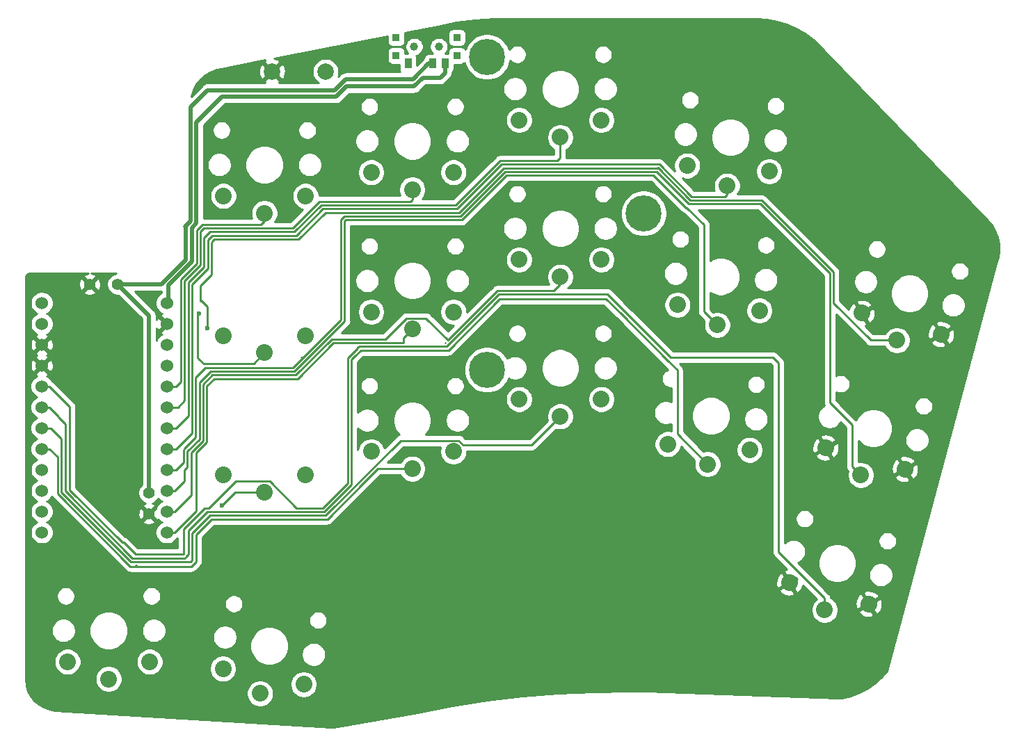
<source format=gbl>
G04 #@! TF.GenerationSoftware,KiCad,Pcbnew,5.1.10*
G04 #@! TF.CreationDate,2021-06-10T13:23:10+01:00*
G04 #@! TF.ProjectId,hypergolic_left,68797065-7267-46f6-9c69-635f6c656674,0.1*
G04 #@! TF.SameCoordinates,Original*
G04 #@! TF.FileFunction,Copper,L2,Bot*
G04 #@! TF.FilePolarity,Positive*
%FSLAX46Y46*%
G04 Gerber Fmt 4.6, Leading zero omitted, Abs format (unit mm)*
G04 Created by KiCad (PCBNEW 5.1.10) date 2021-06-10 13:23:10*
%MOMM*%
%LPD*%
G01*
G04 APERTURE LIST*
G04 #@! TA.AperFunction,ComponentPad*
%ADD10C,2.032000*%
G04 #@! TD*
G04 #@! TA.AperFunction,ComponentPad*
%ADD11C,1.397000*%
G04 #@! TD*
G04 #@! TA.AperFunction,ComponentPad*
%ADD12C,1.524000*%
G04 #@! TD*
G04 #@! TA.AperFunction,ComponentPad*
%ADD13C,4.400000*%
G04 #@! TD*
G04 #@! TA.AperFunction,SMDPad,CuDef*
%ADD14R,0.900000X0.900000*%
G04 #@! TD*
G04 #@! TA.AperFunction,SMDPad,CuDef*
%ADD15R,0.900000X1.250000*%
G04 #@! TD*
G04 #@! TA.AperFunction,WasherPad*
%ADD16C,1.000000*%
G04 #@! TD*
G04 #@! TA.AperFunction,ComponentPad*
%ADD17C,2.000000*%
G04 #@! TD*
G04 #@! TA.AperFunction,ViaPad*
%ADD18C,0.600000*%
G04 #@! TD*
G04 #@! TA.AperFunction,Conductor*
%ADD19C,0.250000*%
G04 #@! TD*
G04 #@! TA.AperFunction,Conductor*
%ADD20C,0.500000*%
G04 #@! TD*
G04 #@! TA.AperFunction,Conductor*
%ADD21C,0.254000*%
G04 #@! TD*
G04 #@! TA.AperFunction,Conductor*
%ADD22C,0.150000*%
G04 #@! TD*
G04 APERTURE END LIST*
D10*
X59260000Y-80964000D03*
X64260000Y-78864000D03*
X54260000Y-78864000D03*
X115563137Y-43611228D03*
X120697446Y-41865126D03*
X110721805Y-41167561D03*
X59260000Y-63964000D03*
X64260000Y-61864000D03*
X54260000Y-61864000D03*
X40294000Y-103690000D03*
X45294000Y-101590000D03*
X35294000Y-101590000D03*
X58726227Y-105449600D03*
X64035062Y-104342228D03*
X54218790Y-102434138D03*
X77260000Y-78089000D03*
X82260000Y-75989000D03*
X72260000Y-75989000D03*
X95260000Y-71714000D03*
X100260000Y-69614000D03*
X90260000Y-69614000D03*
X113191137Y-77533328D03*
X118325446Y-75787226D03*
X108349805Y-75089661D03*
X77260000Y-61084000D03*
X82260000Y-58984000D03*
X72260000Y-58984000D03*
X95260000Y-54714000D03*
X100260000Y-52614000D03*
X90260000Y-52614000D03*
X114377337Y-60569828D03*
X119511646Y-58823726D03*
X109536005Y-58126161D03*
X59260000Y-46964000D03*
X64260000Y-44864000D03*
X54260000Y-44864000D03*
X77260000Y-44084000D03*
X82260000Y-41984000D03*
X72260000Y-41984000D03*
X95260000Y-37724000D03*
X100260000Y-35624000D03*
X90260000Y-35624000D03*
D11*
X45212000Y-81026000D03*
X45212000Y-83566000D03*
D12*
X32166600Y-57912000D03*
X32166600Y-60452000D03*
X32166600Y-62992000D03*
X32166600Y-65532000D03*
X32166600Y-68072000D03*
X32166600Y-70612000D03*
X32166600Y-73152000D03*
X32166600Y-75692000D03*
X32166600Y-78232000D03*
X32166600Y-80772000D03*
X32166600Y-83312000D03*
X32166600Y-85852000D03*
X47386600Y-85852000D03*
X47386600Y-83312000D03*
X47386600Y-80772000D03*
X47386600Y-78232000D03*
X47386600Y-75692000D03*
X47386600Y-73152000D03*
X47386600Y-70612000D03*
X47386600Y-68072000D03*
X47386600Y-65532000D03*
X47386600Y-62992000D03*
X47386600Y-60452000D03*
X47386600Y-57912000D03*
D11*
X41402000Y-55626000D03*
D13*
X105410000Y-46990000D03*
X86360000Y-66040000D03*
X86360000Y-27940000D03*
D10*
X127440468Y-95284662D03*
X132813617Y-94550313D03*
X123154358Y-91962123D03*
X131841668Y-78859062D03*
X137214817Y-78124713D03*
X127555558Y-75536523D03*
X136241568Y-62438362D03*
X141614717Y-61704013D03*
X131955458Y-59115823D03*
D14*
X82694000Y-25570000D03*
X82694000Y-27770000D03*
X75294000Y-27770000D03*
X75294000Y-25570000D03*
D15*
X76744000Y-28745000D03*
X81244000Y-28745000D03*
X79744000Y-28745000D03*
D16*
X80494000Y-26670000D03*
X77494000Y-26670000D03*
D17*
X66698000Y-29718000D03*
X60198000Y-29718000D03*
D11*
X37998000Y-55626000D03*
D18*
X52324000Y-60960000D03*
X51308000Y-59182000D03*
X54102000Y-82550000D03*
D19*
X81280000Y-62738000D02*
X81279998Y-62737998D01*
D20*
X79273666Y-28745000D02*
X79744000Y-28745000D01*
X77377333Y-30641333D02*
X79273666Y-28745000D01*
X69140647Y-30641333D02*
X77377333Y-30641333D01*
X52344010Y-31983990D02*
X67797990Y-31983990D01*
X50292000Y-34036000D02*
X52344010Y-31983990D01*
X49621113Y-48605114D02*
X50292000Y-47934227D01*
X67797990Y-31983990D02*
X69140647Y-30641333D01*
X49644426Y-48628426D02*
X49621113Y-48605114D01*
X49644426Y-52692426D02*
X49644426Y-48628426D01*
X46710852Y-55626000D02*
X49644426Y-52692426D01*
X50292000Y-47934227D02*
X50292000Y-34036000D01*
X41148000Y-55626000D02*
X46710852Y-55626000D01*
X41402000Y-55626000D02*
X45212000Y-59436000D01*
X45212000Y-59436000D02*
X45212000Y-81026000D01*
D19*
X51460046Y-57658000D02*
X51460046Y-57658000D01*
X133050103Y-62438362D02*
X136241568Y-62438362D01*
X128523871Y-54101871D02*
X128523871Y-57912129D01*
X119813838Y-45391838D02*
X128523871Y-54101871D01*
X53129575Y-50122835D02*
X63415165Y-50122835D01*
X51460046Y-55778046D02*
X52823238Y-54414854D01*
X82922800Y-46874020D02*
X88336830Y-41459990D01*
X52823238Y-54414854D02*
X52823238Y-50554762D01*
X128523871Y-57912129D02*
X133050103Y-62438362D01*
X52884990Y-50367420D02*
X53129575Y-50122835D01*
X66663980Y-46874020D02*
X82922800Y-46874020D01*
X52823238Y-50554762D02*
X52884990Y-50493010D01*
X52884990Y-50493010D02*
X52884990Y-50367420D01*
X63415165Y-50122835D02*
X66663980Y-46874020D01*
X111081771Y-45391837D02*
X119813838Y-45391838D01*
X107130010Y-41459990D02*
X107139967Y-41450033D01*
X88336830Y-41459990D02*
X107130010Y-41459990D01*
X107139967Y-41450033D02*
X111081771Y-45391837D01*
X52324000Y-58369908D02*
X52324000Y-60960000D01*
X51460046Y-57505954D02*
X52324000Y-58369908D01*
X51460046Y-57658000D02*
X51460046Y-57505954D01*
X51460046Y-57505954D02*
X51460046Y-55778046D01*
X52943175Y-49672825D02*
X52917050Y-49698950D01*
X52373228Y-53676002D02*
X50443031Y-55606199D01*
X52373228Y-50242772D02*
X52373228Y-53676002D01*
X48514000Y-75692000D02*
X46679600Y-75692000D01*
X50443031Y-73762969D02*
X48514000Y-75692000D01*
X50443031Y-55606199D02*
X50443031Y-73762969D01*
X52943175Y-49672825D02*
X52373228Y-50242772D01*
X53197175Y-49672825D02*
X52943175Y-49672825D01*
X63105995Y-49672825D02*
X53197175Y-49672825D01*
X82736400Y-46424010D02*
X66354810Y-46424010D01*
X88160386Y-41000024D02*
X82736400Y-46424010D01*
X111268172Y-44941828D02*
X107326368Y-41000024D01*
X66354810Y-46424010D02*
X63105995Y-49672825D01*
X107326368Y-41000024D02*
X88160386Y-41000024D01*
X115332172Y-44941828D02*
X111268172Y-44941828D01*
X115563137Y-44710863D02*
X115332172Y-44941828D01*
X115563137Y-43611228D02*
X115563137Y-44710863D01*
X49993021Y-55419799D02*
X49993021Y-71672979D01*
X51923218Y-53489602D02*
X49993021Y-55419799D01*
X51923218Y-49930782D02*
X51923218Y-53489602D01*
X62919595Y-49222815D02*
X52631185Y-49222815D01*
X48514000Y-73152000D02*
X46679600Y-73152000D01*
X82550000Y-45974000D02*
X66168410Y-45974000D01*
X87973986Y-40550014D02*
X82550000Y-45974000D01*
X52631185Y-49222815D02*
X51923218Y-49930782D01*
X49993021Y-71672979D02*
X48514000Y-73152000D01*
X66168410Y-45974000D02*
X62919595Y-49222815D01*
X95260000Y-40196028D02*
X94906014Y-40550014D01*
X95260000Y-37724000D02*
X95260000Y-40196028D01*
X94906014Y-40550014D02*
X87973986Y-40550014D01*
X48710760Y-70612000D02*
X46679600Y-70612000D01*
X49543011Y-69779749D02*
X48710760Y-70612000D01*
X49543011Y-55233399D02*
X49543011Y-69779749D01*
X51892981Y-48772805D02*
X51473209Y-49192577D01*
X51473209Y-49192577D02*
X51473209Y-53303201D01*
X65982010Y-45523990D02*
X62733195Y-48772805D01*
X51473209Y-53303201D02*
X49543011Y-55233399D01*
X62733195Y-48772805D02*
X51892981Y-48772805D01*
X77260000Y-45283980D02*
X77019990Y-45523990D01*
X77260000Y-44084000D02*
X77260000Y-45283980D01*
X77019990Y-45523990D02*
X65982010Y-45523990D01*
X48514000Y-68072000D02*
X46679600Y-68072000D01*
X49093001Y-55046999D02*
X49093001Y-67492999D01*
X51023199Y-53116801D02*
X49093001Y-55046999D01*
X51023199Y-49006177D02*
X51023199Y-53116801D01*
X49093001Y-67492999D02*
X48514000Y-68072000D01*
X51706581Y-48322795D02*
X51023199Y-49006177D01*
X59260000Y-47928000D02*
X58865205Y-48322795D01*
X59260000Y-46964000D02*
X59260000Y-47928000D01*
X58865205Y-48322795D02*
X51706581Y-48322795D01*
X130810000Y-72750153D02*
X130810000Y-77827394D01*
X128073861Y-54288271D02*
X128073861Y-70014014D01*
X119627436Y-45841846D02*
X128073861Y-54288271D01*
X110895372Y-45841846D02*
X119627436Y-45841846D01*
X128073861Y-70014014D02*
X130810000Y-72750153D01*
X106963524Y-41910000D02*
X110895372Y-45841846D01*
X88523230Y-41910000D02*
X106963524Y-41910000D01*
X46679600Y-78232000D02*
X48514000Y-78232000D01*
X130810000Y-77827394D02*
X131841668Y-78859062D01*
X48514000Y-78232000D02*
X49445381Y-77300619D01*
X49445381Y-77300619D02*
X49445381Y-75776619D01*
X49530000Y-75692000D02*
X49530000Y-75644436D01*
X49445381Y-75776619D02*
X49530000Y-75692000D01*
X49530000Y-75644436D02*
X50893041Y-74281395D01*
X83109201Y-47324029D02*
X88523230Y-41910000D01*
X68580000Y-59914293D02*
X68580000Y-47752000D01*
X68580000Y-47752000D02*
X69007970Y-47324030D01*
X69007970Y-47324030D02*
X83109201Y-47324029D01*
X63955283Y-64539010D02*
X63730990Y-64539010D01*
X63955283Y-64539010D02*
X64374146Y-64120146D01*
X64374146Y-64120146D02*
X68580000Y-59914293D01*
X50893040Y-67470960D02*
X50893041Y-67470959D01*
X50893040Y-66950534D02*
X50893040Y-67470960D01*
X52079612Y-65763962D02*
X50893040Y-66950534D01*
X62730330Y-65763962D02*
X52079612Y-65763962D01*
X64374146Y-64120146D02*
X62730330Y-65763962D01*
X50893041Y-74281395D02*
X50893041Y-67470959D01*
X49530000Y-79586762D02*
X48344762Y-80772000D01*
X49530000Y-78275791D02*
X49530000Y-79586762D01*
X49895391Y-77910400D02*
X49530000Y-78275791D01*
X51343051Y-67608661D02*
X51343051Y-74515359D01*
X51343051Y-74515359D02*
X49895391Y-75963019D01*
X106622010Y-42360010D02*
X88709630Y-42360010D01*
X69194372Y-47774038D02*
X69030010Y-47938400D01*
X48344762Y-80772000D02*
X46679600Y-80772000D01*
X110553856Y-46291856D02*
X106622010Y-42360010D01*
X49895391Y-75963019D02*
X49895391Y-77910400D01*
X69030009Y-60100694D02*
X62916731Y-66213971D01*
X52737740Y-66213972D02*
X51343051Y-67608661D01*
X88709630Y-42360010D02*
X83295600Y-47774038D01*
X83295600Y-47774038D02*
X69194372Y-47774038D01*
X62916731Y-66213971D02*
X52737740Y-66213972D01*
X69030010Y-47938400D02*
X69030009Y-60100694D01*
X112749399Y-48361111D02*
X110680144Y-46291856D01*
X112749399Y-58941890D02*
X112749399Y-48361111D01*
X114377337Y-60569828D02*
X112749399Y-58941890D01*
X110680144Y-46291856D02*
X110553856Y-46291856D01*
X48344762Y-83312000D02*
X46679600Y-83312000D01*
X50345401Y-76400599D02*
X50345400Y-77670600D01*
X50345400Y-77670600D02*
X50345400Y-81311362D01*
X50345400Y-81311362D02*
X48344762Y-83312000D01*
X50345401Y-77670599D02*
X50345400Y-77670600D01*
X94488000Y-56388000D02*
X87630000Y-56388000D01*
X95260000Y-54714000D02*
X95260000Y-55616000D01*
X87630000Y-56388000D02*
X81598205Y-62419795D01*
X52924141Y-66663981D02*
X51793061Y-67795061D01*
X51793061Y-74701759D02*
X50345401Y-76149419D01*
X50345401Y-76149419D02*
X50345401Y-77670599D01*
X81598205Y-62419795D02*
X78921409Y-59742999D01*
X95260000Y-55616000D02*
X94488000Y-56388000D01*
X51793061Y-67795061D02*
X51793061Y-74701759D01*
X78921409Y-59742999D02*
X76516979Y-59742999D01*
X63103129Y-66663981D02*
X52924141Y-66663981D01*
X76516979Y-59742999D02*
X73971989Y-62287989D01*
X73971989Y-62287989D02*
X67479123Y-62287989D01*
X67479123Y-62287989D02*
X63103129Y-66663981D01*
X52243071Y-74888159D02*
X50992615Y-76138615D01*
X52243071Y-68000681D02*
X52243071Y-74888159D01*
X53129761Y-67113991D02*
X52243071Y-68000681D01*
X63289530Y-67113990D02*
X53129761Y-67113991D01*
X50992615Y-83204147D02*
X48344762Y-85852000D01*
X67619566Y-62783956D02*
X63289530Y-67113990D01*
X48344762Y-85852000D02*
X46679600Y-85852000D01*
X68788044Y-62783956D02*
X67619566Y-62783956D01*
X68834001Y-62737999D02*
X68788044Y-62783956D01*
X76222118Y-62737999D02*
X68834001Y-62737999D01*
X50992615Y-76138615D02*
X50992615Y-83204147D01*
X76222118Y-62121882D02*
X76222118Y-62737999D01*
X77260000Y-61084000D02*
X76222118Y-62121882D01*
X51134030Y-59355970D02*
X51308000Y-59182000D01*
X51134030Y-60532030D02*
X51134030Y-59355970D01*
X51134030Y-60532030D02*
X51134030Y-59609970D01*
X51134030Y-64181970D02*
X51134030Y-60532030D01*
X51134030Y-64181970D02*
X51134030Y-64554772D01*
X51893210Y-65313952D02*
X51328629Y-64749371D01*
X51328629Y-64749371D02*
X51893212Y-65313952D01*
X51134030Y-64554772D02*
X51328629Y-64749371D01*
X59260000Y-63964000D02*
X57946000Y-65278000D01*
X51929164Y-65278000D02*
X51893212Y-65313952D01*
X57946000Y-65278000D02*
X51929164Y-65278000D01*
X41955201Y-87076799D02*
X35560000Y-80681598D01*
X43549980Y-88507980D02*
X42118799Y-87076799D01*
X49414020Y-88507980D02*
X43549980Y-88507980D01*
X35560000Y-70527238D02*
X33104762Y-68072000D01*
X49414020Y-85459980D02*
X49414020Y-88507980D01*
X52012010Y-82861990D02*
X49414020Y-85459980D01*
X52520010Y-82861990D02*
X52012010Y-82861990D01*
X63142672Y-82861990D02*
X59903681Y-79622999D01*
X35560000Y-80681598D02*
X35560000Y-70527238D01*
X66361600Y-82861990D02*
X63142672Y-82861990D01*
X69399990Y-79823600D02*
X66361600Y-82861990D01*
X69399990Y-64583600D02*
X69399990Y-79823600D01*
X55759001Y-79622999D02*
X52520010Y-82861990D01*
X127440468Y-95284662D02*
X127440468Y-93847822D01*
X70599966Y-63233966D02*
X70599966Y-63383624D01*
X121813357Y-88220711D02*
X121813357Y-65171357D01*
X42118799Y-87076799D02*
X41955201Y-87076799D01*
X121813357Y-65171357D02*
X121158000Y-64516000D01*
X59903681Y-79622999D02*
X55759001Y-79622999D01*
X70599966Y-63383624D02*
X69399990Y-64583600D01*
X121158000Y-64516000D02*
X108712000Y-64516000D01*
X108712000Y-64516000D02*
X101034009Y-56838009D01*
X70749624Y-63233966D02*
X70599966Y-63233966D01*
X101034009Y-56838009D02*
X87816401Y-56838009D01*
X127440468Y-93847822D02*
X121813357Y-88220711D01*
X70795581Y-63188009D02*
X70749624Y-63233966D01*
X87816401Y-56838009D02*
X81466401Y-63188009D01*
X33104762Y-68072000D02*
X31459600Y-68072000D01*
X81466401Y-63188009D02*
X70795581Y-63188009D01*
X34205381Y-71712619D02*
X33104762Y-70612000D01*
X33104762Y-70612000D02*
X31459600Y-70612000D01*
X34205381Y-71797381D02*
X34205381Y-71712619D01*
X35052000Y-80810008D02*
X35052000Y-72644000D01*
X35052000Y-72644000D02*
X34205381Y-71797381D01*
X43199982Y-88957990D02*
X35052000Y-80810008D01*
X49600420Y-88957990D02*
X45523990Y-88957990D01*
X45523990Y-88957990D02*
X43199982Y-88957990D01*
X49600420Y-88957990D02*
X49333990Y-88957990D01*
X49333990Y-88957990D02*
X45523990Y-88957990D01*
X49587990Y-88957990D02*
X49333990Y-88957990D01*
X70358000Y-64262000D02*
X69850000Y-64770000D01*
X50038000Y-88520410D02*
X49721205Y-88837205D01*
X49721205Y-88837205D02*
X49600420Y-88957990D01*
X52324000Y-83312000D02*
X50038000Y-85598000D01*
X66548000Y-83312000D02*
X52324000Y-83312000D01*
X69850000Y-80010000D02*
X66548000Y-83312000D01*
X50038000Y-85598000D02*
X50038000Y-88520410D01*
X69850000Y-64770000D02*
X69850000Y-80010000D01*
X108400010Y-64966010D02*
X102743000Y-59309000D01*
X102850374Y-59416374D02*
X102743000Y-59309000D01*
X70981981Y-63638019D02*
X69850000Y-64770000D01*
X81652801Y-63638019D02*
X70981981Y-63638019D01*
X87886820Y-57404000D02*
X81652801Y-63638019D01*
X100838000Y-57404000D02*
X87886820Y-57404000D01*
X102743000Y-59309000D02*
X100838000Y-57404000D01*
X109508694Y-66074694D02*
X108400010Y-64966010D01*
X109508694Y-73850885D02*
X109508694Y-66074694D01*
X113191137Y-77533328D02*
X109508694Y-73850885D01*
X91799990Y-75174010D02*
X91176010Y-75174010D01*
X95260000Y-71714000D02*
X91799990Y-75174010D01*
X91176010Y-75174010D02*
X83429692Y-75174010D01*
X83429692Y-75174010D02*
X82903681Y-74647999D01*
X34528391Y-80922809D02*
X34528391Y-74437609D01*
X82903681Y-74647999D02*
X75848411Y-74647999D01*
X75848411Y-74647999D02*
X66734400Y-83762010D01*
X50488010Y-85909990D02*
X50488010Y-89211990D01*
X33242782Y-73152000D02*
X33020000Y-73152000D01*
X66734400Y-83762010D02*
X52635990Y-83762010D01*
X52635990Y-83762010D02*
X50488010Y-85909990D01*
X50488010Y-89211990D02*
X50292000Y-89408000D01*
X33020000Y-73152000D02*
X31459600Y-73152000D01*
X34528391Y-74437609D02*
X33242782Y-73152000D01*
X50292000Y-89408000D02*
X43013582Y-89408000D01*
X43013582Y-89408000D02*
X34528391Y-80922809D01*
X33104762Y-75692000D02*
X31459600Y-75692000D01*
X34078381Y-76665619D02*
X33104762Y-75692000D01*
X42943162Y-89973990D02*
X34078381Y-81109209D01*
X34078381Y-81109209D02*
X34078381Y-76665619D01*
X43630010Y-89973990D02*
X42943162Y-89973990D01*
X47301990Y-89973990D02*
X43630010Y-89973990D01*
X50938019Y-89398391D02*
X50362420Y-89973990D01*
X50938020Y-86096390D02*
X50938019Y-89398391D01*
X43745990Y-89973990D02*
X43630010Y-89858010D01*
X66920800Y-84212020D02*
X52822390Y-84212020D01*
X43630010Y-89858010D02*
X43630010Y-89973990D01*
X71367457Y-79765363D02*
X66920800Y-84212020D01*
X52822390Y-84212020D02*
X50938020Y-86096390D01*
X50362420Y-89973990D02*
X43745990Y-89973990D01*
X73043820Y-78089000D02*
X71367457Y-79765363D01*
X77260000Y-78089000D02*
X73043820Y-78089000D01*
X55688000Y-80964000D02*
X54102000Y-82550000D01*
X59260000Y-80964000D02*
X55688000Y-80964000D01*
D20*
X80634000Y-30480000D02*
X78528628Y-30480000D01*
X81244000Y-29870000D02*
X80634000Y-30480000D01*
X81244000Y-28745000D02*
X81244000Y-29870000D01*
X69254628Y-31517314D02*
X77491314Y-31517314D01*
X68005942Y-32766000D02*
X69254628Y-31517314D01*
X78528628Y-30480000D02*
X77491314Y-31517314D01*
X66548000Y-32766000D02*
X68005942Y-32766000D01*
X66548000Y-32766000D02*
X67310000Y-32766000D01*
X50992010Y-48224180D02*
X50448189Y-48768000D01*
X50992010Y-35875990D02*
X50992010Y-48224180D01*
X50448189Y-48768000D02*
X50448189Y-52878625D01*
X54102000Y-32766000D02*
X50992010Y-35875990D01*
X66548000Y-32766000D02*
X54102000Y-32766000D01*
D19*
X47599407Y-57799193D02*
X47486600Y-57912000D01*
D20*
X47599407Y-55727407D02*
X47599407Y-57799193D01*
X50448189Y-52878625D02*
X47599407Y-55727407D01*
D21*
X119104941Y-23315983D02*
X120376567Y-23390417D01*
X121610058Y-23609026D01*
X122809616Y-23970052D01*
X123958860Y-24468566D01*
X125042093Y-25097757D01*
X126044524Y-25849036D01*
X126965671Y-26724702D01*
X127043046Y-26808590D01*
X127047675Y-26814459D01*
X147218469Y-47780900D01*
X147772546Y-48437467D01*
X148189261Y-49146010D01*
X148480635Y-49914631D01*
X148638339Y-50721363D01*
X148657863Y-51543135D01*
X148536570Y-52370628D01*
X148422944Y-52773866D01*
X148421470Y-52777770D01*
X134986321Y-102688036D01*
X134345371Y-103459795D01*
X133528650Y-104213186D01*
X132619469Y-104851939D01*
X131633796Y-105364836D01*
X130588938Y-105742869D01*
X129491098Y-105982041D01*
X129013477Y-106038097D01*
X105799550Y-105189103D01*
X105791208Y-105189618D01*
X103621075Y-105161274D01*
X103611747Y-105161315D01*
X103602356Y-105161276D01*
X99301098Y-105218513D01*
X99300336Y-105218536D01*
X99276328Y-105219275D01*
X94979687Y-105426588D01*
X94954958Y-105428214D01*
X90668171Y-105785352D01*
X90644089Y-105787783D01*
X90643514Y-105787841D01*
X86371801Y-106294367D01*
X86347245Y-106297715D01*
X86347236Y-106297716D01*
X82095814Y-106953014D01*
X82071390Y-106957216D01*
X77850463Y-107759530D01*
X67716810Y-109532919D01*
X67466216Y-109561270D01*
X67343227Y-109556331D01*
X33792003Y-107497594D01*
X33065205Y-107376467D01*
X32399294Y-107134596D01*
X31788613Y-106775423D01*
X31253608Y-106310975D01*
X30812203Y-105756809D01*
X30479178Y-105131483D01*
X30265685Y-104455939D01*
X30175552Y-103725875D01*
X30174005Y-103626766D01*
X30174102Y-103527391D01*
X38643000Y-103527391D01*
X38643000Y-103852609D01*
X38706447Y-104171579D01*
X38830903Y-104472042D01*
X39011585Y-104742451D01*
X39241549Y-104972415D01*
X39511958Y-105153097D01*
X39812421Y-105277553D01*
X40131391Y-105341000D01*
X40456609Y-105341000D01*
X40728130Y-105286991D01*
X57075227Y-105286991D01*
X57075227Y-105612209D01*
X57138674Y-105931179D01*
X57263130Y-106231642D01*
X57443812Y-106502051D01*
X57673776Y-106732015D01*
X57944185Y-106912697D01*
X58244648Y-107037153D01*
X58563618Y-107100600D01*
X58888836Y-107100600D01*
X59207806Y-107037153D01*
X59508269Y-106912697D01*
X59778678Y-106732015D01*
X60008642Y-106502051D01*
X60189324Y-106231642D01*
X60313780Y-105931179D01*
X60377227Y-105612209D01*
X60377227Y-105286991D01*
X60313780Y-104968021D01*
X60189324Y-104667558D01*
X60008642Y-104397149D01*
X59791112Y-104179619D01*
X62384062Y-104179619D01*
X62384062Y-104504837D01*
X62447509Y-104823807D01*
X62571965Y-105124270D01*
X62752647Y-105394679D01*
X62982611Y-105624643D01*
X63253020Y-105805325D01*
X63553483Y-105929781D01*
X63872453Y-105993228D01*
X64197671Y-105993228D01*
X64516641Y-105929781D01*
X64817104Y-105805325D01*
X65087513Y-105624643D01*
X65317477Y-105394679D01*
X65498159Y-105124270D01*
X65622615Y-104823807D01*
X65686062Y-104504837D01*
X65686062Y-104179619D01*
X65622615Y-103860649D01*
X65498159Y-103560186D01*
X65317477Y-103289777D01*
X65087513Y-103059813D01*
X64817104Y-102879131D01*
X64516641Y-102754675D01*
X64197671Y-102691228D01*
X63872453Y-102691228D01*
X63553483Y-102754675D01*
X63253020Y-102879131D01*
X62982611Y-103059813D01*
X62752647Y-103289777D01*
X62571965Y-103560186D01*
X62447509Y-103860649D01*
X62384062Y-104179619D01*
X59791112Y-104179619D01*
X59778678Y-104167185D01*
X59508269Y-103986503D01*
X59207806Y-103862047D01*
X58888836Y-103798600D01*
X58563618Y-103798600D01*
X58244648Y-103862047D01*
X57944185Y-103986503D01*
X57673776Y-104167185D01*
X57443812Y-104397149D01*
X57263130Y-104667558D01*
X57138674Y-104968021D01*
X57075227Y-105286991D01*
X40728130Y-105286991D01*
X40775579Y-105277553D01*
X41076042Y-105153097D01*
X41346451Y-104972415D01*
X41576415Y-104742451D01*
X41757097Y-104472042D01*
X41881553Y-104171579D01*
X41945000Y-103852609D01*
X41945000Y-103527391D01*
X41881553Y-103208421D01*
X41757097Y-102907958D01*
X41576415Y-102637549D01*
X41346451Y-102407585D01*
X41076042Y-102226903D01*
X40775579Y-102102447D01*
X40456609Y-102039000D01*
X40131391Y-102039000D01*
X39812421Y-102102447D01*
X39511958Y-102226903D01*
X39241549Y-102407585D01*
X39011585Y-102637549D01*
X38830903Y-102907958D01*
X38706447Y-103208421D01*
X38643000Y-103527391D01*
X30174102Y-103527391D01*
X30176169Y-101427391D01*
X33643000Y-101427391D01*
X33643000Y-101752609D01*
X33706447Y-102071579D01*
X33830903Y-102372042D01*
X34011585Y-102642451D01*
X34241549Y-102872415D01*
X34511958Y-103053097D01*
X34812421Y-103177553D01*
X35131391Y-103241000D01*
X35456609Y-103241000D01*
X35775579Y-103177553D01*
X36076042Y-103053097D01*
X36346451Y-102872415D01*
X36576415Y-102642451D01*
X36757097Y-102372042D01*
X36881553Y-102071579D01*
X36945000Y-101752609D01*
X36945000Y-101427391D01*
X43643000Y-101427391D01*
X43643000Y-101752609D01*
X43706447Y-102071579D01*
X43830903Y-102372042D01*
X44011585Y-102642451D01*
X44241549Y-102872415D01*
X44511958Y-103053097D01*
X44812421Y-103177553D01*
X45131391Y-103241000D01*
X45456609Y-103241000D01*
X45775579Y-103177553D01*
X46076042Y-103053097D01*
X46346451Y-102872415D01*
X46576415Y-102642451D01*
X46757097Y-102372042D01*
X46798730Y-102271529D01*
X52567790Y-102271529D01*
X52567790Y-102596747D01*
X52631237Y-102915717D01*
X52755693Y-103216180D01*
X52936375Y-103486589D01*
X53166339Y-103716553D01*
X53436748Y-103897235D01*
X53737211Y-104021691D01*
X54056181Y-104085138D01*
X54381399Y-104085138D01*
X54700369Y-104021691D01*
X55000832Y-103897235D01*
X55271241Y-103716553D01*
X55501205Y-103486589D01*
X55681887Y-103216180D01*
X55806343Y-102915717D01*
X55869790Y-102596747D01*
X55869790Y-102271529D01*
X55806343Y-101952559D01*
X55681887Y-101652096D01*
X55501205Y-101381687D01*
X55271241Y-101151723D01*
X55000832Y-100971041D01*
X54700369Y-100846585D01*
X54381399Y-100783138D01*
X54056181Y-100783138D01*
X53737211Y-100846585D01*
X53436748Y-100971041D01*
X53166339Y-101151723D01*
X52936375Y-101381687D01*
X52755693Y-101652096D01*
X52631237Y-101952559D01*
X52567790Y-102271529D01*
X46798730Y-102271529D01*
X46881553Y-102071579D01*
X46945000Y-101752609D01*
X46945000Y-101427391D01*
X46881553Y-101108421D01*
X46757097Y-100807958D01*
X46576415Y-100537549D01*
X46346451Y-100307585D01*
X46076042Y-100126903D01*
X45775579Y-100002447D01*
X45456609Y-99939000D01*
X45131391Y-99939000D01*
X44812421Y-100002447D01*
X44511958Y-100126903D01*
X44241549Y-100307585D01*
X44011585Y-100537549D01*
X43830903Y-100807958D01*
X43706447Y-101108421D01*
X43643000Y-101427391D01*
X36945000Y-101427391D01*
X36881553Y-101108421D01*
X36757097Y-100807958D01*
X36576415Y-100537549D01*
X36346451Y-100307585D01*
X36076042Y-100126903D01*
X35775579Y-100002447D01*
X35456609Y-99939000D01*
X35131391Y-99939000D01*
X34812421Y-100002447D01*
X34511958Y-100126903D01*
X34241549Y-100307585D01*
X34011585Y-100537549D01*
X33830903Y-100807958D01*
X33706447Y-101108421D01*
X33643000Y-101427391D01*
X30176169Y-101427391D01*
X30179893Y-97643652D01*
X33308100Y-97643652D01*
X33308100Y-97936348D01*
X33365202Y-98223421D01*
X33477212Y-98493838D01*
X33639826Y-98737206D01*
X33846794Y-98944174D01*
X34090162Y-99106788D01*
X34360579Y-99218798D01*
X34647652Y-99275900D01*
X34940348Y-99275900D01*
X35227421Y-99218798D01*
X35497838Y-99106788D01*
X35741206Y-98944174D01*
X35948174Y-98737206D01*
X36110788Y-98493838D01*
X36222798Y-98223421D01*
X36279900Y-97936348D01*
X36279900Y-97643652D01*
X36262982Y-97558594D01*
X37944500Y-97558594D01*
X37944500Y-98021406D01*
X38034790Y-98475324D01*
X38211900Y-98902905D01*
X38469024Y-99287719D01*
X38796281Y-99614976D01*
X39181095Y-99872100D01*
X39608676Y-100049210D01*
X40062594Y-100139500D01*
X40525406Y-100139500D01*
X40979324Y-100049210D01*
X41406905Y-99872100D01*
X41791719Y-99614976D01*
X42118976Y-99287719D01*
X42376100Y-98902905D01*
X42553210Y-98475324D01*
X42643500Y-98021406D01*
X42643500Y-97643652D01*
X44308100Y-97643652D01*
X44308100Y-97936348D01*
X44365202Y-98223421D01*
X44477212Y-98493838D01*
X44639826Y-98737206D01*
X44846794Y-98944174D01*
X45090162Y-99106788D01*
X45360579Y-99218798D01*
X45647652Y-99275900D01*
X45940348Y-99275900D01*
X46227421Y-99218798D01*
X46497838Y-99106788D01*
X46741206Y-98944174D01*
X46948174Y-98737206D01*
X47110788Y-98493838D01*
X47123891Y-98462203D01*
X52967150Y-98462203D01*
X52967150Y-98754899D01*
X53024252Y-99041972D01*
X53136262Y-99312389D01*
X53298876Y-99555757D01*
X53505844Y-99762725D01*
X53749212Y-99925339D01*
X54019629Y-100037349D01*
X54306702Y-100094451D01*
X54599398Y-100094451D01*
X54886471Y-100037349D01*
X55156888Y-99925339D01*
X55400256Y-99762725D01*
X55607224Y-99555757D01*
X55693528Y-99426594D01*
X57502500Y-99426594D01*
X57502500Y-99889406D01*
X57592790Y-100343324D01*
X57769900Y-100770905D01*
X58027024Y-101155719D01*
X58354281Y-101482976D01*
X58739095Y-101740100D01*
X59166676Y-101917210D01*
X59620594Y-102007500D01*
X60083406Y-102007500D01*
X60537324Y-101917210D01*
X60964905Y-101740100D01*
X61349719Y-101482976D01*
X61676976Y-101155719D01*
X61934100Y-100770905D01*
X62021003Y-100561101D01*
X63765050Y-100561101D01*
X63765050Y-100853797D01*
X63822152Y-101140870D01*
X63934162Y-101411287D01*
X64096776Y-101654655D01*
X64303744Y-101861623D01*
X64547112Y-102024237D01*
X64817529Y-102136247D01*
X65104602Y-102193349D01*
X65397298Y-102193349D01*
X65684371Y-102136247D01*
X65954788Y-102024237D01*
X66198156Y-101861623D01*
X66405124Y-101654655D01*
X66567738Y-101411287D01*
X66679748Y-101140870D01*
X66736850Y-100853797D01*
X66736850Y-100561101D01*
X66679748Y-100274028D01*
X66567738Y-100003611D01*
X66405124Y-99760243D01*
X66198156Y-99553275D01*
X65954788Y-99390661D01*
X65684371Y-99278651D01*
X65397298Y-99221549D01*
X65104602Y-99221549D01*
X64817529Y-99278651D01*
X64547112Y-99390661D01*
X64303744Y-99553275D01*
X64096776Y-99760243D01*
X63934162Y-100003611D01*
X63822152Y-100274028D01*
X63765050Y-100561101D01*
X62021003Y-100561101D01*
X62111210Y-100343324D01*
X62201500Y-99889406D01*
X62201500Y-99426594D01*
X62111210Y-98972676D01*
X61934100Y-98545095D01*
X61676976Y-98160281D01*
X61349719Y-97833024D01*
X60964905Y-97575900D01*
X60537324Y-97398790D01*
X60083406Y-97308500D01*
X59620594Y-97308500D01*
X59166676Y-97398790D01*
X58739095Y-97575900D01*
X58354281Y-97833024D01*
X58027024Y-98160281D01*
X57769900Y-98545095D01*
X57592790Y-98972676D01*
X57502500Y-99426594D01*
X55693528Y-99426594D01*
X55769838Y-99312389D01*
X55881848Y-99041972D01*
X55938950Y-98754899D01*
X55938950Y-98462203D01*
X55881848Y-98175130D01*
X55769838Y-97904713D01*
X55607224Y-97661345D01*
X55400256Y-97454377D01*
X55156888Y-97291763D01*
X54886471Y-97179753D01*
X54599398Y-97122651D01*
X54306702Y-97122651D01*
X54019629Y-97179753D01*
X53749212Y-97291763D01*
X53505844Y-97454377D01*
X53298876Y-97661345D01*
X53136262Y-97904713D01*
X53024252Y-98175130D01*
X52967150Y-98462203D01*
X47123891Y-98462203D01*
X47222798Y-98223421D01*
X47279900Y-97936348D01*
X47279900Y-97643652D01*
X47222798Y-97356579D01*
X47110788Y-97086162D01*
X46948174Y-96842794D01*
X46741206Y-96635826D01*
X46497838Y-96473212D01*
X46369045Y-96419864D01*
X64647192Y-96419864D01*
X64647192Y-96642514D01*
X64690629Y-96860885D01*
X64775833Y-97066587D01*
X64899531Y-97251713D01*
X65056968Y-97409150D01*
X65242094Y-97532848D01*
X65447796Y-97618052D01*
X65666167Y-97661489D01*
X65888817Y-97661489D01*
X66107188Y-97618052D01*
X66312890Y-97532848D01*
X66498016Y-97409150D01*
X66655453Y-97251713D01*
X66779151Y-97066587D01*
X66864355Y-96860885D01*
X66907792Y-96642514D01*
X66907792Y-96419864D01*
X66864355Y-96201493D01*
X66779151Y-95995791D01*
X66655453Y-95810665D01*
X66498016Y-95653228D01*
X66312890Y-95529530D01*
X66107188Y-95444326D01*
X65888817Y-95400889D01*
X65666167Y-95400889D01*
X65447796Y-95444326D01*
X65242094Y-95529530D01*
X65056968Y-95653228D01*
X64899531Y-95810665D01*
X64775833Y-95995791D01*
X64690629Y-96201493D01*
X64647192Y-96419864D01*
X46369045Y-96419864D01*
X46227421Y-96361202D01*
X45940348Y-96304100D01*
X45647652Y-96304100D01*
X45360579Y-96361202D01*
X45090162Y-96473212D01*
X44846794Y-96635826D01*
X44639826Y-96842794D01*
X44477212Y-97086162D01*
X44365202Y-97356579D01*
X44308100Y-97643652D01*
X42643500Y-97643652D01*
X42643500Y-97558594D01*
X42553210Y-97104676D01*
X42376100Y-96677095D01*
X42118976Y-96292281D01*
X41791719Y-95965024D01*
X41406905Y-95707900D01*
X40979324Y-95530790D01*
X40525406Y-95440500D01*
X40062594Y-95440500D01*
X39608676Y-95530790D01*
X39181095Y-95707900D01*
X38796281Y-95965024D01*
X38469024Y-96292281D01*
X38211900Y-96677095D01*
X38034790Y-97104676D01*
X37944500Y-97558594D01*
X36262982Y-97558594D01*
X36222798Y-97356579D01*
X36110788Y-97086162D01*
X35948174Y-96842794D01*
X35741206Y-96635826D01*
X35497838Y-96473212D01*
X35227421Y-96361202D01*
X34940348Y-96304100D01*
X34647652Y-96304100D01*
X34360579Y-96361202D01*
X34090162Y-96473212D01*
X33846794Y-96635826D01*
X33639826Y-96842794D01*
X33477212Y-97086162D01*
X33365202Y-97356579D01*
X33308100Y-97643652D01*
X30179893Y-97643652D01*
X30183992Y-93478675D01*
X33943700Y-93478675D01*
X33943700Y-93701325D01*
X33987137Y-93919696D01*
X34072341Y-94125398D01*
X34196039Y-94310524D01*
X34353476Y-94467961D01*
X34538602Y-94591659D01*
X34744304Y-94676863D01*
X34962675Y-94720300D01*
X35185325Y-94720300D01*
X35403696Y-94676863D01*
X35609398Y-94591659D01*
X35794524Y-94467961D01*
X35951961Y-94310524D01*
X36075659Y-94125398D01*
X36160863Y-93919696D01*
X36204300Y-93701325D01*
X36204300Y-93478675D01*
X44383700Y-93478675D01*
X44383700Y-93701325D01*
X44427137Y-93919696D01*
X44512341Y-94125398D01*
X44636039Y-94310524D01*
X44793476Y-94467961D01*
X44978602Y-94591659D01*
X45184304Y-94676863D01*
X45402675Y-94720300D01*
X45625325Y-94720300D01*
X45843696Y-94676863D01*
X46049398Y-94591659D01*
X46234524Y-94467961D01*
X46274667Y-94427818D01*
X54399004Y-94427818D01*
X54399004Y-94650468D01*
X54442441Y-94868839D01*
X54527645Y-95074541D01*
X54651343Y-95259667D01*
X54808780Y-95417104D01*
X54993906Y-95540802D01*
X55199608Y-95626006D01*
X55417979Y-95669443D01*
X55640629Y-95669443D01*
X55859000Y-95626006D01*
X56064702Y-95540802D01*
X56249828Y-95417104D01*
X56407265Y-95259667D01*
X56530963Y-95074541D01*
X56616167Y-94868839D01*
X56659604Y-94650468D01*
X56659604Y-94427818D01*
X56616167Y-94209447D01*
X56530963Y-94003745D01*
X56407265Y-93818619D01*
X56249828Y-93661182D01*
X56064702Y-93537484D01*
X55859000Y-93452280D01*
X55640629Y-93408843D01*
X55417979Y-93408843D01*
X55199608Y-93452280D01*
X54993906Y-93537484D01*
X54808780Y-93661182D01*
X54651343Y-93818619D01*
X54527645Y-94003745D01*
X54442441Y-94209447D01*
X54399004Y-94427818D01*
X46274667Y-94427818D01*
X46391961Y-94310524D01*
X46515659Y-94125398D01*
X46600863Y-93919696D01*
X46644300Y-93701325D01*
X46644300Y-93478675D01*
X46600863Y-93260304D01*
X46515659Y-93054602D01*
X46391961Y-92869476D01*
X46342020Y-92819535D01*
X121923277Y-92819535D01*
X121948789Y-93101792D01*
X122194293Y-93315089D01*
X122476690Y-93476392D01*
X122785130Y-93579502D01*
X123107760Y-93620457D01*
X123432180Y-93597683D01*
X123628577Y-93551890D01*
X123791799Y-93320204D01*
X123107873Y-92135608D01*
X121923277Y-92819535D01*
X46342020Y-92819535D01*
X46234524Y-92712039D01*
X46049398Y-92588341D01*
X45843696Y-92503137D01*
X45625325Y-92459700D01*
X45402675Y-92459700D01*
X45184304Y-92503137D01*
X44978602Y-92588341D01*
X44793476Y-92712039D01*
X44636039Y-92869476D01*
X44512341Y-93054602D01*
X44427137Y-93260304D01*
X44383700Y-93478675D01*
X36204300Y-93478675D01*
X36160863Y-93260304D01*
X36075659Y-93054602D01*
X35951961Y-92869476D01*
X35794524Y-92712039D01*
X35609398Y-92588341D01*
X35403696Y-92503137D01*
X35185325Y-92459700D01*
X34962675Y-92459700D01*
X34744304Y-92503137D01*
X34538602Y-92588341D01*
X34353476Y-92712039D01*
X34196039Y-92869476D01*
X34072341Y-93054602D01*
X33987137Y-93260304D01*
X33943700Y-93478675D01*
X30183992Y-93478675D01*
X30185530Y-91915525D01*
X121496024Y-91915525D01*
X121518798Y-92239945D01*
X121564591Y-92436342D01*
X121796277Y-92599564D01*
X122980873Y-91915638D01*
X122296946Y-90731042D01*
X122014689Y-90756554D01*
X121801392Y-91002058D01*
X121640089Y-91284455D01*
X121536979Y-91592895D01*
X121496024Y-91915525D01*
X30185530Y-91915525D01*
X30189965Y-87411236D01*
X30190000Y-87410877D01*
X30190000Y-87375351D01*
X30190033Y-87341822D01*
X30190000Y-87341484D01*
X30190000Y-65604017D01*
X30764690Y-65604017D01*
X30805678Y-65876133D01*
X30898964Y-66135023D01*
X30960944Y-66250980D01*
X31201035Y-66317960D01*
X31986995Y-65532000D01*
X32346205Y-65532000D01*
X33132165Y-66317960D01*
X33372256Y-66250980D01*
X33489356Y-66001952D01*
X33555623Y-65734865D01*
X33568510Y-65459983D01*
X33527522Y-65187867D01*
X33434236Y-64928977D01*
X33372256Y-64813020D01*
X33132165Y-64746040D01*
X32346205Y-65532000D01*
X31986995Y-65532000D01*
X31201035Y-64746040D01*
X30960944Y-64813020D01*
X30843844Y-65062048D01*
X30777577Y-65329135D01*
X30764690Y-65604017D01*
X30190000Y-65604017D01*
X30190000Y-63957565D01*
X31380640Y-63957565D01*
X31447620Y-64197656D01*
X31578244Y-64259079D01*
X31563577Y-64264364D01*
X31447620Y-64326344D01*
X31380640Y-64566435D01*
X32166600Y-65352395D01*
X32952560Y-64566435D01*
X32885580Y-64326344D01*
X32754956Y-64264921D01*
X32769623Y-64259636D01*
X32885580Y-64197656D01*
X32952560Y-63957565D01*
X32166600Y-63171605D01*
X31380640Y-63957565D01*
X30190000Y-63957565D01*
X30190000Y-63064017D01*
X30764690Y-63064017D01*
X30805678Y-63336133D01*
X30898964Y-63595023D01*
X30960944Y-63710980D01*
X31201035Y-63777960D01*
X31986995Y-62992000D01*
X32346205Y-62992000D01*
X33132165Y-63777960D01*
X33372256Y-63710980D01*
X33489356Y-63461952D01*
X33555623Y-63194865D01*
X33568510Y-62919983D01*
X33527522Y-62647867D01*
X33434236Y-62388977D01*
X33372256Y-62273020D01*
X33132165Y-62206040D01*
X32346205Y-62992000D01*
X31986995Y-62992000D01*
X31201035Y-62206040D01*
X30960944Y-62273020D01*
X30843844Y-62522048D01*
X30777577Y-62789135D01*
X30764690Y-63064017D01*
X30190000Y-63064017D01*
X30190000Y-57774408D01*
X30769600Y-57774408D01*
X30769600Y-58049592D01*
X30823286Y-58319490D01*
X30928595Y-58573727D01*
X31081480Y-58802535D01*
X31276065Y-58997120D01*
X31504873Y-59150005D01*
X31582115Y-59182000D01*
X31504873Y-59213995D01*
X31276065Y-59366880D01*
X31081480Y-59561465D01*
X30928595Y-59790273D01*
X30823286Y-60044510D01*
X30769600Y-60314408D01*
X30769600Y-60589592D01*
X30823286Y-60859490D01*
X30928595Y-61113727D01*
X31081480Y-61342535D01*
X31276065Y-61537120D01*
X31504873Y-61690005D01*
X31576543Y-61719692D01*
X31563577Y-61724364D01*
X31447620Y-61786344D01*
X31380640Y-62026435D01*
X32166600Y-62812395D01*
X32952560Y-62026435D01*
X32885580Y-61786344D01*
X32749840Y-61722515D01*
X32828327Y-61690005D01*
X33057135Y-61537120D01*
X33251720Y-61342535D01*
X33404605Y-61113727D01*
X33509914Y-60859490D01*
X33563600Y-60589592D01*
X33563600Y-60314408D01*
X33509914Y-60044510D01*
X33404605Y-59790273D01*
X33251720Y-59561465D01*
X33057135Y-59366880D01*
X32828327Y-59213995D01*
X32751085Y-59182000D01*
X32828327Y-59150005D01*
X33057135Y-58997120D01*
X33251720Y-58802535D01*
X33404605Y-58573727D01*
X33509914Y-58319490D01*
X33563600Y-58049592D01*
X33563600Y-57774408D01*
X33509914Y-57504510D01*
X33404605Y-57250273D01*
X33251720Y-57021465D01*
X33057135Y-56826880D01*
X32828327Y-56673995D01*
X32574090Y-56568686D01*
X32461031Y-56546197D01*
X37257408Y-56546197D01*
X37316686Y-56779812D01*
X37554875Y-56890559D01*
X37810093Y-56952711D01*
X38072533Y-56963876D01*
X38332107Y-56923629D01*
X38578842Y-56833514D01*
X38679314Y-56779812D01*
X38738592Y-56546197D01*
X37998000Y-55805605D01*
X37257408Y-56546197D01*
X32461031Y-56546197D01*
X32304192Y-56515000D01*
X32029008Y-56515000D01*
X31759110Y-56568686D01*
X31504873Y-56673995D01*
X31276065Y-56826880D01*
X31081480Y-57021465D01*
X30928595Y-57250273D01*
X30823286Y-57504510D01*
X30769600Y-57774408D01*
X30190000Y-57774408D01*
X30190000Y-55700533D01*
X36660124Y-55700533D01*
X36700371Y-55960107D01*
X36790486Y-56206842D01*
X36844188Y-56307314D01*
X37077803Y-56366592D01*
X37818395Y-55626000D01*
X38177605Y-55626000D01*
X38918197Y-56366592D01*
X39151812Y-56307314D01*
X39262559Y-56069125D01*
X39324711Y-55813907D01*
X39335876Y-55551467D01*
X39295629Y-55291893D01*
X39205514Y-55045158D01*
X39151812Y-54944686D01*
X38918197Y-54885408D01*
X38177605Y-55626000D01*
X37818395Y-55626000D01*
X37077803Y-54885408D01*
X36844188Y-54944686D01*
X36733441Y-55182875D01*
X36671289Y-55438093D01*
X36660124Y-55700533D01*
X30190000Y-55700533D01*
X30190000Y-54895924D01*
X30203132Y-54750187D01*
X30233713Y-54645939D01*
X30283955Y-54549624D01*
X30351952Y-54464898D01*
X30435109Y-54394995D01*
X30530264Y-54342573D01*
X30633784Y-54309632D01*
X30762641Y-54295063D01*
X30786360Y-54295633D01*
X30794751Y-54296462D01*
X37855819Y-54298613D01*
X37663893Y-54328371D01*
X37417158Y-54418486D01*
X37316686Y-54472188D01*
X37257408Y-54705803D01*
X37998000Y-55446395D01*
X38738592Y-54705803D01*
X38679314Y-54472188D01*
X38441125Y-54361441D01*
X38185907Y-54299289D01*
X38172279Y-54298709D01*
X41234756Y-54299642D01*
X41013032Y-54343746D01*
X40770351Y-54444268D01*
X40551943Y-54590203D01*
X40366203Y-54775943D01*
X40220268Y-54994351D01*
X40119746Y-55237032D01*
X40068500Y-55494662D01*
X40068500Y-55757338D01*
X40119746Y-56014968D01*
X40220268Y-56257649D01*
X40366203Y-56476057D01*
X40551943Y-56661797D01*
X40770351Y-56807732D01*
X41013032Y-56908254D01*
X41270662Y-56959500D01*
X41483922Y-56959500D01*
X44327000Y-59802579D01*
X44327001Y-80025145D01*
X44176203Y-80175943D01*
X44030268Y-80394351D01*
X43929746Y-80637032D01*
X43878500Y-80894662D01*
X43878500Y-81157338D01*
X43929746Y-81414968D01*
X44030268Y-81657649D01*
X44176203Y-81876057D01*
X44361943Y-82061797D01*
X44580351Y-82207732D01*
X44797570Y-82297707D01*
X44631158Y-82358486D01*
X44530686Y-82412188D01*
X44471408Y-82645803D01*
X45212000Y-83386395D01*
X45952592Y-82645803D01*
X45893314Y-82412188D01*
X45655125Y-82301441D01*
X45631378Y-82295658D01*
X45843649Y-82207732D01*
X46062057Y-82061797D01*
X46247797Y-81876057D01*
X46354824Y-81715879D01*
X46496065Y-81857120D01*
X46724873Y-82010005D01*
X46802115Y-82042000D01*
X46724873Y-82073995D01*
X46496065Y-82226880D01*
X46301480Y-82421465D01*
X46148595Y-82650273D01*
X46055959Y-82873915D01*
X46044626Y-82887724D01*
X46015625Y-82941980D01*
X45391605Y-83566000D01*
X46132197Y-84306592D01*
X46350216Y-84251271D01*
X46496065Y-84397120D01*
X46724873Y-84550005D01*
X46802115Y-84582000D01*
X46724873Y-84613995D01*
X46496065Y-84766880D01*
X46301480Y-84961465D01*
X46148595Y-85190273D01*
X46055959Y-85413915D01*
X46044626Y-85427724D01*
X45974054Y-85559753D01*
X45930597Y-85703014D01*
X45915923Y-85852000D01*
X45930597Y-86000986D01*
X45974054Y-86144247D01*
X46044626Y-86276276D01*
X46055959Y-86290085D01*
X46148595Y-86513727D01*
X46301480Y-86742535D01*
X46496065Y-86937120D01*
X46724873Y-87090005D01*
X46979110Y-87195314D01*
X47249008Y-87249000D01*
X47524192Y-87249000D01*
X47794090Y-87195314D01*
X48048327Y-87090005D01*
X48277135Y-86937120D01*
X48471720Y-86742535D01*
X48584730Y-86573404D01*
X48637009Y-86557546D01*
X48654020Y-86548453D01*
X48654021Y-87747980D01*
X43864782Y-87747980D01*
X42682603Y-86565802D01*
X42658800Y-86536798D01*
X42543075Y-86441825D01*
X42411046Y-86371253D01*
X42286754Y-86333550D01*
X40439401Y-84486197D01*
X44471408Y-84486197D01*
X44530686Y-84719812D01*
X44768875Y-84830559D01*
X45024093Y-84892711D01*
X45286533Y-84903876D01*
X45546107Y-84863629D01*
X45792842Y-84773514D01*
X45893314Y-84719812D01*
X45952592Y-84486197D01*
X45212000Y-83745605D01*
X44471408Y-84486197D01*
X40439401Y-84486197D01*
X39593737Y-83640533D01*
X43874124Y-83640533D01*
X43914371Y-83900107D01*
X44004486Y-84146842D01*
X44058188Y-84247314D01*
X44291803Y-84306592D01*
X45032395Y-83566000D01*
X44291803Y-82825408D01*
X44058188Y-82884686D01*
X43947441Y-83122875D01*
X43885289Y-83378093D01*
X43874124Y-83640533D01*
X39593737Y-83640533D01*
X36320000Y-80366797D01*
X36320000Y-70564561D01*
X36323676Y-70527238D01*
X36320000Y-70489915D01*
X36320000Y-70489905D01*
X36309003Y-70378252D01*
X36265546Y-70234991D01*
X36240281Y-70187724D01*
X36194974Y-70102961D01*
X36123799Y-70016235D01*
X36100001Y-69987237D01*
X36071003Y-69963439D01*
X33668566Y-67561003D01*
X33644763Y-67531999D01*
X33529038Y-67437026D01*
X33397009Y-67366454D01*
X33369814Y-67358205D01*
X33251720Y-67181465D01*
X33057135Y-66986880D01*
X32828327Y-66833995D01*
X32756657Y-66804308D01*
X32769623Y-66799636D01*
X32885580Y-66737656D01*
X32952560Y-66497565D01*
X32166600Y-65711605D01*
X31380640Y-66497565D01*
X31447620Y-66737656D01*
X31583360Y-66801485D01*
X31504873Y-66833995D01*
X31276065Y-66986880D01*
X31081480Y-67181465D01*
X30928595Y-67410273D01*
X30835959Y-67633915D01*
X30824626Y-67647724D01*
X30754054Y-67779753D01*
X30710597Y-67923014D01*
X30695923Y-68072000D01*
X30710597Y-68220986D01*
X30754054Y-68364247D01*
X30824626Y-68496276D01*
X30835959Y-68510085D01*
X30928595Y-68733727D01*
X31081480Y-68962535D01*
X31276065Y-69157120D01*
X31504873Y-69310005D01*
X31582115Y-69342000D01*
X31504873Y-69373995D01*
X31276065Y-69526880D01*
X31081480Y-69721465D01*
X30928595Y-69950273D01*
X30835959Y-70173915D01*
X30824626Y-70187724D01*
X30754054Y-70319753D01*
X30710597Y-70463014D01*
X30695923Y-70612000D01*
X30710597Y-70760986D01*
X30754054Y-70904247D01*
X30824626Y-71036276D01*
X30835959Y-71050085D01*
X30928595Y-71273727D01*
X31081480Y-71502535D01*
X31276065Y-71697120D01*
X31504873Y-71850005D01*
X31582115Y-71882000D01*
X31504873Y-71913995D01*
X31276065Y-72066880D01*
X31081480Y-72261465D01*
X30928595Y-72490273D01*
X30835959Y-72713915D01*
X30824626Y-72727724D01*
X30754054Y-72859753D01*
X30710597Y-73003014D01*
X30695923Y-73152000D01*
X30710597Y-73300986D01*
X30754054Y-73444247D01*
X30824626Y-73576276D01*
X30835959Y-73590085D01*
X30928595Y-73813727D01*
X31081480Y-74042535D01*
X31276065Y-74237120D01*
X31504873Y-74390005D01*
X31582115Y-74422000D01*
X31504873Y-74453995D01*
X31276065Y-74606880D01*
X31081480Y-74801465D01*
X30928595Y-75030273D01*
X30835959Y-75253915D01*
X30824626Y-75267724D01*
X30754054Y-75399753D01*
X30710597Y-75543014D01*
X30695923Y-75692000D01*
X30710597Y-75840986D01*
X30754054Y-75984247D01*
X30824626Y-76116276D01*
X30835959Y-76130085D01*
X30928595Y-76353727D01*
X31081480Y-76582535D01*
X31276065Y-76777120D01*
X31504873Y-76930005D01*
X31582115Y-76962000D01*
X31504873Y-76993995D01*
X31276065Y-77146880D01*
X31081480Y-77341465D01*
X30928595Y-77570273D01*
X30823286Y-77824510D01*
X30769600Y-78094408D01*
X30769600Y-78369592D01*
X30823286Y-78639490D01*
X30928595Y-78893727D01*
X31081480Y-79122535D01*
X31276065Y-79317120D01*
X31504873Y-79470005D01*
X31582115Y-79502000D01*
X31504873Y-79533995D01*
X31276065Y-79686880D01*
X31081480Y-79881465D01*
X30928595Y-80110273D01*
X30823286Y-80364510D01*
X30769600Y-80634408D01*
X30769600Y-80909592D01*
X30823286Y-81179490D01*
X30928595Y-81433727D01*
X31081480Y-81662535D01*
X31276065Y-81857120D01*
X31504873Y-82010005D01*
X31582115Y-82042000D01*
X31504873Y-82073995D01*
X31276065Y-82226880D01*
X31081480Y-82421465D01*
X30928595Y-82650273D01*
X30823286Y-82904510D01*
X30769600Y-83174408D01*
X30769600Y-83449592D01*
X30823286Y-83719490D01*
X30928595Y-83973727D01*
X31081480Y-84202535D01*
X31276065Y-84397120D01*
X31504873Y-84550005D01*
X31582115Y-84582000D01*
X31504873Y-84613995D01*
X31276065Y-84766880D01*
X31081480Y-84961465D01*
X30928595Y-85190273D01*
X30823286Y-85444510D01*
X30769600Y-85714408D01*
X30769600Y-85989592D01*
X30823286Y-86259490D01*
X30928595Y-86513727D01*
X31081480Y-86742535D01*
X31276065Y-86937120D01*
X31504873Y-87090005D01*
X31759110Y-87195314D01*
X32029008Y-87249000D01*
X32304192Y-87249000D01*
X32574090Y-87195314D01*
X32828327Y-87090005D01*
X33057135Y-86937120D01*
X33251720Y-86742535D01*
X33404605Y-86513727D01*
X33509914Y-86259490D01*
X33563600Y-85989592D01*
X33563600Y-85714408D01*
X33509914Y-85444510D01*
X33404605Y-85190273D01*
X33251720Y-84961465D01*
X33057135Y-84766880D01*
X32828327Y-84613995D01*
X32751085Y-84582000D01*
X32828327Y-84550005D01*
X33057135Y-84397120D01*
X33251720Y-84202535D01*
X33404605Y-83973727D01*
X33509914Y-83719490D01*
X33563600Y-83449592D01*
X33563600Y-83174408D01*
X33509914Y-82904510D01*
X33404605Y-82650273D01*
X33251720Y-82421465D01*
X33057135Y-82226880D01*
X32828327Y-82073995D01*
X32751085Y-82042000D01*
X32828327Y-82010005D01*
X33057135Y-81857120D01*
X33251720Y-81662535D01*
X33396538Y-81445800D01*
X33443407Y-81533485D01*
X33463348Y-81557783D01*
X33538380Y-81649210D01*
X33567384Y-81673013D01*
X42379363Y-90484993D01*
X42403161Y-90513991D01*
X42432159Y-90537789D01*
X42518886Y-90608964D01*
X42650915Y-90679536D01*
X42794176Y-90722993D01*
X42943162Y-90737667D01*
X42980495Y-90733990D01*
X43592677Y-90733990D01*
X43630010Y-90737667D01*
X43667343Y-90733990D01*
X43708667Y-90733990D01*
X43745989Y-90737666D01*
X43783312Y-90733990D01*
X50325098Y-90733990D01*
X50362420Y-90737666D01*
X50399742Y-90733990D01*
X50399753Y-90733990D01*
X50511406Y-90722993D01*
X50654667Y-90679536D01*
X50786696Y-90608964D01*
X50902421Y-90513991D01*
X50926223Y-90484988D01*
X51449026Y-89962186D01*
X51478019Y-89938392D01*
X51501813Y-89909399D01*
X51501818Y-89909394D01*
X51572993Y-89822668D01*
X51643565Y-89690638D01*
X51687021Y-89547377D01*
X51701695Y-89398391D01*
X51698018Y-89361059D01*
X51698020Y-86411191D01*
X53137192Y-84972020D01*
X66883478Y-84972020D01*
X66920800Y-84975696D01*
X66958122Y-84972020D01*
X66958133Y-84972020D01*
X67069786Y-84961023D01*
X67213047Y-84917566D01*
X67345076Y-84846994D01*
X67460801Y-84752021D01*
X67484604Y-84723017D01*
X71931256Y-80276366D01*
X71931260Y-80276361D01*
X73358622Y-78849000D01*
X75787773Y-78849000D01*
X75796903Y-78871042D01*
X75977585Y-79141451D01*
X76207549Y-79371415D01*
X76477958Y-79552097D01*
X76778421Y-79676553D01*
X77097391Y-79740000D01*
X77422609Y-79740000D01*
X77741579Y-79676553D01*
X78042042Y-79552097D01*
X78312451Y-79371415D01*
X78542415Y-79141451D01*
X78723097Y-78871042D01*
X78847553Y-78570579D01*
X78911000Y-78251609D01*
X78911000Y-77926391D01*
X78847553Y-77607421D01*
X78723097Y-77306958D01*
X78542415Y-77036549D01*
X78312451Y-76806585D01*
X78042042Y-76625903D01*
X77741579Y-76501447D01*
X77422609Y-76438000D01*
X77097391Y-76438000D01*
X76778421Y-76501447D01*
X76477958Y-76625903D01*
X76207549Y-76806585D01*
X75977585Y-77036549D01*
X75796903Y-77306958D01*
X75787773Y-77329000D01*
X74242212Y-77329000D01*
X76163213Y-75407999D01*
X80713629Y-75407999D01*
X80672447Y-75507421D01*
X80609000Y-75826391D01*
X80609000Y-76151609D01*
X80672447Y-76470579D01*
X80796903Y-76771042D01*
X80977585Y-77041451D01*
X81207549Y-77271415D01*
X81477958Y-77452097D01*
X81778421Y-77576553D01*
X82097391Y-77640000D01*
X82422609Y-77640000D01*
X82741579Y-77576553D01*
X83042042Y-77452097D01*
X83312451Y-77271415D01*
X83542415Y-77041451D01*
X83723097Y-76771042D01*
X83847553Y-76470579D01*
X83911000Y-76151609D01*
X83911000Y-75934010D01*
X91762668Y-75934010D01*
X91799990Y-75937686D01*
X91837312Y-75934010D01*
X91837323Y-75934010D01*
X91948976Y-75923013D01*
X92092237Y-75879556D01*
X92224266Y-75808984D01*
X92339991Y-75714011D01*
X92363794Y-75685007D01*
X94756379Y-73292423D01*
X94778421Y-73301553D01*
X95097391Y-73365000D01*
X95422609Y-73365000D01*
X95741579Y-73301553D01*
X96042042Y-73177097D01*
X96312451Y-72996415D01*
X96542415Y-72766451D01*
X96723097Y-72496042D01*
X96847553Y-72195579D01*
X96911000Y-71876609D01*
X96911000Y-71551391D01*
X96847553Y-71232421D01*
X96723097Y-70931958D01*
X96542415Y-70661549D01*
X96312451Y-70431585D01*
X96042042Y-70250903D01*
X95741579Y-70126447D01*
X95422609Y-70063000D01*
X95097391Y-70063000D01*
X94778421Y-70126447D01*
X94477958Y-70250903D01*
X94207549Y-70431585D01*
X93977585Y-70661549D01*
X93796903Y-70931958D01*
X93672447Y-71232421D01*
X93609000Y-71551391D01*
X93609000Y-71876609D01*
X93672447Y-72195579D01*
X93681577Y-72217621D01*
X91485189Y-74414010D01*
X83744494Y-74414010D01*
X83467484Y-74137001D01*
X83443682Y-74107998D01*
X83327957Y-74013025D01*
X83195928Y-73942453D01*
X83052667Y-73898996D01*
X82941014Y-73887999D01*
X82941003Y-73887999D01*
X82903681Y-73884323D01*
X82866359Y-73887999D01*
X78883696Y-73887999D01*
X79084976Y-73686719D01*
X79342100Y-73301905D01*
X79519210Y-72874324D01*
X79609500Y-72420406D01*
X79609500Y-72042652D01*
X81274100Y-72042652D01*
X81274100Y-72335348D01*
X81331202Y-72622421D01*
X81443212Y-72892838D01*
X81605826Y-73136206D01*
X81812794Y-73343174D01*
X82056162Y-73505788D01*
X82326579Y-73617798D01*
X82613652Y-73674900D01*
X82906348Y-73674900D01*
X83193421Y-73617798D01*
X83463838Y-73505788D01*
X83707206Y-73343174D01*
X83914174Y-73136206D01*
X84076788Y-72892838D01*
X84188798Y-72622421D01*
X84245900Y-72335348D01*
X84245900Y-72042652D01*
X84188798Y-71755579D01*
X84076788Y-71485162D01*
X83914174Y-71241794D01*
X83707206Y-71034826D01*
X83463838Y-70872212D01*
X83193421Y-70760202D01*
X82906348Y-70703100D01*
X82613652Y-70703100D01*
X82326579Y-70760202D01*
X82056162Y-70872212D01*
X81812794Y-71034826D01*
X81605826Y-71241794D01*
X81443212Y-71485162D01*
X81331202Y-71755579D01*
X81274100Y-72042652D01*
X79609500Y-72042652D01*
X79609500Y-71957594D01*
X79519210Y-71503676D01*
X79342100Y-71076095D01*
X79084976Y-70691281D01*
X78757719Y-70364024D01*
X78372905Y-70106900D01*
X77945324Y-69929790D01*
X77491406Y-69839500D01*
X77028594Y-69839500D01*
X76574676Y-69929790D01*
X76147095Y-70106900D01*
X75762281Y-70364024D01*
X75435024Y-70691281D01*
X75177900Y-71076095D01*
X75000790Y-71503676D01*
X74910500Y-71957594D01*
X74910500Y-72420406D01*
X75000790Y-72874324D01*
X75177900Y-73301905D01*
X75435024Y-73686719D01*
X75659432Y-73911127D01*
X75556164Y-73942453D01*
X75424134Y-74013025D01*
X75372725Y-74055216D01*
X75308410Y-74107998D01*
X75284612Y-74136996D01*
X73858608Y-75563000D01*
X73847553Y-75507421D01*
X73723097Y-75206958D01*
X73542415Y-74936549D01*
X73312451Y-74706585D01*
X73042042Y-74525903D01*
X72741579Y-74401447D01*
X72422609Y-74338000D01*
X72097391Y-74338000D01*
X71778421Y-74401447D01*
X71477958Y-74525903D01*
X71207549Y-74706585D01*
X70977585Y-74936549D01*
X70796903Y-75206958D01*
X70672447Y-75507421D01*
X70610000Y-75821364D01*
X70610000Y-73140380D01*
X70812794Y-73343174D01*
X71056162Y-73505788D01*
X71326579Y-73617798D01*
X71613652Y-73674900D01*
X71906348Y-73674900D01*
X72193421Y-73617798D01*
X72463838Y-73505788D01*
X72707206Y-73343174D01*
X72914174Y-73136206D01*
X73076788Y-72892838D01*
X73188798Y-72622421D01*
X73245900Y-72335348D01*
X73245900Y-72042652D01*
X73188798Y-71755579D01*
X73076788Y-71485162D01*
X72914174Y-71241794D01*
X72707206Y-71034826D01*
X72463838Y-70872212D01*
X72193421Y-70760202D01*
X71906348Y-70703100D01*
X71613652Y-70703100D01*
X71326579Y-70760202D01*
X71056162Y-70872212D01*
X70812794Y-71034826D01*
X70610000Y-71237620D01*
X70610000Y-69451391D01*
X88609000Y-69451391D01*
X88609000Y-69776609D01*
X88672447Y-70095579D01*
X88796903Y-70396042D01*
X88977585Y-70666451D01*
X89207549Y-70896415D01*
X89477958Y-71077097D01*
X89778421Y-71201553D01*
X90097391Y-71265000D01*
X90422609Y-71265000D01*
X90741579Y-71201553D01*
X91042042Y-71077097D01*
X91312451Y-70896415D01*
X91542415Y-70666451D01*
X91723097Y-70396042D01*
X91847553Y-70095579D01*
X91911000Y-69776609D01*
X91911000Y-69451391D01*
X98609000Y-69451391D01*
X98609000Y-69776609D01*
X98672447Y-70095579D01*
X98796903Y-70396042D01*
X98977585Y-70666451D01*
X99207549Y-70896415D01*
X99477958Y-71077097D01*
X99778421Y-71201553D01*
X100097391Y-71265000D01*
X100422609Y-71265000D01*
X100741579Y-71201553D01*
X101042042Y-71077097D01*
X101312451Y-70896415D01*
X101542415Y-70666451D01*
X101723097Y-70396042D01*
X101847553Y-70095579D01*
X101911000Y-69776609D01*
X101911000Y-69451391D01*
X101847553Y-69132421D01*
X101723097Y-68831958D01*
X101542415Y-68561549D01*
X101312451Y-68331585D01*
X101042042Y-68150903D01*
X100741579Y-68026447D01*
X100422609Y-67963000D01*
X100097391Y-67963000D01*
X99778421Y-68026447D01*
X99477958Y-68150903D01*
X99207549Y-68331585D01*
X98977585Y-68561549D01*
X98796903Y-68831958D01*
X98672447Y-69132421D01*
X98609000Y-69451391D01*
X91911000Y-69451391D01*
X91847553Y-69132421D01*
X91723097Y-68831958D01*
X91542415Y-68561549D01*
X91312451Y-68331585D01*
X91042042Y-68150903D01*
X90741579Y-68026447D01*
X90422609Y-67963000D01*
X90097391Y-67963000D01*
X89778421Y-68026447D01*
X89477958Y-68150903D01*
X89207549Y-68331585D01*
X88977585Y-68561549D01*
X88796903Y-68831958D01*
X88672447Y-69132421D01*
X88609000Y-69451391D01*
X70610000Y-69451391D01*
X70610000Y-67877675D01*
X70909700Y-67877675D01*
X70909700Y-68100325D01*
X70953137Y-68318696D01*
X71038341Y-68524398D01*
X71162039Y-68709524D01*
X71319476Y-68866961D01*
X71504602Y-68990659D01*
X71710304Y-69075863D01*
X71928675Y-69119300D01*
X72151325Y-69119300D01*
X72369696Y-69075863D01*
X72575398Y-68990659D01*
X72760524Y-68866961D01*
X72917961Y-68709524D01*
X73041659Y-68524398D01*
X73126863Y-68318696D01*
X73170300Y-68100325D01*
X73170300Y-67877675D01*
X81349700Y-67877675D01*
X81349700Y-68100325D01*
X81393137Y-68318696D01*
X81478341Y-68524398D01*
X81602039Y-68709524D01*
X81759476Y-68866961D01*
X81944602Y-68990659D01*
X82150304Y-69075863D01*
X82368675Y-69119300D01*
X82591325Y-69119300D01*
X82809696Y-69075863D01*
X83015398Y-68990659D01*
X83200524Y-68866961D01*
X83357961Y-68709524D01*
X83481659Y-68524398D01*
X83566863Y-68318696D01*
X83610300Y-68100325D01*
X83610300Y-67877675D01*
X83566863Y-67659304D01*
X83481659Y-67453602D01*
X83357961Y-67268476D01*
X83200524Y-67111039D01*
X83015398Y-66987341D01*
X82809696Y-66902137D01*
X82591325Y-66858700D01*
X82368675Y-66858700D01*
X82150304Y-66902137D01*
X81944602Y-66987341D01*
X81759476Y-67111039D01*
X81602039Y-67268476D01*
X81478341Y-67453602D01*
X81393137Y-67659304D01*
X81349700Y-67877675D01*
X73170300Y-67877675D01*
X73126863Y-67659304D01*
X73041659Y-67453602D01*
X72917961Y-67268476D01*
X72760524Y-67111039D01*
X72575398Y-66987341D01*
X72369696Y-66902137D01*
X72151325Y-66858700D01*
X71928675Y-66858700D01*
X71710304Y-66902137D01*
X71504602Y-66987341D01*
X71319476Y-67111039D01*
X71162039Y-67268476D01*
X71038341Y-67453602D01*
X70953137Y-67659304D01*
X70909700Y-67877675D01*
X70610000Y-67877675D01*
X70610000Y-65760777D01*
X83525000Y-65760777D01*
X83525000Y-66319223D01*
X83633948Y-66866939D01*
X83847656Y-67382876D01*
X84157912Y-67847207D01*
X84552793Y-68242088D01*
X85017124Y-68552344D01*
X85533061Y-68766052D01*
X86080777Y-68875000D01*
X86639223Y-68875000D01*
X87186939Y-68766052D01*
X87702876Y-68552344D01*
X88167207Y-68242088D01*
X88562088Y-67847207D01*
X88872344Y-67382876D01*
X88993974Y-67089235D01*
X89056162Y-67130788D01*
X89326579Y-67242798D01*
X89613652Y-67299900D01*
X89906348Y-67299900D01*
X90193421Y-67242798D01*
X90463838Y-67130788D01*
X90707206Y-66968174D01*
X90914174Y-66761206D01*
X91076788Y-66517838D01*
X91188798Y-66247421D01*
X91245900Y-65960348D01*
X91245900Y-65667652D01*
X91228982Y-65582594D01*
X92910500Y-65582594D01*
X92910500Y-66045406D01*
X93000790Y-66499324D01*
X93177900Y-66926905D01*
X93435024Y-67311719D01*
X93762281Y-67638976D01*
X94147095Y-67896100D01*
X94574676Y-68073210D01*
X95028594Y-68163500D01*
X95491406Y-68163500D01*
X95945324Y-68073210D01*
X96372905Y-67896100D01*
X96757719Y-67638976D01*
X97084976Y-67311719D01*
X97342100Y-66926905D01*
X97519210Y-66499324D01*
X97609500Y-66045406D01*
X97609500Y-65667652D01*
X99274100Y-65667652D01*
X99274100Y-65960348D01*
X99331202Y-66247421D01*
X99443212Y-66517838D01*
X99605826Y-66761206D01*
X99812794Y-66968174D01*
X100056162Y-67130788D01*
X100326579Y-67242798D01*
X100613652Y-67299900D01*
X100906348Y-67299900D01*
X101193421Y-67242798D01*
X101463838Y-67130788D01*
X101707206Y-66968174D01*
X101914174Y-66761206D01*
X102076788Y-66517838D01*
X102188798Y-66247421D01*
X102245900Y-65960348D01*
X102245900Y-65667652D01*
X102188798Y-65380579D01*
X102076788Y-65110162D01*
X101914174Y-64866794D01*
X101707206Y-64659826D01*
X101463838Y-64497212D01*
X101193421Y-64385202D01*
X100906348Y-64328100D01*
X100613652Y-64328100D01*
X100326579Y-64385202D01*
X100056162Y-64497212D01*
X99812794Y-64659826D01*
X99605826Y-64866794D01*
X99443212Y-65110162D01*
X99331202Y-65380579D01*
X99274100Y-65667652D01*
X97609500Y-65667652D01*
X97609500Y-65582594D01*
X97519210Y-65128676D01*
X97342100Y-64701095D01*
X97084976Y-64316281D01*
X96757719Y-63989024D01*
X96372905Y-63731900D01*
X95945324Y-63554790D01*
X95491406Y-63464500D01*
X95028594Y-63464500D01*
X94574676Y-63554790D01*
X94147095Y-63731900D01*
X93762281Y-63989024D01*
X93435024Y-64316281D01*
X93177900Y-64701095D01*
X93000790Y-65128676D01*
X92910500Y-65582594D01*
X91228982Y-65582594D01*
X91188798Y-65380579D01*
X91076788Y-65110162D01*
X90914174Y-64866794D01*
X90707206Y-64659826D01*
X90463838Y-64497212D01*
X90193421Y-64385202D01*
X89906348Y-64328100D01*
X89613652Y-64328100D01*
X89326579Y-64385202D01*
X89056162Y-64497212D01*
X88836734Y-64643830D01*
X88562088Y-64232793D01*
X88167207Y-63837912D01*
X87702876Y-63527656D01*
X87186939Y-63313948D01*
X86639223Y-63205000D01*
X86080777Y-63205000D01*
X85533061Y-63313948D01*
X85017124Y-63527656D01*
X84552793Y-63837912D01*
X84157912Y-64232793D01*
X83847656Y-64697124D01*
X83633948Y-65213061D01*
X83525000Y-65760777D01*
X70610000Y-65760777D01*
X70610000Y-65084801D01*
X70921799Y-64773003D01*
X70921801Y-64773000D01*
X71296783Y-64398019D01*
X81615479Y-64398019D01*
X81652801Y-64401695D01*
X81690123Y-64398019D01*
X81690134Y-64398019D01*
X81801787Y-64387022D01*
X81945048Y-64343565D01*
X82077077Y-64272993D01*
X82192802Y-64178020D01*
X82216605Y-64149016D01*
X84862946Y-61502675D01*
X88909700Y-61502675D01*
X88909700Y-61725325D01*
X88953137Y-61943696D01*
X89038341Y-62149398D01*
X89162039Y-62334524D01*
X89319476Y-62491961D01*
X89504602Y-62615659D01*
X89710304Y-62700863D01*
X89928675Y-62744300D01*
X90151325Y-62744300D01*
X90369696Y-62700863D01*
X90575398Y-62615659D01*
X90760524Y-62491961D01*
X90917961Y-62334524D01*
X91041659Y-62149398D01*
X91126863Y-61943696D01*
X91170300Y-61725325D01*
X91170300Y-61502675D01*
X99349700Y-61502675D01*
X99349700Y-61725325D01*
X99393137Y-61943696D01*
X99478341Y-62149398D01*
X99602039Y-62334524D01*
X99759476Y-62491961D01*
X99944602Y-62615659D01*
X100150304Y-62700863D01*
X100368675Y-62744300D01*
X100591325Y-62744300D01*
X100809696Y-62700863D01*
X101015398Y-62615659D01*
X101200524Y-62491961D01*
X101357961Y-62334524D01*
X101481659Y-62149398D01*
X101566863Y-61943696D01*
X101610300Y-61725325D01*
X101610300Y-61502675D01*
X101566863Y-61284304D01*
X101481659Y-61078602D01*
X101357961Y-60893476D01*
X101200524Y-60736039D01*
X101015398Y-60612341D01*
X100809696Y-60527137D01*
X100591325Y-60483700D01*
X100368675Y-60483700D01*
X100150304Y-60527137D01*
X99944602Y-60612341D01*
X99759476Y-60736039D01*
X99602039Y-60893476D01*
X99478341Y-61078602D01*
X99393137Y-61284304D01*
X99349700Y-61502675D01*
X91170300Y-61502675D01*
X91126863Y-61284304D01*
X91041659Y-61078602D01*
X90917961Y-60893476D01*
X90760524Y-60736039D01*
X90575398Y-60612341D01*
X90369696Y-60527137D01*
X90151325Y-60483700D01*
X89928675Y-60483700D01*
X89710304Y-60527137D01*
X89504602Y-60612341D01*
X89319476Y-60736039D01*
X89162039Y-60893476D01*
X89038341Y-61078602D01*
X88953137Y-61284304D01*
X88909700Y-61502675D01*
X84862946Y-61502675D01*
X88201622Y-58164000D01*
X100523199Y-58164000D01*
X102231997Y-59872799D01*
X102232003Y-59872804D01*
X107889007Y-65529809D01*
X107889012Y-65529813D01*
X108364903Y-66005705D01*
X108358697Y-66006939D01*
X108152995Y-66092143D01*
X107967869Y-66215841D01*
X107810432Y-66373278D01*
X107686734Y-66558404D01*
X107601530Y-66764106D01*
X107558093Y-66982477D01*
X107558093Y-67205127D01*
X107601530Y-67423498D01*
X107686734Y-67629200D01*
X107810432Y-67814326D01*
X107967869Y-67971763D01*
X108152995Y-68095461D01*
X108358697Y-68180665D01*
X108577068Y-68224102D01*
X108748695Y-68224102D01*
X108748695Y-69917742D01*
X108549519Y-69835241D01*
X108262446Y-69778139D01*
X107969750Y-69778139D01*
X107682677Y-69835241D01*
X107412260Y-69947251D01*
X107168892Y-70109865D01*
X106961924Y-70316833D01*
X106799310Y-70560201D01*
X106687300Y-70830618D01*
X106630198Y-71117691D01*
X106630198Y-71410387D01*
X106687300Y-71697460D01*
X106799310Y-71967877D01*
X106961924Y-72211245D01*
X107168892Y-72418213D01*
X107412260Y-72580827D01*
X107682677Y-72692837D01*
X107969750Y-72749939D01*
X108262446Y-72749939D01*
X108549519Y-72692837D01*
X108748694Y-72610336D01*
X108748694Y-73485660D01*
X108512414Y-73438661D01*
X108187196Y-73438661D01*
X107868226Y-73502108D01*
X107567763Y-73626564D01*
X107297354Y-73807246D01*
X107067390Y-74037210D01*
X106886708Y-74307619D01*
X106762252Y-74608082D01*
X106698805Y-74927052D01*
X106698805Y-75252270D01*
X106762252Y-75571240D01*
X106886708Y-75871703D01*
X107067390Y-76142112D01*
X107297354Y-76372076D01*
X107567763Y-76552758D01*
X107868226Y-76677214D01*
X108187196Y-76740661D01*
X108512414Y-76740661D01*
X108831384Y-76677214D01*
X109131847Y-76552758D01*
X109402256Y-76372076D01*
X109632220Y-76142112D01*
X109812902Y-75871703D01*
X109937358Y-75571240D01*
X109973342Y-75390335D01*
X111612714Y-77029707D01*
X111603584Y-77051749D01*
X111540137Y-77370719D01*
X111540137Y-77695937D01*
X111603584Y-78014907D01*
X111728040Y-78315370D01*
X111908722Y-78585779D01*
X112138686Y-78815743D01*
X112409095Y-78996425D01*
X112709558Y-79120881D01*
X113028528Y-79184328D01*
X113353746Y-79184328D01*
X113672716Y-79120881D01*
X113973179Y-78996425D01*
X114243588Y-78815743D01*
X114473552Y-78585779D01*
X114654234Y-78315370D01*
X114778690Y-78014907D01*
X114842137Y-77695937D01*
X114842137Y-77370719D01*
X114778690Y-77051749D01*
X114654234Y-76751286D01*
X114473552Y-76480877D01*
X114243588Y-76250913D01*
X113973179Y-76070231D01*
X113672716Y-75945775D01*
X113353746Y-75882328D01*
X113028528Y-75882328D01*
X112709558Y-75945775D01*
X112687516Y-75954905D01*
X112357228Y-75624617D01*
X116674446Y-75624617D01*
X116674446Y-75949835D01*
X116737893Y-76268805D01*
X116862349Y-76569268D01*
X117043031Y-76839677D01*
X117272995Y-77069641D01*
X117543404Y-77250323D01*
X117843867Y-77374779D01*
X118162837Y-77438226D01*
X118488055Y-77438226D01*
X118807025Y-77374779D01*
X119107488Y-77250323D01*
X119377897Y-77069641D01*
X119607861Y-76839677D01*
X119788543Y-76569268D01*
X119912999Y-76268805D01*
X119976446Y-75949835D01*
X119976446Y-75624617D01*
X119912999Y-75305647D01*
X119788543Y-75005184D01*
X119607861Y-74734775D01*
X119377897Y-74504811D01*
X119107488Y-74324129D01*
X118807025Y-74199673D01*
X118488055Y-74136226D01*
X118162837Y-74136226D01*
X117843867Y-74199673D01*
X117543404Y-74324129D01*
X117272995Y-74504811D01*
X117043031Y-74734775D01*
X116862349Y-75005184D01*
X116737893Y-75305647D01*
X116674446Y-75624617D01*
X112357228Y-75624617D01*
X110268694Y-73536084D01*
X110268694Y-71416294D01*
X111253200Y-71416294D01*
X111253200Y-71879106D01*
X111343490Y-72333024D01*
X111520600Y-72760605D01*
X111777724Y-73145419D01*
X112104981Y-73472676D01*
X112489795Y-73729800D01*
X112917376Y-73906910D01*
X113371294Y-73997200D01*
X113834106Y-73997200D01*
X114288024Y-73906910D01*
X114715605Y-73729800D01*
X115100419Y-73472676D01*
X115427676Y-73145419D01*
X115684800Y-72760605D01*
X115861910Y-72333024D01*
X115951025Y-71885013D01*
X117603402Y-71885013D01*
X117603402Y-72177709D01*
X117660504Y-72464782D01*
X117772514Y-72735199D01*
X117935128Y-72978567D01*
X118142096Y-73185535D01*
X118385464Y-73348149D01*
X118655881Y-73460159D01*
X118942954Y-73517261D01*
X119235650Y-73517261D01*
X119522723Y-73460159D01*
X119793140Y-73348149D01*
X120036508Y-73185535D01*
X120243476Y-72978567D01*
X120406090Y-72735199D01*
X120518100Y-72464782D01*
X120575202Y-72177709D01*
X120575202Y-71885013D01*
X120518100Y-71597940D01*
X120406090Y-71327523D01*
X120243476Y-71084155D01*
X120036508Y-70877187D01*
X119793140Y-70714573D01*
X119522723Y-70602563D01*
X119235650Y-70545461D01*
X118942954Y-70545461D01*
X118655881Y-70602563D01*
X118385464Y-70714573D01*
X118142096Y-70877187D01*
X117935128Y-71084155D01*
X117772514Y-71327523D01*
X117660504Y-71597940D01*
X117603402Y-71885013D01*
X115951025Y-71885013D01*
X115952200Y-71879106D01*
X115952200Y-71416294D01*
X115861910Y-70962376D01*
X115684800Y-70534795D01*
X115427676Y-70149981D01*
X115100419Y-69822724D01*
X114715605Y-69565600D01*
X114288024Y-69388490D01*
X113834106Y-69298200D01*
X113371294Y-69298200D01*
X112917376Y-69388490D01*
X112489795Y-69565600D01*
X112104981Y-69822724D01*
X111777724Y-70149981D01*
X111520600Y-70534795D01*
X111343490Y-70962376D01*
X111253200Y-71416294D01*
X110268694Y-71416294D01*
X110268694Y-67710735D01*
X117972662Y-67710735D01*
X117972662Y-67933385D01*
X118016099Y-68151756D01*
X118101303Y-68357458D01*
X118225001Y-68542584D01*
X118382438Y-68700021D01*
X118567564Y-68823719D01*
X118773266Y-68908923D01*
X118991637Y-68952360D01*
X119214287Y-68952360D01*
X119432658Y-68908923D01*
X119638360Y-68823719D01*
X119823486Y-68700021D01*
X119980923Y-68542584D01*
X120104621Y-68357458D01*
X120189825Y-68151756D01*
X120233262Y-67933385D01*
X120233262Y-67710735D01*
X120189825Y-67492364D01*
X120104621Y-67286662D01*
X119980923Y-67101536D01*
X119823486Y-66944099D01*
X119638360Y-66820401D01*
X119432658Y-66735197D01*
X119214287Y-66691760D01*
X118991637Y-66691760D01*
X118773266Y-66735197D01*
X118567564Y-66820401D01*
X118382438Y-66944099D01*
X118225001Y-67101536D01*
X118101303Y-67286662D01*
X118016099Y-67492364D01*
X117972662Y-67710735D01*
X110268694Y-67710735D01*
X110268694Y-66112017D01*
X110272370Y-66074694D01*
X110268694Y-66037371D01*
X110268694Y-66037361D01*
X110257697Y-65925708D01*
X110214240Y-65782447D01*
X110152880Y-65667652D01*
X110143668Y-65650417D01*
X110072493Y-65563691D01*
X110048695Y-65534693D01*
X110019697Y-65510895D01*
X109784802Y-65276000D01*
X120843199Y-65276000D01*
X121053358Y-65486160D01*
X121053357Y-88183389D01*
X121049681Y-88220711D01*
X121053357Y-88258033D01*
X121053357Y-88258043D01*
X121064354Y-88369696D01*
X121095628Y-88472795D01*
X121107811Y-88512957D01*
X121178383Y-88644987D01*
X121218228Y-88693537D01*
X121273356Y-88760712D01*
X121302360Y-88784515D01*
X122850482Y-90332638D01*
X122680139Y-90372356D01*
X122516917Y-90604042D01*
X123181587Y-91755286D01*
X123168499Y-91768374D01*
X123348107Y-91947982D01*
X123906966Y-91389122D01*
X124087731Y-91569887D01*
X123327843Y-92008608D01*
X124011770Y-93193204D01*
X124294027Y-93167692D01*
X124507324Y-92922188D01*
X124668627Y-92639791D01*
X124771737Y-92331351D01*
X124780462Y-92262618D01*
X126467190Y-93949345D01*
X126388017Y-94002247D01*
X126158053Y-94232211D01*
X125977371Y-94502620D01*
X125852915Y-94803083D01*
X125789468Y-95122053D01*
X125789468Y-95447271D01*
X125852915Y-95766241D01*
X125977371Y-96066704D01*
X126158053Y-96337113D01*
X126388017Y-96567077D01*
X126658426Y-96747759D01*
X126958889Y-96872215D01*
X127277859Y-96935662D01*
X127603077Y-96935662D01*
X127922047Y-96872215D01*
X128222510Y-96747759D01*
X128492919Y-96567077D01*
X128722883Y-96337113D01*
X128903565Y-96066704D01*
X129028021Y-95766241D01*
X129091468Y-95447271D01*
X129091468Y-95407725D01*
X131582536Y-95407725D01*
X131608048Y-95689982D01*
X131853552Y-95903279D01*
X132135949Y-96064582D01*
X132444389Y-96167692D01*
X132767019Y-96208647D01*
X133091439Y-96185873D01*
X133287836Y-96140080D01*
X133451058Y-95908394D01*
X132767132Y-94723798D01*
X131582536Y-95407725D01*
X129091468Y-95407725D01*
X129091468Y-95122053D01*
X129028021Y-94803083D01*
X128904019Y-94503715D01*
X131155283Y-94503715D01*
X131178057Y-94828135D01*
X131223850Y-95024532D01*
X131455536Y-95187754D01*
X132479103Y-94596798D01*
X132987102Y-94596798D01*
X133671029Y-95781394D01*
X133953286Y-95755882D01*
X134166583Y-95510378D01*
X134327886Y-95227981D01*
X134430996Y-94919541D01*
X134471951Y-94596911D01*
X134449177Y-94272491D01*
X134403384Y-94076094D01*
X134171698Y-93912872D01*
X132987102Y-94596798D01*
X132479103Y-94596798D01*
X132640132Y-94503828D01*
X131956205Y-93319232D01*
X131673948Y-93344744D01*
X131460651Y-93590248D01*
X131299348Y-93872645D01*
X131196238Y-94181085D01*
X131155283Y-94503715D01*
X128904019Y-94503715D01*
X128903565Y-94502620D01*
X128722883Y-94232211D01*
X128492919Y-94002247D01*
X128222510Y-93821565D01*
X128200667Y-93812517D01*
X128200468Y-93810497D01*
X128200468Y-93810489D01*
X128189471Y-93698836D01*
X128146014Y-93555575D01*
X128075442Y-93423546D01*
X127980469Y-93307821D01*
X127951471Y-93284023D01*
X127859680Y-93192232D01*
X132176176Y-93192232D01*
X132860102Y-94376828D01*
X134044698Y-93692901D01*
X134019186Y-93410644D01*
X133773682Y-93197347D01*
X133491285Y-93036044D01*
X133182845Y-92932934D01*
X132860215Y-92891979D01*
X132535795Y-92914753D01*
X132339398Y-92960546D01*
X132176176Y-93192232D01*
X127859680Y-93192232D01*
X124208616Y-89541169D01*
X124358746Y-89478983D01*
X124545355Y-89354294D01*
X126618000Y-89354294D01*
X126618000Y-89817106D01*
X126708290Y-90271024D01*
X126885400Y-90698605D01*
X127142524Y-91083419D01*
X127469781Y-91410676D01*
X127854595Y-91667800D01*
X128282176Y-91844910D01*
X128736094Y-91935200D01*
X129198906Y-91935200D01*
X129652824Y-91844910D01*
X130080405Y-91667800D01*
X130465219Y-91410676D01*
X130792476Y-91083419D01*
X130939850Y-90862857D01*
X132794192Y-90862857D01*
X132794192Y-91155553D01*
X132851294Y-91442626D01*
X132963304Y-91713043D01*
X133125918Y-91956411D01*
X133332886Y-92163379D01*
X133576254Y-92325993D01*
X133846671Y-92438003D01*
X134133744Y-92495105D01*
X134426440Y-92495105D01*
X134713513Y-92438003D01*
X134983930Y-92325993D01*
X135227298Y-92163379D01*
X135434266Y-91956411D01*
X135596880Y-91713043D01*
X135708890Y-91442626D01*
X135765992Y-91155553D01*
X135765992Y-90862857D01*
X135708890Y-90575784D01*
X135596880Y-90305367D01*
X135434266Y-90061999D01*
X135227298Y-89855031D01*
X134983930Y-89692417D01*
X134713513Y-89580407D01*
X134426440Y-89523305D01*
X134133744Y-89523305D01*
X133846671Y-89580407D01*
X133576254Y-89692417D01*
X133332886Y-89855031D01*
X133125918Y-90061999D01*
X132963304Y-90305367D01*
X132851294Y-90575784D01*
X132794192Y-90862857D01*
X130939850Y-90862857D01*
X131049600Y-90698605D01*
X131226710Y-90271024D01*
X131317000Y-89817106D01*
X131317000Y-89354294D01*
X131226710Y-88900376D01*
X131049600Y-88472795D01*
X130792476Y-88087981D01*
X130465219Y-87760724D01*
X130080405Y-87503600D01*
X129652824Y-87326490D01*
X129198906Y-87236200D01*
X128736094Y-87236200D01*
X128282176Y-87326490D01*
X127854595Y-87503600D01*
X127469781Y-87760724D01*
X127142524Y-88087981D01*
X126885400Y-88472795D01*
X126708290Y-88900376D01*
X126618000Y-89354294D01*
X124545355Y-89354294D01*
X124602114Y-89316369D01*
X124809082Y-89109401D01*
X124971696Y-88866033D01*
X125083706Y-88595616D01*
X125140808Y-88308543D01*
X125140808Y-88015847D01*
X125083706Y-87728774D01*
X124971696Y-87458357D01*
X124809082Y-87214989D01*
X124602114Y-87008021D01*
X124358746Y-86845407D01*
X124173129Y-86768522D01*
X133966373Y-86768522D01*
X133966373Y-86991172D01*
X134009810Y-87209543D01*
X134095014Y-87415245D01*
X134218712Y-87600371D01*
X134376149Y-87757808D01*
X134561275Y-87881506D01*
X134766977Y-87966710D01*
X134985348Y-88010147D01*
X135207998Y-88010147D01*
X135426369Y-87966710D01*
X135632071Y-87881506D01*
X135817197Y-87757808D01*
X135974634Y-87600371D01*
X136098332Y-87415245D01*
X136183536Y-87209543D01*
X136226973Y-86991172D01*
X136226973Y-86768522D01*
X136183536Y-86550151D01*
X136098332Y-86344449D01*
X135974634Y-86159323D01*
X135817197Y-86001886D01*
X135632071Y-85878188D01*
X135426369Y-85792984D01*
X135207998Y-85749547D01*
X134985348Y-85749547D01*
X134766977Y-85792984D01*
X134561275Y-85878188D01*
X134376149Y-86001886D01*
X134218712Y-86159323D01*
X134095014Y-86344449D01*
X134009810Y-86550151D01*
X133966373Y-86768522D01*
X124173129Y-86768522D01*
X124088329Y-86733397D01*
X123801256Y-86676295D01*
X123508560Y-86676295D01*
X123221487Y-86733397D01*
X122951070Y-86845407D01*
X122707702Y-87008021D01*
X122573357Y-87142366D01*
X122573357Y-84066451D01*
X123882107Y-84066451D01*
X123882107Y-84289101D01*
X123925544Y-84507472D01*
X124010748Y-84713174D01*
X124134446Y-84898300D01*
X124291883Y-85055737D01*
X124477009Y-85179435D01*
X124682711Y-85264639D01*
X124901082Y-85308076D01*
X125123732Y-85308076D01*
X125342103Y-85264639D01*
X125547805Y-85179435D01*
X125732931Y-85055737D01*
X125890368Y-84898300D01*
X126014066Y-84713174D01*
X126099270Y-84507472D01*
X126142707Y-84289101D01*
X126142707Y-84066451D01*
X126099270Y-83848080D01*
X126014066Y-83642378D01*
X125890368Y-83457252D01*
X125732931Y-83299815D01*
X125547805Y-83176117D01*
X125342103Y-83090913D01*
X125123732Y-83047476D01*
X124901082Y-83047476D01*
X124682711Y-83090913D01*
X124477009Y-83176117D01*
X124291883Y-83299815D01*
X124134446Y-83457252D01*
X124010748Y-83642378D01*
X123925544Y-83848080D01*
X123882107Y-84066451D01*
X122573357Y-84066451D01*
X122573357Y-76393935D01*
X126324477Y-76393935D01*
X126349989Y-76676192D01*
X126595493Y-76889489D01*
X126877890Y-77050792D01*
X127186330Y-77153902D01*
X127508960Y-77194857D01*
X127833380Y-77172083D01*
X128029777Y-77126290D01*
X128192999Y-76894604D01*
X127509073Y-75710008D01*
X126324477Y-76393935D01*
X122573357Y-76393935D01*
X122573357Y-75489925D01*
X125897224Y-75489925D01*
X125919998Y-75814345D01*
X125965791Y-76010742D01*
X126197477Y-76173964D01*
X127221044Y-75583008D01*
X127729043Y-75583008D01*
X128412970Y-76767604D01*
X128695227Y-76742092D01*
X128908524Y-76496588D01*
X129069827Y-76214191D01*
X129172937Y-75905751D01*
X129213892Y-75583121D01*
X129191118Y-75258701D01*
X129145325Y-75062304D01*
X128913639Y-74899082D01*
X127729043Y-75583008D01*
X127221044Y-75583008D01*
X127382073Y-75490038D01*
X126698146Y-74305442D01*
X126415889Y-74330954D01*
X126202592Y-74576458D01*
X126041289Y-74858855D01*
X125938179Y-75167295D01*
X125897224Y-75489925D01*
X122573357Y-75489925D01*
X122573357Y-74178442D01*
X126918117Y-74178442D01*
X127602043Y-75363038D01*
X128786639Y-74679111D01*
X128761127Y-74396854D01*
X128515623Y-74183557D01*
X128233226Y-74022254D01*
X127924786Y-73919144D01*
X127602156Y-73878189D01*
X127277736Y-73900963D01*
X127081339Y-73946756D01*
X126918117Y-74178442D01*
X122573357Y-74178442D01*
X122573357Y-65208682D01*
X122577033Y-65171357D01*
X122573357Y-65134032D01*
X122573357Y-65134024D01*
X122562360Y-65022371D01*
X122518903Y-64879110D01*
X122448331Y-64747081D01*
X122353358Y-64631356D01*
X122324359Y-64607557D01*
X121721803Y-64005002D01*
X121698001Y-63975999D01*
X121582276Y-63881026D01*
X121450247Y-63810454D01*
X121306986Y-63766997D01*
X121195333Y-63756000D01*
X121195322Y-63756000D01*
X121158000Y-63752324D01*
X121120678Y-63756000D01*
X109026802Y-63756000D01*
X103234354Y-57963552D01*
X107885005Y-57963552D01*
X107885005Y-58288770D01*
X107948452Y-58607740D01*
X108072908Y-58908203D01*
X108253590Y-59178612D01*
X108483554Y-59408576D01*
X108753963Y-59589258D01*
X109054426Y-59713714D01*
X109373396Y-59777161D01*
X109698614Y-59777161D01*
X110017584Y-59713714D01*
X110318047Y-59589258D01*
X110588456Y-59408576D01*
X110818420Y-59178612D01*
X110999102Y-58908203D01*
X111123558Y-58607740D01*
X111187005Y-58288770D01*
X111187005Y-57963552D01*
X111123558Y-57644582D01*
X110999102Y-57344119D01*
X110818420Y-57073710D01*
X110588456Y-56843746D01*
X110318047Y-56663064D01*
X110017584Y-56538608D01*
X109698614Y-56475161D01*
X109373396Y-56475161D01*
X109054426Y-56538608D01*
X108753963Y-56663064D01*
X108483554Y-56843746D01*
X108253590Y-57073710D01*
X108072908Y-57344119D01*
X107948452Y-57644582D01*
X107885005Y-57963552D01*
X103234354Y-57963552D01*
X101597813Y-56327012D01*
X101574010Y-56298008D01*
X101458285Y-56203035D01*
X101326256Y-56132463D01*
X101182995Y-56089006D01*
X101071342Y-56078009D01*
X101071331Y-56078009D01*
X101034009Y-56074333D01*
X100996687Y-56078009D01*
X96190337Y-56078009D01*
X96312451Y-55996415D01*
X96542415Y-55766451D01*
X96723097Y-55496042D01*
X96847553Y-55195579D01*
X96911000Y-54876609D01*
X96911000Y-54551391D01*
X96847553Y-54232421D01*
X96723097Y-53931958D01*
X96542415Y-53661549D01*
X96312451Y-53431585D01*
X96042042Y-53250903D01*
X95741579Y-53126447D01*
X95422609Y-53063000D01*
X95097391Y-53063000D01*
X94778421Y-53126447D01*
X94477958Y-53250903D01*
X94207549Y-53431585D01*
X93977585Y-53661549D01*
X93796903Y-53931958D01*
X93672447Y-54232421D01*
X93609000Y-54551391D01*
X93609000Y-54876609D01*
X93672447Y-55195579D01*
X93796903Y-55496042D01*
X93885075Y-55628000D01*
X87667322Y-55628000D01*
X87629999Y-55624324D01*
X87592676Y-55628000D01*
X87592667Y-55628000D01*
X87481014Y-55638997D01*
X87337753Y-55682454D01*
X87205724Y-55753026D01*
X87089999Y-55847999D01*
X87066201Y-55876997D01*
X83911000Y-59032199D01*
X83911000Y-58821391D01*
X83847553Y-58502421D01*
X83723097Y-58201958D01*
X83542415Y-57931549D01*
X83312451Y-57701585D01*
X83042042Y-57520903D01*
X82741579Y-57396447D01*
X82422609Y-57333000D01*
X82097391Y-57333000D01*
X81778421Y-57396447D01*
X81477958Y-57520903D01*
X81207549Y-57701585D01*
X80977585Y-57931549D01*
X80796903Y-58201958D01*
X80672447Y-58502421D01*
X80609000Y-58821391D01*
X80609000Y-59146609D01*
X80672447Y-59465579D01*
X80796903Y-59766042D01*
X80977585Y-60036451D01*
X81207549Y-60266415D01*
X81477958Y-60447097D01*
X81778421Y-60571553D01*
X82097391Y-60635000D01*
X82308199Y-60635000D01*
X81598205Y-61344994D01*
X79485213Y-59232002D01*
X79461410Y-59202998D01*
X79345685Y-59108025D01*
X79213656Y-59037453D01*
X79070395Y-58993996D01*
X78958742Y-58982999D01*
X78958731Y-58982999D01*
X78921409Y-58979323D01*
X78884087Y-58982999D01*
X76554301Y-58982999D01*
X76516978Y-58979323D01*
X76479655Y-58982999D01*
X76479646Y-58982999D01*
X76367993Y-58993996D01*
X76224732Y-59037453D01*
X76092703Y-59108025D01*
X76092701Y-59108026D01*
X76092702Y-59108026D01*
X76005975Y-59179200D01*
X76005971Y-59179204D01*
X75976978Y-59202998D01*
X75953184Y-59231991D01*
X73657188Y-61527989D01*
X68677516Y-61527989D01*
X69541016Y-60664489D01*
X69570009Y-60640695D01*
X69593803Y-60611702D01*
X69593808Y-60611697D01*
X69664983Y-60524971D01*
X69735555Y-60392941D01*
X69779011Y-60249681D01*
X69793685Y-60100695D01*
X69790008Y-60063362D01*
X69790008Y-58821391D01*
X70609000Y-58821391D01*
X70609000Y-59146609D01*
X70672447Y-59465579D01*
X70796903Y-59766042D01*
X70977585Y-60036451D01*
X71207549Y-60266415D01*
X71477958Y-60447097D01*
X71778421Y-60571553D01*
X72097391Y-60635000D01*
X72422609Y-60635000D01*
X72741579Y-60571553D01*
X73042042Y-60447097D01*
X73312451Y-60266415D01*
X73542415Y-60036451D01*
X73723097Y-59766042D01*
X73847553Y-59465579D01*
X73911000Y-59146609D01*
X73911000Y-58821391D01*
X73847553Y-58502421D01*
X73723097Y-58201958D01*
X73542415Y-57931549D01*
X73312451Y-57701585D01*
X73042042Y-57520903D01*
X72741579Y-57396447D01*
X72422609Y-57333000D01*
X72097391Y-57333000D01*
X71778421Y-57396447D01*
X71477958Y-57520903D01*
X71207549Y-57701585D01*
X70977585Y-57931549D01*
X70796903Y-58201958D01*
X70672447Y-58502421D01*
X70609000Y-58821391D01*
X69790008Y-58821391D01*
X69790008Y-55037652D01*
X70274100Y-55037652D01*
X70274100Y-55330348D01*
X70331202Y-55617421D01*
X70443212Y-55887838D01*
X70605826Y-56131206D01*
X70812794Y-56338174D01*
X71056162Y-56500788D01*
X71326579Y-56612798D01*
X71613652Y-56669900D01*
X71906348Y-56669900D01*
X72193421Y-56612798D01*
X72463838Y-56500788D01*
X72707206Y-56338174D01*
X72914174Y-56131206D01*
X73076788Y-55887838D01*
X73188798Y-55617421D01*
X73245900Y-55330348D01*
X73245900Y-55037652D01*
X73228982Y-54952594D01*
X74910500Y-54952594D01*
X74910500Y-55415406D01*
X75000790Y-55869324D01*
X75177900Y-56296905D01*
X75435024Y-56681719D01*
X75762281Y-57008976D01*
X76147095Y-57266100D01*
X76574676Y-57443210D01*
X77028594Y-57533500D01*
X77491406Y-57533500D01*
X77945324Y-57443210D01*
X78372905Y-57266100D01*
X78757719Y-57008976D01*
X79084976Y-56681719D01*
X79342100Y-56296905D01*
X79519210Y-55869324D01*
X79609500Y-55415406D01*
X79609500Y-55037652D01*
X81274100Y-55037652D01*
X81274100Y-55330348D01*
X81331202Y-55617421D01*
X81443212Y-55887838D01*
X81605826Y-56131206D01*
X81812794Y-56338174D01*
X82056162Y-56500788D01*
X82326579Y-56612798D01*
X82613652Y-56669900D01*
X82906348Y-56669900D01*
X83193421Y-56612798D01*
X83463838Y-56500788D01*
X83707206Y-56338174D01*
X83914174Y-56131206D01*
X84076788Y-55887838D01*
X84188798Y-55617421D01*
X84245900Y-55330348D01*
X84245900Y-55037652D01*
X84188798Y-54750579D01*
X84076788Y-54480162D01*
X83914174Y-54236794D01*
X83707206Y-54029826D01*
X83463838Y-53867212D01*
X83193421Y-53755202D01*
X82906348Y-53698100D01*
X82613652Y-53698100D01*
X82326579Y-53755202D01*
X82056162Y-53867212D01*
X81812794Y-54029826D01*
X81605826Y-54236794D01*
X81443212Y-54480162D01*
X81331202Y-54750579D01*
X81274100Y-55037652D01*
X79609500Y-55037652D01*
X79609500Y-54952594D01*
X79519210Y-54498676D01*
X79342100Y-54071095D01*
X79084976Y-53686281D01*
X78757719Y-53359024D01*
X78372905Y-53101900D01*
X77945324Y-52924790D01*
X77491406Y-52834500D01*
X77028594Y-52834500D01*
X76574676Y-52924790D01*
X76147095Y-53101900D01*
X75762281Y-53359024D01*
X75435024Y-53686281D01*
X75177900Y-54071095D01*
X75000790Y-54498676D01*
X74910500Y-54952594D01*
X73228982Y-54952594D01*
X73188798Y-54750579D01*
X73076788Y-54480162D01*
X72914174Y-54236794D01*
X72707206Y-54029826D01*
X72463838Y-53867212D01*
X72193421Y-53755202D01*
X71906348Y-53698100D01*
X71613652Y-53698100D01*
X71326579Y-53755202D01*
X71056162Y-53867212D01*
X70812794Y-54029826D01*
X70605826Y-54236794D01*
X70443212Y-54480162D01*
X70331202Y-54750579D01*
X70274100Y-55037652D01*
X69790008Y-55037652D01*
X69790008Y-52451391D01*
X88609000Y-52451391D01*
X88609000Y-52776609D01*
X88672447Y-53095579D01*
X88796903Y-53396042D01*
X88977585Y-53666451D01*
X89207549Y-53896415D01*
X89477958Y-54077097D01*
X89778421Y-54201553D01*
X90097391Y-54265000D01*
X90422609Y-54265000D01*
X90741579Y-54201553D01*
X91042042Y-54077097D01*
X91312451Y-53896415D01*
X91542415Y-53666451D01*
X91723097Y-53396042D01*
X91847553Y-53095579D01*
X91911000Y-52776609D01*
X91911000Y-52451391D01*
X98609000Y-52451391D01*
X98609000Y-52776609D01*
X98672447Y-53095579D01*
X98796903Y-53396042D01*
X98977585Y-53666451D01*
X99207549Y-53896415D01*
X99477958Y-54077097D01*
X99778421Y-54201553D01*
X100097391Y-54265000D01*
X100422609Y-54265000D01*
X100741579Y-54201553D01*
X100855920Y-54154191D01*
X107816398Y-54154191D01*
X107816398Y-54446887D01*
X107873500Y-54733960D01*
X107985510Y-55004377D01*
X108148124Y-55247745D01*
X108355092Y-55454713D01*
X108598460Y-55617327D01*
X108868877Y-55729337D01*
X109155950Y-55786439D01*
X109448646Y-55786439D01*
X109735719Y-55729337D01*
X110006136Y-55617327D01*
X110249504Y-55454713D01*
X110456472Y-55247745D01*
X110619086Y-55004377D01*
X110731096Y-54733960D01*
X110788198Y-54446887D01*
X110788198Y-54154191D01*
X110731096Y-53867118D01*
X110619086Y-53596701D01*
X110456472Y-53353333D01*
X110249504Y-53146365D01*
X110006136Y-52983751D01*
X109735719Y-52871741D01*
X109448646Y-52814639D01*
X109155950Y-52814639D01*
X108868877Y-52871741D01*
X108598460Y-52983751D01*
X108355092Y-53146365D01*
X108148124Y-53353333D01*
X107985510Y-53596701D01*
X107873500Y-53867118D01*
X107816398Y-54154191D01*
X100855920Y-54154191D01*
X101042042Y-54077097D01*
X101312451Y-53896415D01*
X101542415Y-53666451D01*
X101723097Y-53396042D01*
X101847553Y-53095579D01*
X101911000Y-52776609D01*
X101911000Y-52451391D01*
X101847553Y-52132421D01*
X101723097Y-51831958D01*
X101542415Y-51561549D01*
X101312451Y-51331585D01*
X101042042Y-51150903D01*
X100741579Y-51026447D01*
X100422609Y-50963000D01*
X100097391Y-50963000D01*
X99778421Y-51026447D01*
X99477958Y-51150903D01*
X99207549Y-51331585D01*
X98977585Y-51561549D01*
X98796903Y-51831958D01*
X98672447Y-52132421D01*
X98609000Y-52451391D01*
X91911000Y-52451391D01*
X91847553Y-52132421D01*
X91723097Y-51831958D01*
X91542415Y-51561549D01*
X91312451Y-51331585D01*
X91042042Y-51150903D01*
X90741579Y-51026447D01*
X90422609Y-50963000D01*
X90097391Y-50963000D01*
X89778421Y-51026447D01*
X89477958Y-51150903D01*
X89207549Y-51331585D01*
X88977585Y-51561549D01*
X88796903Y-51831958D01*
X88672447Y-52132421D01*
X88609000Y-52451391D01*
X69790008Y-52451391D01*
X69790009Y-50872675D01*
X70909700Y-50872675D01*
X70909700Y-51095325D01*
X70953137Y-51313696D01*
X71038341Y-51519398D01*
X71162039Y-51704524D01*
X71319476Y-51861961D01*
X71504602Y-51985659D01*
X71710304Y-52070863D01*
X71928675Y-52114300D01*
X72151325Y-52114300D01*
X72369696Y-52070863D01*
X72575398Y-51985659D01*
X72760524Y-51861961D01*
X72917961Y-51704524D01*
X73041659Y-51519398D01*
X73126863Y-51313696D01*
X73170300Y-51095325D01*
X73170300Y-50872675D01*
X81349700Y-50872675D01*
X81349700Y-51095325D01*
X81393137Y-51313696D01*
X81478341Y-51519398D01*
X81602039Y-51704524D01*
X81759476Y-51861961D01*
X81944602Y-51985659D01*
X82150304Y-52070863D01*
X82368675Y-52114300D01*
X82591325Y-52114300D01*
X82809696Y-52070863D01*
X83015398Y-51985659D01*
X83200524Y-51861961D01*
X83357961Y-51704524D01*
X83481659Y-51519398D01*
X83566863Y-51313696D01*
X83610300Y-51095325D01*
X83610300Y-50872675D01*
X83566863Y-50654304D01*
X83481659Y-50448602D01*
X83357961Y-50263476D01*
X83200524Y-50106039D01*
X83015398Y-49982341D01*
X82809696Y-49897137D01*
X82591325Y-49853700D01*
X82368675Y-49853700D01*
X82150304Y-49897137D01*
X81944602Y-49982341D01*
X81759476Y-50106039D01*
X81602039Y-50263476D01*
X81478341Y-50448602D01*
X81393137Y-50654304D01*
X81349700Y-50872675D01*
X73170300Y-50872675D01*
X73126863Y-50654304D01*
X73041659Y-50448602D01*
X72917961Y-50263476D01*
X72760524Y-50106039D01*
X72575398Y-49982341D01*
X72369696Y-49897137D01*
X72151325Y-49853700D01*
X71928675Y-49853700D01*
X71710304Y-49897137D01*
X71504602Y-49982341D01*
X71319476Y-50106039D01*
X71162039Y-50263476D01*
X71038341Y-50448602D01*
X70953137Y-50654304D01*
X70909700Y-50872675D01*
X69790009Y-50872675D01*
X69790009Y-48667652D01*
X88274100Y-48667652D01*
X88274100Y-48960348D01*
X88331202Y-49247421D01*
X88443212Y-49517838D01*
X88605826Y-49761206D01*
X88812794Y-49968174D01*
X89056162Y-50130788D01*
X89326579Y-50242798D01*
X89613652Y-50299900D01*
X89906348Y-50299900D01*
X90193421Y-50242798D01*
X90463838Y-50130788D01*
X90707206Y-49968174D01*
X90914174Y-49761206D01*
X91076788Y-49517838D01*
X91188798Y-49247421D01*
X91245900Y-48960348D01*
X91245900Y-48667652D01*
X91228982Y-48582594D01*
X92910500Y-48582594D01*
X92910500Y-49045406D01*
X93000790Y-49499324D01*
X93177900Y-49926905D01*
X93435024Y-50311719D01*
X93762281Y-50638976D01*
X94147095Y-50896100D01*
X94574676Y-51073210D01*
X95028594Y-51163500D01*
X95491406Y-51163500D01*
X95945324Y-51073210D01*
X96372905Y-50896100D01*
X96757719Y-50638976D01*
X97084976Y-50311719D01*
X97342100Y-49926905D01*
X97519210Y-49499324D01*
X97609500Y-49045406D01*
X97609500Y-48667652D01*
X99274100Y-48667652D01*
X99274100Y-48960348D01*
X99331202Y-49247421D01*
X99443212Y-49517838D01*
X99605826Y-49761206D01*
X99812794Y-49968174D01*
X100056162Y-50130788D01*
X100326579Y-50242798D01*
X100613652Y-50299900D01*
X100906348Y-50299900D01*
X101193421Y-50242798D01*
X101463838Y-50130788D01*
X101631174Y-50018977D01*
X108744293Y-50018977D01*
X108744293Y-50241627D01*
X108787730Y-50459998D01*
X108872934Y-50665700D01*
X108996632Y-50850826D01*
X109154069Y-51008263D01*
X109339195Y-51131961D01*
X109544897Y-51217165D01*
X109763268Y-51260602D01*
X109985918Y-51260602D01*
X110204289Y-51217165D01*
X110409991Y-51131961D01*
X110595117Y-51008263D01*
X110752554Y-50850826D01*
X110876252Y-50665700D01*
X110961456Y-50459998D01*
X111004893Y-50241627D01*
X111004893Y-50018977D01*
X110961456Y-49800606D01*
X110876252Y-49594904D01*
X110752554Y-49409778D01*
X110595117Y-49252341D01*
X110409991Y-49128643D01*
X110204289Y-49043439D01*
X109985918Y-49000002D01*
X109763268Y-49000002D01*
X109544897Y-49043439D01*
X109339195Y-49128643D01*
X109154069Y-49252341D01*
X108996632Y-49409778D01*
X108872934Y-49594904D01*
X108787730Y-49800606D01*
X108744293Y-50018977D01*
X101631174Y-50018977D01*
X101707206Y-49968174D01*
X101914174Y-49761206D01*
X102076788Y-49517838D01*
X102188798Y-49247421D01*
X102245900Y-48960348D01*
X102245900Y-48667652D01*
X102188798Y-48380579D01*
X102076788Y-48110162D01*
X101914174Y-47866794D01*
X101707206Y-47659826D01*
X101463838Y-47497212D01*
X101193421Y-47385202D01*
X100906348Y-47328100D01*
X100613652Y-47328100D01*
X100326579Y-47385202D01*
X100056162Y-47497212D01*
X99812794Y-47659826D01*
X99605826Y-47866794D01*
X99443212Y-48110162D01*
X99331202Y-48380579D01*
X99274100Y-48667652D01*
X97609500Y-48667652D01*
X97609500Y-48582594D01*
X97519210Y-48128676D01*
X97342100Y-47701095D01*
X97084976Y-47316281D01*
X96757719Y-46989024D01*
X96372905Y-46731900D01*
X96321910Y-46710777D01*
X102575000Y-46710777D01*
X102575000Y-47269223D01*
X102683948Y-47816939D01*
X102897656Y-48332876D01*
X103207912Y-48797207D01*
X103602793Y-49192088D01*
X104067124Y-49502344D01*
X104583061Y-49716052D01*
X105130777Y-49825000D01*
X105689223Y-49825000D01*
X106236939Y-49716052D01*
X106752876Y-49502344D01*
X107217207Y-49192088D01*
X107612088Y-48797207D01*
X107922344Y-48332876D01*
X108136052Y-47816939D01*
X108245000Y-47269223D01*
X108245000Y-46710777D01*
X108136052Y-46163061D01*
X107922344Y-45647124D01*
X107612088Y-45182793D01*
X107217207Y-44787912D01*
X106752876Y-44477656D01*
X106236939Y-44263948D01*
X105689223Y-44155000D01*
X105130777Y-44155000D01*
X104583061Y-44263948D01*
X104067124Y-44477656D01*
X103602793Y-44787912D01*
X103207912Y-45182793D01*
X102897656Y-45647124D01*
X102683948Y-46163061D01*
X102575000Y-46710777D01*
X96321910Y-46710777D01*
X95945324Y-46554790D01*
X95491406Y-46464500D01*
X95028594Y-46464500D01*
X94574676Y-46554790D01*
X94147095Y-46731900D01*
X93762281Y-46989024D01*
X93435024Y-47316281D01*
X93177900Y-47701095D01*
X93000790Y-48128676D01*
X92910500Y-48582594D01*
X91228982Y-48582594D01*
X91188798Y-48380579D01*
X91076788Y-48110162D01*
X90914174Y-47866794D01*
X90707206Y-47659826D01*
X90463838Y-47497212D01*
X90193421Y-47385202D01*
X89906348Y-47328100D01*
X89613652Y-47328100D01*
X89326579Y-47385202D01*
X89056162Y-47497212D01*
X88812794Y-47659826D01*
X88605826Y-47866794D01*
X88443212Y-48110162D01*
X88331202Y-48380579D01*
X88274100Y-48667652D01*
X69790009Y-48667652D01*
X69790010Y-48534038D01*
X83258277Y-48534038D01*
X83295600Y-48537714D01*
X83332922Y-48534038D01*
X83332933Y-48534038D01*
X83444586Y-48523041D01*
X83587847Y-48479584D01*
X83719876Y-48409012D01*
X83835601Y-48314039D01*
X83859404Y-48285035D01*
X87641766Y-44502675D01*
X88909700Y-44502675D01*
X88909700Y-44725325D01*
X88953137Y-44943696D01*
X89038341Y-45149398D01*
X89162039Y-45334524D01*
X89319476Y-45491961D01*
X89504602Y-45615659D01*
X89710304Y-45700863D01*
X89928675Y-45744300D01*
X90151325Y-45744300D01*
X90369696Y-45700863D01*
X90575398Y-45615659D01*
X90760524Y-45491961D01*
X90917961Y-45334524D01*
X91041659Y-45149398D01*
X91126863Y-44943696D01*
X91170300Y-44725325D01*
X91170300Y-44502675D01*
X99349700Y-44502675D01*
X99349700Y-44725325D01*
X99393137Y-44943696D01*
X99478341Y-45149398D01*
X99602039Y-45334524D01*
X99759476Y-45491961D01*
X99944602Y-45615659D01*
X100150304Y-45700863D01*
X100368675Y-45744300D01*
X100591325Y-45744300D01*
X100809696Y-45700863D01*
X101015398Y-45615659D01*
X101200524Y-45491961D01*
X101357961Y-45334524D01*
X101481659Y-45149398D01*
X101566863Y-44943696D01*
X101610300Y-44725325D01*
X101610300Y-44502675D01*
X101566863Y-44284304D01*
X101481659Y-44078602D01*
X101357961Y-43893476D01*
X101200524Y-43736039D01*
X101015398Y-43612341D01*
X100809696Y-43527137D01*
X100591325Y-43483700D01*
X100368675Y-43483700D01*
X100150304Y-43527137D01*
X99944602Y-43612341D01*
X99759476Y-43736039D01*
X99602039Y-43893476D01*
X99478341Y-44078602D01*
X99393137Y-44284304D01*
X99349700Y-44502675D01*
X91170300Y-44502675D01*
X91126863Y-44284304D01*
X91041659Y-44078602D01*
X90917961Y-43893476D01*
X90760524Y-43736039D01*
X90575398Y-43612341D01*
X90369696Y-43527137D01*
X90151325Y-43483700D01*
X89928675Y-43483700D01*
X89710304Y-43527137D01*
X89504602Y-43612341D01*
X89319476Y-43736039D01*
X89162039Y-43893476D01*
X89038341Y-44078602D01*
X88953137Y-44284304D01*
X88909700Y-44502675D01*
X87641766Y-44502675D01*
X89024433Y-43120010D01*
X106307209Y-43120010D01*
X109990056Y-46802858D01*
X110013855Y-46831857D01*
X110042853Y-46855655D01*
X110129579Y-46926830D01*
X110243662Y-46987809D01*
X110261609Y-46997402D01*
X110332346Y-47018860D01*
X111989400Y-48675915D01*
X111989399Y-58904568D01*
X111985723Y-58941890D01*
X111989399Y-58979212D01*
X111989399Y-58979222D01*
X112000396Y-59090875D01*
X112039011Y-59218174D01*
X112043853Y-59234136D01*
X112114425Y-59366166D01*
X112149230Y-59408576D01*
X112209398Y-59481891D01*
X112238402Y-59505694D01*
X112798914Y-60066207D01*
X112789784Y-60088249D01*
X112726337Y-60407219D01*
X112726337Y-60732437D01*
X112789784Y-61051407D01*
X112914240Y-61351870D01*
X113094922Y-61622279D01*
X113324886Y-61852243D01*
X113595295Y-62032925D01*
X113895758Y-62157381D01*
X114214728Y-62220828D01*
X114539946Y-62220828D01*
X114858916Y-62157381D01*
X115159379Y-62032925D01*
X115429788Y-61852243D01*
X115659752Y-61622279D01*
X115840434Y-61351870D01*
X115964890Y-61051407D01*
X116028337Y-60732437D01*
X116028337Y-60407219D01*
X115964890Y-60088249D01*
X115840434Y-59787786D01*
X115659752Y-59517377D01*
X115429788Y-59287413D01*
X115159379Y-59106731D01*
X114858916Y-58982275D01*
X114539946Y-58918828D01*
X114214728Y-58918828D01*
X113895758Y-58982275D01*
X113873716Y-58991405D01*
X113543428Y-58661117D01*
X117860646Y-58661117D01*
X117860646Y-58986335D01*
X117924093Y-59305305D01*
X118048549Y-59605768D01*
X118229231Y-59876177D01*
X118459195Y-60106141D01*
X118729604Y-60286823D01*
X119030067Y-60411279D01*
X119349037Y-60474726D01*
X119674255Y-60474726D01*
X119993225Y-60411279D01*
X120293688Y-60286823D01*
X120564097Y-60106141D01*
X120794061Y-59876177D01*
X120974743Y-59605768D01*
X121099199Y-59305305D01*
X121162646Y-58986335D01*
X121162646Y-58661117D01*
X121099199Y-58342147D01*
X120974743Y-58041684D01*
X120794061Y-57771275D01*
X120564097Y-57541311D01*
X120293688Y-57360629D01*
X119993225Y-57236173D01*
X119674255Y-57172726D01*
X119349037Y-57172726D01*
X119030067Y-57236173D01*
X118729604Y-57360629D01*
X118459195Y-57541311D01*
X118229231Y-57771275D01*
X118048549Y-58041684D01*
X117924093Y-58342147D01*
X117860646Y-58661117D01*
X113543428Y-58661117D01*
X113509399Y-58627089D01*
X113509399Y-56654984D01*
X113675995Y-56766300D01*
X114103576Y-56943410D01*
X114557494Y-57033700D01*
X115020306Y-57033700D01*
X115474224Y-56943410D01*
X115901805Y-56766300D01*
X116286619Y-56509176D01*
X116613876Y-56181919D01*
X116871000Y-55797105D01*
X117048110Y-55369524D01*
X117137225Y-54921513D01*
X118789602Y-54921513D01*
X118789602Y-55214209D01*
X118846704Y-55501282D01*
X118958714Y-55771699D01*
X119121328Y-56015067D01*
X119328296Y-56222035D01*
X119571664Y-56384649D01*
X119842081Y-56496659D01*
X120129154Y-56553761D01*
X120421850Y-56553761D01*
X120708923Y-56496659D01*
X120979340Y-56384649D01*
X121222708Y-56222035D01*
X121429676Y-56015067D01*
X121592290Y-55771699D01*
X121704300Y-55501282D01*
X121761402Y-55214209D01*
X121761402Y-54921513D01*
X121704300Y-54634440D01*
X121592290Y-54364023D01*
X121429676Y-54120655D01*
X121222708Y-53913687D01*
X120979340Y-53751073D01*
X120708923Y-53639063D01*
X120421850Y-53581961D01*
X120129154Y-53581961D01*
X119842081Y-53639063D01*
X119571664Y-53751073D01*
X119328296Y-53913687D01*
X119121328Y-54120655D01*
X118958714Y-54364023D01*
X118846704Y-54634440D01*
X118789602Y-54921513D01*
X117137225Y-54921513D01*
X117138400Y-54915606D01*
X117138400Y-54452794D01*
X117048110Y-53998876D01*
X116871000Y-53571295D01*
X116613876Y-53186481D01*
X116286619Y-52859224D01*
X115901805Y-52602100D01*
X115474224Y-52424990D01*
X115020306Y-52334700D01*
X114557494Y-52334700D01*
X114103576Y-52424990D01*
X113675995Y-52602100D01*
X113509399Y-52713416D01*
X113509399Y-50747235D01*
X119158862Y-50747235D01*
X119158862Y-50969885D01*
X119202299Y-51188256D01*
X119287503Y-51393958D01*
X119411201Y-51579084D01*
X119568638Y-51736521D01*
X119753764Y-51860219D01*
X119959466Y-51945423D01*
X120177837Y-51988860D01*
X120400487Y-51988860D01*
X120618858Y-51945423D01*
X120824560Y-51860219D01*
X121009686Y-51736521D01*
X121167123Y-51579084D01*
X121290821Y-51393958D01*
X121376025Y-51188256D01*
X121419462Y-50969885D01*
X121419462Y-50747235D01*
X121376025Y-50528864D01*
X121290821Y-50323162D01*
X121167123Y-50138036D01*
X121009686Y-49980599D01*
X120824560Y-49856901D01*
X120618858Y-49771697D01*
X120400487Y-49728260D01*
X120177837Y-49728260D01*
X119959466Y-49771697D01*
X119753764Y-49856901D01*
X119568638Y-49980599D01*
X119411201Y-50138036D01*
X119287503Y-50323162D01*
X119202299Y-50528864D01*
X119158862Y-50747235D01*
X113509399Y-50747235D01*
X113509399Y-48398433D01*
X113513075Y-48361110D01*
X113509399Y-48323787D01*
X113509399Y-48323778D01*
X113498402Y-48212125D01*
X113454945Y-48068864D01*
X113384373Y-47936835D01*
X113350701Y-47895805D01*
X113313198Y-47850107D01*
X113313194Y-47850103D01*
X113289400Y-47821110D01*
X113260407Y-47797316D01*
X112064936Y-46601846D01*
X119312635Y-46601846D01*
X127313861Y-54603073D01*
X127313862Y-69976681D01*
X127310185Y-70014014D01*
X127324859Y-70162999D01*
X127368315Y-70306260D01*
X127415097Y-70393783D01*
X127352270Y-70419807D01*
X127108902Y-70582421D01*
X126901934Y-70789389D01*
X126739320Y-71032757D01*
X126627310Y-71303174D01*
X126570208Y-71590247D01*
X126570208Y-71882943D01*
X126627310Y-72170016D01*
X126739320Y-72440433D01*
X126901934Y-72683801D01*
X127108902Y-72890769D01*
X127352270Y-73053383D01*
X127622687Y-73165393D01*
X127909760Y-73222495D01*
X128202456Y-73222495D01*
X128489529Y-73165393D01*
X128759946Y-73053383D01*
X129003314Y-72890769D01*
X129210282Y-72683801D01*
X129372896Y-72440433D01*
X129388297Y-72403252D01*
X130050000Y-73064955D01*
X130050001Y-77790062D01*
X130046324Y-77827394D01*
X130050001Y-77864727D01*
X130060998Y-77976380D01*
X130070033Y-78006165D01*
X130104454Y-78119640D01*
X130175026Y-78251670D01*
X130227304Y-78315370D01*
X130262220Y-78357915D01*
X130254115Y-78377483D01*
X130190668Y-78696453D01*
X130190668Y-79021671D01*
X130254115Y-79340641D01*
X130378571Y-79641104D01*
X130559253Y-79911513D01*
X130789217Y-80141477D01*
X131059626Y-80322159D01*
X131360089Y-80446615D01*
X131679059Y-80510062D01*
X132004277Y-80510062D01*
X132323247Y-80446615D01*
X132623710Y-80322159D01*
X132894119Y-80141477D01*
X133124083Y-79911513D01*
X133304765Y-79641104D01*
X133429221Y-79340641D01*
X133492668Y-79021671D01*
X133492668Y-78982125D01*
X135983736Y-78982125D01*
X136009248Y-79264382D01*
X136254752Y-79477679D01*
X136537149Y-79638982D01*
X136845589Y-79742092D01*
X137168219Y-79783047D01*
X137492639Y-79760273D01*
X137689036Y-79714480D01*
X137852258Y-79482794D01*
X137168332Y-78298198D01*
X135983736Y-78982125D01*
X133492668Y-78982125D01*
X133492668Y-78696453D01*
X133429221Y-78377483D01*
X133305219Y-78078115D01*
X135556483Y-78078115D01*
X135579257Y-78402535D01*
X135625050Y-78598932D01*
X135856736Y-78762154D01*
X136880303Y-78171198D01*
X137388302Y-78171198D01*
X138072229Y-79355794D01*
X138354486Y-79330282D01*
X138567783Y-79084778D01*
X138729086Y-78802381D01*
X138832196Y-78493941D01*
X138873151Y-78171311D01*
X138850377Y-77846891D01*
X138804584Y-77650494D01*
X138572898Y-77487272D01*
X137388302Y-78171198D01*
X136880303Y-78171198D01*
X137041332Y-78078228D01*
X136357405Y-76893632D01*
X136075148Y-76919144D01*
X135861851Y-77164648D01*
X135700548Y-77447045D01*
X135597438Y-77755485D01*
X135556483Y-78078115D01*
X133305219Y-78078115D01*
X133304765Y-78077020D01*
X133124083Y-77806611D01*
X132894119Y-77576647D01*
X132623710Y-77395965D01*
X132323247Y-77271509D01*
X132004277Y-77208062D01*
X131679059Y-77208062D01*
X131570000Y-77229755D01*
X131570000Y-76766632D01*
X136577376Y-76766632D01*
X137261302Y-77951228D01*
X138445898Y-77267301D01*
X138420386Y-76985044D01*
X138174882Y-76771747D01*
X137892485Y-76610444D01*
X137584045Y-76507334D01*
X137261415Y-76466379D01*
X136936995Y-76489153D01*
X136740598Y-76534946D01*
X136577376Y-76766632D01*
X131570000Y-76766632D01*
X131570000Y-74684095D01*
X131870981Y-74985076D01*
X132255795Y-75242200D01*
X132683376Y-75419310D01*
X133137294Y-75509600D01*
X133600106Y-75509600D01*
X134054024Y-75419310D01*
X134481605Y-75242200D01*
X134866419Y-74985076D01*
X135193676Y-74657819D01*
X135341050Y-74437257D01*
X137195392Y-74437257D01*
X137195392Y-74729953D01*
X137252494Y-75017026D01*
X137364504Y-75287443D01*
X137527118Y-75530811D01*
X137734086Y-75737779D01*
X137977454Y-75900393D01*
X138247871Y-76012403D01*
X138534944Y-76069505D01*
X138827640Y-76069505D01*
X139114713Y-76012403D01*
X139385130Y-75900393D01*
X139628498Y-75737779D01*
X139835466Y-75530811D01*
X139998080Y-75287443D01*
X140110090Y-75017026D01*
X140167192Y-74729953D01*
X140167192Y-74437257D01*
X140110090Y-74150184D01*
X139998080Y-73879767D01*
X139835466Y-73636399D01*
X139628498Y-73429431D01*
X139385130Y-73266817D01*
X139114713Y-73154807D01*
X138827640Y-73097705D01*
X138534944Y-73097705D01*
X138247871Y-73154807D01*
X137977454Y-73266817D01*
X137734086Y-73429431D01*
X137527118Y-73636399D01*
X137364504Y-73879767D01*
X137252494Y-74150184D01*
X137195392Y-74437257D01*
X135341050Y-74437257D01*
X135450800Y-74273005D01*
X135627910Y-73845424D01*
X135718200Y-73391506D01*
X135718200Y-72928694D01*
X135627910Y-72474776D01*
X135450800Y-72047195D01*
X135193676Y-71662381D01*
X134866419Y-71335124D01*
X134481605Y-71078000D01*
X134054024Y-70900890D01*
X133600106Y-70810600D01*
X133137294Y-70810600D01*
X132683376Y-70900890D01*
X132255795Y-71078000D01*
X131870981Y-71335124D01*
X131543724Y-71662381D01*
X131286600Y-72047195D01*
X131255918Y-72121269D01*
X129477571Y-70342922D01*
X138367573Y-70342922D01*
X138367573Y-70565572D01*
X138411010Y-70783943D01*
X138496214Y-70989645D01*
X138619912Y-71174771D01*
X138777349Y-71332208D01*
X138962475Y-71455906D01*
X139168177Y-71541110D01*
X139386548Y-71584547D01*
X139609198Y-71584547D01*
X139827569Y-71541110D01*
X140033271Y-71455906D01*
X140218397Y-71332208D01*
X140375834Y-71174771D01*
X140499532Y-70989645D01*
X140584736Y-70783943D01*
X140628173Y-70565572D01*
X140628173Y-70342922D01*
X140584736Y-70124551D01*
X140499532Y-69918849D01*
X140375834Y-69733723D01*
X140218397Y-69576286D01*
X140033271Y-69452588D01*
X139827569Y-69367384D01*
X139609198Y-69323947D01*
X139386548Y-69323947D01*
X139168177Y-69367384D01*
X138962475Y-69452588D01*
X138777349Y-69576286D01*
X138619912Y-69733723D01*
X138496214Y-69918849D01*
X138411010Y-70124551D01*
X138367573Y-70342922D01*
X129477571Y-70342922D01*
X128833861Y-69699213D01*
X128833861Y-68724202D01*
X128878209Y-68753835D01*
X129083911Y-68839039D01*
X129302282Y-68882476D01*
X129524932Y-68882476D01*
X129743303Y-68839039D01*
X129949005Y-68753835D01*
X130134131Y-68630137D01*
X130291568Y-68472700D01*
X130415266Y-68287574D01*
X130500470Y-68081872D01*
X130543907Y-67863501D01*
X130543907Y-67640851D01*
X130500470Y-67422480D01*
X130415266Y-67216778D01*
X130291568Y-67031652D01*
X130134131Y-66874215D01*
X129949005Y-66750517D01*
X129743303Y-66665313D01*
X129524932Y-66621876D01*
X129302282Y-66621876D01*
X129083911Y-66665313D01*
X128878209Y-66750517D01*
X128833861Y-66780150D01*
X128833861Y-59296921D01*
X132486308Y-62949370D01*
X132510102Y-62978363D01*
X132539095Y-63002157D01*
X132539099Y-63002161D01*
X132599421Y-63051665D01*
X132625827Y-63073336D01*
X132757856Y-63143908D01*
X132901117Y-63187365D01*
X133012770Y-63198362D01*
X133012779Y-63198362D01*
X133050102Y-63202038D01*
X133087425Y-63198362D01*
X134769341Y-63198362D01*
X134778471Y-63220404D01*
X134959153Y-63490813D01*
X135189117Y-63720777D01*
X135459526Y-63901459D01*
X135759989Y-64025915D01*
X136078959Y-64089362D01*
X136404177Y-64089362D01*
X136723147Y-64025915D01*
X137023610Y-63901459D01*
X137294019Y-63720777D01*
X137523983Y-63490813D01*
X137704665Y-63220404D01*
X137829121Y-62919941D01*
X137892568Y-62600971D01*
X137892568Y-62561425D01*
X140383636Y-62561425D01*
X140409148Y-62843682D01*
X140654652Y-63056979D01*
X140937049Y-63218282D01*
X141245489Y-63321392D01*
X141568119Y-63362347D01*
X141892539Y-63339573D01*
X142088936Y-63293780D01*
X142252158Y-63062094D01*
X141568232Y-61877498D01*
X140383636Y-62561425D01*
X137892568Y-62561425D01*
X137892568Y-62275753D01*
X137829121Y-61956783D01*
X137705119Y-61657415D01*
X139956383Y-61657415D01*
X139979157Y-61981835D01*
X140024950Y-62178232D01*
X140256636Y-62341454D01*
X141280203Y-61750498D01*
X141788202Y-61750498D01*
X142472129Y-62935094D01*
X142754386Y-62909582D01*
X142967683Y-62664078D01*
X143128986Y-62381681D01*
X143232096Y-62073241D01*
X143273051Y-61750611D01*
X143250277Y-61426191D01*
X143204484Y-61229794D01*
X142972798Y-61066572D01*
X141788202Y-61750498D01*
X141280203Y-61750498D01*
X141441232Y-61657528D01*
X140757305Y-60472932D01*
X140475048Y-60498444D01*
X140261751Y-60743948D01*
X140100448Y-61026345D01*
X139997338Y-61334785D01*
X139956383Y-61657415D01*
X137705119Y-61657415D01*
X137704665Y-61656320D01*
X137523983Y-61385911D01*
X137294019Y-61155947D01*
X137023610Y-60975265D01*
X136723147Y-60850809D01*
X136404177Y-60787362D01*
X136078959Y-60787362D01*
X135759989Y-60850809D01*
X135459526Y-60975265D01*
X135189117Y-61155947D01*
X134959153Y-61385911D01*
X134778471Y-61656320D01*
X134769341Y-61678362D01*
X133364905Y-61678362D01*
X132399232Y-60712689D01*
X132429677Y-60705590D01*
X132592899Y-60473904D01*
X131928229Y-59322660D01*
X131941317Y-59309572D01*
X131794053Y-59162308D01*
X132128943Y-59162308D01*
X132812870Y-60346904D01*
X132823623Y-60345932D01*
X140977276Y-60345932D01*
X141661202Y-61530528D01*
X142845798Y-60846601D01*
X142820286Y-60564344D01*
X142574782Y-60351047D01*
X142292385Y-60189744D01*
X141983945Y-60086634D01*
X141661315Y-60045679D01*
X141336895Y-60068453D01*
X141140498Y-60114246D01*
X140977276Y-60345932D01*
X132823623Y-60345932D01*
X133095127Y-60321392D01*
X133308424Y-60075888D01*
X133469727Y-59793491D01*
X133572837Y-59485051D01*
X133613792Y-59162421D01*
X133591018Y-58838001D01*
X133545225Y-58641604D01*
X133313539Y-58478382D01*
X132128943Y-59162308D01*
X131794053Y-59162308D01*
X131761709Y-59129964D01*
X131289108Y-59602565D01*
X131131456Y-59444913D01*
X131781973Y-59069338D01*
X131098046Y-57884742D01*
X130815789Y-57910254D01*
X130602492Y-58155758D01*
X130441189Y-58438155D01*
X130361895Y-58675352D01*
X129444285Y-57757742D01*
X131318017Y-57757742D01*
X132001943Y-58942338D01*
X133186539Y-58258411D01*
X133161027Y-57976154D01*
X132915523Y-57762857D01*
X132633126Y-57601554D01*
X132324686Y-57498444D01*
X132002056Y-57457489D01*
X131677636Y-57480263D01*
X131481239Y-57526056D01*
X131318017Y-57757742D01*
X129444285Y-57757742D01*
X129283871Y-57597328D01*
X129283871Y-55169547D01*
X130970108Y-55169547D01*
X130970108Y-55462243D01*
X131027210Y-55749316D01*
X131139220Y-56019733D01*
X131301834Y-56263101D01*
X131508802Y-56470069D01*
X131752170Y-56632683D01*
X132022587Y-56744693D01*
X132309660Y-56801795D01*
X132602356Y-56801795D01*
X132889429Y-56744693D01*
X133159846Y-56632683D01*
X133346455Y-56507994D01*
X135419100Y-56507994D01*
X135419100Y-56970806D01*
X135509390Y-57424724D01*
X135686500Y-57852305D01*
X135943624Y-58237119D01*
X136270881Y-58564376D01*
X136655695Y-58821500D01*
X137083276Y-58998610D01*
X137537194Y-59088900D01*
X138000006Y-59088900D01*
X138453924Y-58998610D01*
X138881505Y-58821500D01*
X139266319Y-58564376D01*
X139593576Y-58237119D01*
X139740950Y-58016557D01*
X141595292Y-58016557D01*
X141595292Y-58309253D01*
X141652394Y-58596326D01*
X141764404Y-58866743D01*
X141927018Y-59110111D01*
X142133986Y-59317079D01*
X142377354Y-59479693D01*
X142647771Y-59591703D01*
X142934844Y-59648805D01*
X143227540Y-59648805D01*
X143514613Y-59591703D01*
X143785030Y-59479693D01*
X144028398Y-59317079D01*
X144235366Y-59110111D01*
X144397980Y-58866743D01*
X144509990Y-58596326D01*
X144567092Y-58309253D01*
X144567092Y-58016557D01*
X144509990Y-57729484D01*
X144397980Y-57459067D01*
X144235366Y-57215699D01*
X144028398Y-57008731D01*
X143785030Y-56846117D01*
X143514613Y-56734107D01*
X143227540Y-56677005D01*
X142934844Y-56677005D01*
X142647771Y-56734107D01*
X142377354Y-56846117D01*
X142133986Y-57008731D01*
X141927018Y-57215699D01*
X141764404Y-57459067D01*
X141652394Y-57729484D01*
X141595292Y-58016557D01*
X139740950Y-58016557D01*
X139850700Y-57852305D01*
X140027810Y-57424724D01*
X140118100Y-56970806D01*
X140118100Y-56507994D01*
X140027810Y-56054076D01*
X139850700Y-55626495D01*
X139593576Y-55241681D01*
X139266319Y-54914424D01*
X138881505Y-54657300D01*
X138453924Y-54480190D01*
X138000006Y-54389900D01*
X137537194Y-54389900D01*
X137083276Y-54480190D01*
X136655695Y-54657300D01*
X136270881Y-54914424D01*
X135943624Y-55241681D01*
X135686500Y-55626495D01*
X135509390Y-56054076D01*
X135419100Y-56507994D01*
X133346455Y-56507994D01*
X133403214Y-56470069D01*
X133610182Y-56263101D01*
X133772796Y-56019733D01*
X133884806Y-55749316D01*
X133941908Y-55462243D01*
X133941908Y-55169547D01*
X133884806Y-54882474D01*
X133772796Y-54612057D01*
X133610182Y-54368689D01*
X133403214Y-54161721D01*
X133159846Y-53999107D01*
X132974229Y-53922222D01*
X142767473Y-53922222D01*
X142767473Y-54144872D01*
X142810910Y-54363243D01*
X142896114Y-54568945D01*
X143019812Y-54754071D01*
X143177249Y-54911508D01*
X143362375Y-55035206D01*
X143568077Y-55120410D01*
X143786448Y-55163847D01*
X144009098Y-55163847D01*
X144227469Y-55120410D01*
X144433171Y-55035206D01*
X144618297Y-54911508D01*
X144775734Y-54754071D01*
X144899432Y-54568945D01*
X144984636Y-54363243D01*
X145028073Y-54144872D01*
X145028073Y-53922222D01*
X144984636Y-53703851D01*
X144899432Y-53498149D01*
X144775734Y-53313023D01*
X144618297Y-53155586D01*
X144433171Y-53031888D01*
X144227469Y-52946684D01*
X144009098Y-52903247D01*
X143786448Y-52903247D01*
X143568077Y-52946684D01*
X143362375Y-53031888D01*
X143177249Y-53155586D01*
X143019812Y-53313023D01*
X142896114Y-53498149D01*
X142810910Y-53703851D01*
X142767473Y-53922222D01*
X132974229Y-53922222D01*
X132889429Y-53887097D01*
X132602356Y-53829995D01*
X132309660Y-53829995D01*
X132022587Y-53887097D01*
X131752170Y-53999107D01*
X131508802Y-54161721D01*
X131301834Y-54368689D01*
X131139220Y-54612057D01*
X131027210Y-54882474D01*
X130970108Y-55169547D01*
X129283871Y-55169547D01*
X129283871Y-54139196D01*
X129287547Y-54101871D01*
X129283871Y-54064546D01*
X129283871Y-54064538D01*
X129272874Y-53952885D01*
X129229417Y-53809624D01*
X129158845Y-53677595D01*
X129063872Y-53561870D01*
X129034875Y-53538073D01*
X126716953Y-51220151D01*
X132683207Y-51220151D01*
X132683207Y-51442801D01*
X132726644Y-51661172D01*
X132811848Y-51866874D01*
X132935546Y-52052000D01*
X133092983Y-52209437D01*
X133278109Y-52333135D01*
X133483811Y-52418339D01*
X133702182Y-52461776D01*
X133924832Y-52461776D01*
X134143203Y-52418339D01*
X134348905Y-52333135D01*
X134534031Y-52209437D01*
X134691468Y-52052000D01*
X134815166Y-51866874D01*
X134900370Y-51661172D01*
X134943807Y-51442801D01*
X134943807Y-51220151D01*
X134900370Y-51001780D01*
X134815166Y-50796078D01*
X134691468Y-50610952D01*
X134534031Y-50453515D01*
X134348905Y-50329817D01*
X134143203Y-50244613D01*
X133924832Y-50201176D01*
X133702182Y-50201176D01*
X133483811Y-50244613D01*
X133278109Y-50329817D01*
X133092983Y-50453515D01*
X132935546Y-50610952D01*
X132811848Y-50796078D01*
X132726644Y-51001780D01*
X132683207Y-51220151D01*
X126716953Y-51220151D01*
X120377635Y-44880834D01*
X120353839Y-44851838D01*
X120324840Y-44828039D01*
X120238114Y-44756864D01*
X120106084Y-44686292D01*
X120006280Y-44656018D01*
X119962824Y-44642836D01*
X119851171Y-44631839D01*
X119813838Y-44628162D01*
X119776506Y-44631839D01*
X116866827Y-44631838D01*
X117026234Y-44393270D01*
X117150690Y-44092807D01*
X117214137Y-43773837D01*
X117214137Y-43448619D01*
X117150690Y-43129649D01*
X117026234Y-42829186D01*
X116845552Y-42558777D01*
X116615588Y-42328813D01*
X116345179Y-42148131D01*
X116044716Y-42023675D01*
X115725746Y-41960228D01*
X115400528Y-41960228D01*
X115081558Y-42023675D01*
X114781095Y-42148131D01*
X114510686Y-42328813D01*
X114280722Y-42558777D01*
X114100040Y-42829186D01*
X113975584Y-43129649D01*
X113912137Y-43448619D01*
X113912137Y-43773837D01*
X113975584Y-44092807D01*
X114012458Y-44181828D01*
X111582974Y-44181828D01*
X110096886Y-42695741D01*
X110240226Y-42755114D01*
X110559196Y-42818561D01*
X110884414Y-42818561D01*
X111203384Y-42755114D01*
X111503847Y-42630658D01*
X111774256Y-42449976D01*
X112004220Y-42220012D01*
X112184902Y-41949603D01*
X112287248Y-41702517D01*
X119046446Y-41702517D01*
X119046446Y-42027735D01*
X119109893Y-42346705D01*
X119234349Y-42647168D01*
X119415031Y-42917577D01*
X119644995Y-43147541D01*
X119915404Y-43328223D01*
X120215867Y-43452679D01*
X120534837Y-43516126D01*
X120860055Y-43516126D01*
X121179025Y-43452679D01*
X121479488Y-43328223D01*
X121749897Y-43147541D01*
X121979861Y-42917577D01*
X122160543Y-42647168D01*
X122284999Y-42346705D01*
X122348446Y-42027735D01*
X122348446Y-41702517D01*
X122284999Y-41383547D01*
X122160543Y-41083084D01*
X121979861Y-40812675D01*
X121749897Y-40582711D01*
X121479488Y-40402029D01*
X121179025Y-40277573D01*
X120860055Y-40214126D01*
X120534837Y-40214126D01*
X120215867Y-40277573D01*
X119915404Y-40402029D01*
X119644995Y-40582711D01*
X119415031Y-40812675D01*
X119234349Y-41083084D01*
X119109893Y-41383547D01*
X119046446Y-41702517D01*
X112287248Y-41702517D01*
X112309358Y-41649140D01*
X112372805Y-41330170D01*
X112372805Y-41004952D01*
X112309358Y-40685982D01*
X112184902Y-40385519D01*
X112004220Y-40115110D01*
X111774256Y-39885146D01*
X111503847Y-39704464D01*
X111203384Y-39580008D01*
X110884414Y-39516561D01*
X110559196Y-39516561D01*
X110240226Y-39580008D01*
X109939763Y-39704464D01*
X109669354Y-39885146D01*
X109439390Y-40115110D01*
X109258708Y-40385519D01*
X109134252Y-40685982D01*
X109070805Y-41004952D01*
X109070805Y-41330170D01*
X109134252Y-41649140D01*
X109193626Y-41792480D01*
X107890172Y-40489027D01*
X107866369Y-40460023D01*
X107750644Y-40365050D01*
X107618615Y-40294478D01*
X107475354Y-40251021D01*
X107363701Y-40240024D01*
X107363690Y-40240024D01*
X107326368Y-40236348D01*
X107289046Y-40240024D01*
X96019344Y-40240024D01*
X96020000Y-40233361D01*
X96020000Y-40233351D01*
X96023676Y-40196028D01*
X96020000Y-40158705D01*
X96020000Y-39196227D01*
X96042042Y-39187097D01*
X96312451Y-39006415D01*
X96542415Y-38776451D01*
X96723097Y-38506042D01*
X96847553Y-38205579D01*
X96911000Y-37886609D01*
X96911000Y-37561391D01*
X96847553Y-37242421D01*
X96723097Y-36941958D01*
X96542415Y-36671549D01*
X96312451Y-36441585D01*
X96042042Y-36260903D01*
X95741579Y-36136447D01*
X95422609Y-36073000D01*
X95097391Y-36073000D01*
X94778421Y-36136447D01*
X94477958Y-36260903D01*
X94207549Y-36441585D01*
X93977585Y-36671549D01*
X93796903Y-36941958D01*
X93672447Y-37242421D01*
X93609000Y-37561391D01*
X93609000Y-37886609D01*
X93672447Y-38205579D01*
X93796903Y-38506042D01*
X93977585Y-38776451D01*
X94207549Y-39006415D01*
X94477958Y-39187097D01*
X94500001Y-39196227D01*
X94500001Y-39790014D01*
X88011319Y-39790014D01*
X87973986Y-39786337D01*
X87936653Y-39790014D01*
X87825000Y-39801011D01*
X87681739Y-39844468D01*
X87549710Y-39915040D01*
X87433985Y-40010013D01*
X87410187Y-40039011D01*
X82235199Y-45214000D01*
X78464866Y-45214000D01*
X78542415Y-45136451D01*
X78723097Y-44866042D01*
X78847553Y-44565579D01*
X78911000Y-44246609D01*
X78911000Y-43921391D01*
X78847553Y-43602421D01*
X78723097Y-43301958D01*
X78542415Y-43031549D01*
X78312451Y-42801585D01*
X78042042Y-42620903D01*
X77741579Y-42496447D01*
X77422609Y-42433000D01*
X77097391Y-42433000D01*
X76778421Y-42496447D01*
X76477958Y-42620903D01*
X76207549Y-42801585D01*
X75977585Y-43031549D01*
X75796903Y-43301958D01*
X75672447Y-43602421D01*
X75609000Y-43921391D01*
X75609000Y-44246609D01*
X75672447Y-44565579D01*
X75754632Y-44763990D01*
X66019332Y-44763990D01*
X65982009Y-44760314D01*
X65944686Y-44763990D01*
X65944677Y-44763990D01*
X65911000Y-44767307D01*
X65911000Y-44701391D01*
X65847553Y-44382421D01*
X65723097Y-44081958D01*
X65542415Y-43811549D01*
X65312451Y-43581585D01*
X65042042Y-43400903D01*
X64741579Y-43276447D01*
X64422609Y-43213000D01*
X64097391Y-43213000D01*
X63778421Y-43276447D01*
X63477958Y-43400903D01*
X63207549Y-43581585D01*
X62977585Y-43811549D01*
X62796903Y-44081958D01*
X62672447Y-44382421D01*
X62609000Y-44701391D01*
X62609000Y-45026609D01*
X62672447Y-45345579D01*
X62796903Y-45646042D01*
X62977585Y-45916451D01*
X63207549Y-46146415D01*
X63477958Y-46327097D01*
X63778421Y-46451553D01*
X63946260Y-46484938D01*
X62418394Y-48012805D01*
X60544851Y-48012805D01*
X60723097Y-47746042D01*
X60847553Y-47445579D01*
X60911000Y-47126609D01*
X60911000Y-46801391D01*
X60847553Y-46482421D01*
X60723097Y-46181958D01*
X60542415Y-45911549D01*
X60312451Y-45681585D01*
X60042042Y-45500903D01*
X59741579Y-45376447D01*
X59422609Y-45313000D01*
X59097391Y-45313000D01*
X58778421Y-45376447D01*
X58477958Y-45500903D01*
X58207549Y-45681585D01*
X57977585Y-45911549D01*
X57796903Y-46181958D01*
X57672447Y-46482421D01*
X57609000Y-46801391D01*
X57609000Y-47126609D01*
X57672447Y-47445579D01*
X57721000Y-47562795D01*
X51877010Y-47562795D01*
X51877010Y-44701391D01*
X52609000Y-44701391D01*
X52609000Y-45026609D01*
X52672447Y-45345579D01*
X52796903Y-45646042D01*
X52977585Y-45916451D01*
X53207549Y-46146415D01*
X53477958Y-46327097D01*
X53778421Y-46451553D01*
X54097391Y-46515000D01*
X54422609Y-46515000D01*
X54741579Y-46451553D01*
X55042042Y-46327097D01*
X55312451Y-46146415D01*
X55542415Y-45916451D01*
X55723097Y-45646042D01*
X55847553Y-45345579D01*
X55911000Y-45026609D01*
X55911000Y-44701391D01*
X55847553Y-44382421D01*
X55723097Y-44081958D01*
X55542415Y-43811549D01*
X55312451Y-43581585D01*
X55042042Y-43400903D01*
X54741579Y-43276447D01*
X54422609Y-43213000D01*
X54097391Y-43213000D01*
X53778421Y-43276447D01*
X53477958Y-43400903D01*
X53207549Y-43581585D01*
X52977585Y-43811549D01*
X52796903Y-44081958D01*
X52672447Y-44382421D01*
X52609000Y-44701391D01*
X51877010Y-44701391D01*
X51877010Y-40917652D01*
X52274100Y-40917652D01*
X52274100Y-41210348D01*
X52331202Y-41497421D01*
X52443212Y-41767838D01*
X52605826Y-42011206D01*
X52812794Y-42218174D01*
X53056162Y-42380788D01*
X53326579Y-42492798D01*
X53613652Y-42549900D01*
X53906348Y-42549900D01*
X54193421Y-42492798D01*
X54463838Y-42380788D01*
X54707206Y-42218174D01*
X54914174Y-42011206D01*
X55076788Y-41767838D01*
X55188798Y-41497421D01*
X55245900Y-41210348D01*
X55245900Y-40917652D01*
X55228982Y-40832594D01*
X56910500Y-40832594D01*
X56910500Y-41295406D01*
X57000790Y-41749324D01*
X57177900Y-42176905D01*
X57435024Y-42561719D01*
X57762281Y-42888976D01*
X58147095Y-43146100D01*
X58574676Y-43323210D01*
X59028594Y-43413500D01*
X59491406Y-43413500D01*
X59945324Y-43323210D01*
X60372905Y-43146100D01*
X60757719Y-42888976D01*
X61084976Y-42561719D01*
X61342100Y-42176905D01*
X61519210Y-41749324D01*
X61609500Y-41295406D01*
X61609500Y-40917652D01*
X63274100Y-40917652D01*
X63274100Y-41210348D01*
X63331202Y-41497421D01*
X63443212Y-41767838D01*
X63605826Y-42011206D01*
X63812794Y-42218174D01*
X64056162Y-42380788D01*
X64326579Y-42492798D01*
X64613652Y-42549900D01*
X64906348Y-42549900D01*
X65193421Y-42492798D01*
X65463838Y-42380788D01*
X65707206Y-42218174D01*
X65914174Y-42011206D01*
X66041004Y-41821391D01*
X70609000Y-41821391D01*
X70609000Y-42146609D01*
X70672447Y-42465579D01*
X70796903Y-42766042D01*
X70977585Y-43036451D01*
X71207549Y-43266415D01*
X71477958Y-43447097D01*
X71778421Y-43571553D01*
X72097391Y-43635000D01*
X72422609Y-43635000D01*
X72741579Y-43571553D01*
X73042042Y-43447097D01*
X73312451Y-43266415D01*
X73542415Y-43036451D01*
X73723097Y-42766042D01*
X73847553Y-42465579D01*
X73911000Y-42146609D01*
X73911000Y-41821391D01*
X80609000Y-41821391D01*
X80609000Y-42146609D01*
X80672447Y-42465579D01*
X80796903Y-42766042D01*
X80977585Y-43036451D01*
X81207549Y-43266415D01*
X81477958Y-43447097D01*
X81778421Y-43571553D01*
X82097391Y-43635000D01*
X82422609Y-43635000D01*
X82741579Y-43571553D01*
X83042042Y-43447097D01*
X83312451Y-43266415D01*
X83542415Y-43036451D01*
X83723097Y-42766042D01*
X83847553Y-42465579D01*
X83911000Y-42146609D01*
X83911000Y-41821391D01*
X83847553Y-41502421D01*
X83723097Y-41201958D01*
X83542415Y-40931549D01*
X83312451Y-40701585D01*
X83042042Y-40520903D01*
X82741579Y-40396447D01*
X82422609Y-40333000D01*
X82097391Y-40333000D01*
X81778421Y-40396447D01*
X81477958Y-40520903D01*
X81207549Y-40701585D01*
X80977585Y-40931549D01*
X80796903Y-41201958D01*
X80672447Y-41502421D01*
X80609000Y-41821391D01*
X73911000Y-41821391D01*
X73847553Y-41502421D01*
X73723097Y-41201958D01*
X73542415Y-40931549D01*
X73312451Y-40701585D01*
X73042042Y-40520903D01*
X72741579Y-40396447D01*
X72422609Y-40333000D01*
X72097391Y-40333000D01*
X71778421Y-40396447D01*
X71477958Y-40520903D01*
X71207549Y-40701585D01*
X70977585Y-40931549D01*
X70796903Y-41201958D01*
X70672447Y-41502421D01*
X70609000Y-41821391D01*
X66041004Y-41821391D01*
X66076788Y-41767838D01*
X66188798Y-41497421D01*
X66245900Y-41210348D01*
X66245900Y-40917652D01*
X66188798Y-40630579D01*
X66076788Y-40360162D01*
X65914174Y-40116794D01*
X65707206Y-39909826D01*
X65463838Y-39747212D01*
X65193421Y-39635202D01*
X64906348Y-39578100D01*
X64613652Y-39578100D01*
X64326579Y-39635202D01*
X64056162Y-39747212D01*
X63812794Y-39909826D01*
X63605826Y-40116794D01*
X63443212Y-40360162D01*
X63331202Y-40630579D01*
X63274100Y-40917652D01*
X61609500Y-40917652D01*
X61609500Y-40832594D01*
X61519210Y-40378676D01*
X61342100Y-39951095D01*
X61084976Y-39566281D01*
X60757719Y-39239024D01*
X60372905Y-38981900D01*
X59945324Y-38804790D01*
X59491406Y-38714500D01*
X59028594Y-38714500D01*
X58574676Y-38804790D01*
X58147095Y-38981900D01*
X57762281Y-39239024D01*
X57435024Y-39566281D01*
X57177900Y-39951095D01*
X57000790Y-40378676D01*
X56910500Y-40832594D01*
X55228982Y-40832594D01*
X55188798Y-40630579D01*
X55076788Y-40360162D01*
X54914174Y-40116794D01*
X54707206Y-39909826D01*
X54463838Y-39747212D01*
X54193421Y-39635202D01*
X53906348Y-39578100D01*
X53613652Y-39578100D01*
X53326579Y-39635202D01*
X53056162Y-39747212D01*
X52812794Y-39909826D01*
X52605826Y-40116794D01*
X52443212Y-40360162D01*
X52331202Y-40630579D01*
X52274100Y-40917652D01*
X51877010Y-40917652D01*
X51877010Y-38037652D01*
X70274100Y-38037652D01*
X70274100Y-38330348D01*
X70331202Y-38617421D01*
X70443212Y-38887838D01*
X70605826Y-39131206D01*
X70812794Y-39338174D01*
X71056162Y-39500788D01*
X71326579Y-39612798D01*
X71613652Y-39669900D01*
X71906348Y-39669900D01*
X72193421Y-39612798D01*
X72463838Y-39500788D01*
X72707206Y-39338174D01*
X72914174Y-39131206D01*
X73076788Y-38887838D01*
X73188798Y-38617421D01*
X73245900Y-38330348D01*
X73245900Y-38037652D01*
X73228982Y-37952594D01*
X74910500Y-37952594D01*
X74910500Y-38415406D01*
X75000790Y-38869324D01*
X75177900Y-39296905D01*
X75435024Y-39681719D01*
X75762281Y-40008976D01*
X76147095Y-40266100D01*
X76574676Y-40443210D01*
X77028594Y-40533500D01*
X77491406Y-40533500D01*
X77945324Y-40443210D01*
X78372905Y-40266100D01*
X78757719Y-40008976D01*
X79084976Y-39681719D01*
X79342100Y-39296905D01*
X79519210Y-38869324D01*
X79609500Y-38415406D01*
X79609500Y-38037652D01*
X81274100Y-38037652D01*
X81274100Y-38330348D01*
X81331202Y-38617421D01*
X81443212Y-38887838D01*
X81605826Y-39131206D01*
X81812794Y-39338174D01*
X82056162Y-39500788D01*
X82326579Y-39612798D01*
X82613652Y-39669900D01*
X82906348Y-39669900D01*
X83193421Y-39612798D01*
X83463838Y-39500788D01*
X83707206Y-39338174D01*
X83914174Y-39131206D01*
X84076788Y-38887838D01*
X84188798Y-38617421D01*
X84245900Y-38330348D01*
X84245900Y-38037652D01*
X84188798Y-37750579D01*
X84076788Y-37480162D01*
X83914174Y-37236794D01*
X83707206Y-37029826D01*
X83463838Y-36867212D01*
X83193421Y-36755202D01*
X82906348Y-36698100D01*
X82613652Y-36698100D01*
X82326579Y-36755202D01*
X82056162Y-36867212D01*
X81812794Y-37029826D01*
X81605826Y-37236794D01*
X81443212Y-37480162D01*
X81331202Y-37750579D01*
X81274100Y-38037652D01*
X79609500Y-38037652D01*
X79609500Y-37952594D01*
X79519210Y-37498676D01*
X79342100Y-37071095D01*
X79084976Y-36686281D01*
X78757719Y-36359024D01*
X78372905Y-36101900D01*
X77945324Y-35924790D01*
X77491406Y-35834500D01*
X77028594Y-35834500D01*
X76574676Y-35924790D01*
X76147095Y-36101900D01*
X75762281Y-36359024D01*
X75435024Y-36686281D01*
X75177900Y-37071095D01*
X75000790Y-37498676D01*
X74910500Y-37952594D01*
X73228982Y-37952594D01*
X73188798Y-37750579D01*
X73076788Y-37480162D01*
X72914174Y-37236794D01*
X72707206Y-37029826D01*
X72463838Y-36867212D01*
X72193421Y-36755202D01*
X71906348Y-36698100D01*
X71613652Y-36698100D01*
X71326579Y-36755202D01*
X71056162Y-36867212D01*
X70812794Y-37029826D01*
X70605826Y-37236794D01*
X70443212Y-37480162D01*
X70331202Y-37750579D01*
X70274100Y-38037652D01*
X51877010Y-38037652D01*
X51877010Y-36752675D01*
X52909700Y-36752675D01*
X52909700Y-36975325D01*
X52953137Y-37193696D01*
X53038341Y-37399398D01*
X53162039Y-37584524D01*
X53319476Y-37741961D01*
X53504602Y-37865659D01*
X53710304Y-37950863D01*
X53928675Y-37994300D01*
X54151325Y-37994300D01*
X54369696Y-37950863D01*
X54575398Y-37865659D01*
X54760524Y-37741961D01*
X54917961Y-37584524D01*
X55041659Y-37399398D01*
X55126863Y-37193696D01*
X55170300Y-36975325D01*
X55170300Y-36752675D01*
X63349700Y-36752675D01*
X63349700Y-36975325D01*
X63393137Y-37193696D01*
X63478341Y-37399398D01*
X63602039Y-37584524D01*
X63759476Y-37741961D01*
X63944602Y-37865659D01*
X64150304Y-37950863D01*
X64368675Y-37994300D01*
X64591325Y-37994300D01*
X64809696Y-37950863D01*
X65015398Y-37865659D01*
X65200524Y-37741961D01*
X65357961Y-37584524D01*
X65481659Y-37399398D01*
X65566863Y-37193696D01*
X65610300Y-36975325D01*
X65610300Y-36752675D01*
X65566863Y-36534304D01*
X65481659Y-36328602D01*
X65357961Y-36143476D01*
X65200524Y-35986039D01*
X65015398Y-35862341D01*
X64809696Y-35777137D01*
X64591325Y-35733700D01*
X64368675Y-35733700D01*
X64150304Y-35777137D01*
X63944602Y-35862341D01*
X63759476Y-35986039D01*
X63602039Y-36143476D01*
X63478341Y-36328602D01*
X63393137Y-36534304D01*
X63349700Y-36752675D01*
X55170300Y-36752675D01*
X55126863Y-36534304D01*
X55041659Y-36328602D01*
X54917961Y-36143476D01*
X54760524Y-35986039D01*
X54575398Y-35862341D01*
X54369696Y-35777137D01*
X54151325Y-35733700D01*
X53928675Y-35733700D01*
X53710304Y-35777137D01*
X53504602Y-35862341D01*
X53319476Y-35986039D01*
X53162039Y-36143476D01*
X53038341Y-36328602D01*
X52953137Y-36534304D01*
X52909700Y-36752675D01*
X51877010Y-36752675D01*
X51877010Y-36242568D01*
X52658187Y-35461391D01*
X88609000Y-35461391D01*
X88609000Y-35786609D01*
X88672447Y-36105579D01*
X88796903Y-36406042D01*
X88977585Y-36676451D01*
X89207549Y-36906415D01*
X89477958Y-37087097D01*
X89778421Y-37211553D01*
X90097391Y-37275000D01*
X90422609Y-37275000D01*
X90741579Y-37211553D01*
X91042042Y-37087097D01*
X91312451Y-36906415D01*
X91542415Y-36676451D01*
X91723097Y-36406042D01*
X91847553Y-36105579D01*
X91911000Y-35786609D01*
X91911000Y-35461391D01*
X98609000Y-35461391D01*
X98609000Y-35786609D01*
X98672447Y-36105579D01*
X98796903Y-36406042D01*
X98977585Y-36676451D01*
X99207549Y-36906415D01*
X99477958Y-37087097D01*
X99778421Y-37211553D01*
X100097391Y-37275000D01*
X100422609Y-37275000D01*
X100741579Y-37211553D01*
X100780114Y-37195591D01*
X109002198Y-37195591D01*
X109002198Y-37488287D01*
X109059300Y-37775360D01*
X109171310Y-38045777D01*
X109333924Y-38289145D01*
X109540892Y-38496113D01*
X109784260Y-38658727D01*
X110054677Y-38770737D01*
X110341750Y-38827839D01*
X110634446Y-38827839D01*
X110921519Y-38770737D01*
X111191936Y-38658727D01*
X111435304Y-38496113D01*
X111642272Y-38289145D01*
X111804886Y-38045777D01*
X111916896Y-37775360D01*
X111972823Y-37494194D01*
X113625200Y-37494194D01*
X113625200Y-37957006D01*
X113715490Y-38410924D01*
X113892600Y-38838505D01*
X114149724Y-39223319D01*
X114476981Y-39550576D01*
X114861795Y-39807700D01*
X115289376Y-39984810D01*
X115743294Y-40075100D01*
X116206106Y-40075100D01*
X116660024Y-39984810D01*
X117087605Y-39807700D01*
X117472419Y-39550576D01*
X117799676Y-39223319D01*
X118056800Y-38838505D01*
X118233910Y-38410924D01*
X118323025Y-37962913D01*
X119975402Y-37962913D01*
X119975402Y-38255609D01*
X120032504Y-38542682D01*
X120144514Y-38813099D01*
X120307128Y-39056467D01*
X120514096Y-39263435D01*
X120757464Y-39426049D01*
X121027881Y-39538059D01*
X121314954Y-39595161D01*
X121607650Y-39595161D01*
X121894723Y-39538059D01*
X122165140Y-39426049D01*
X122408508Y-39263435D01*
X122615476Y-39056467D01*
X122778090Y-38813099D01*
X122890100Y-38542682D01*
X122947202Y-38255609D01*
X122947202Y-37962913D01*
X122890100Y-37675840D01*
X122778090Y-37405423D01*
X122615476Y-37162055D01*
X122408508Y-36955087D01*
X122165140Y-36792473D01*
X121894723Y-36680463D01*
X121607650Y-36623361D01*
X121314954Y-36623361D01*
X121027881Y-36680463D01*
X120757464Y-36792473D01*
X120514096Y-36955087D01*
X120307128Y-37162055D01*
X120144514Y-37405423D01*
X120032504Y-37675840D01*
X119975402Y-37962913D01*
X118323025Y-37962913D01*
X118324200Y-37957006D01*
X118324200Y-37494194D01*
X118233910Y-37040276D01*
X118056800Y-36612695D01*
X117799676Y-36227881D01*
X117472419Y-35900624D01*
X117087605Y-35643500D01*
X116660024Y-35466390D01*
X116206106Y-35376100D01*
X115743294Y-35376100D01*
X115289376Y-35466390D01*
X114861795Y-35643500D01*
X114476981Y-35900624D01*
X114149724Y-36227881D01*
X113892600Y-36612695D01*
X113715490Y-37040276D01*
X113625200Y-37494194D01*
X111972823Y-37494194D01*
X111973998Y-37488287D01*
X111973998Y-37195591D01*
X111916896Y-36908518D01*
X111804886Y-36638101D01*
X111642272Y-36394733D01*
X111435304Y-36187765D01*
X111191936Y-36025151D01*
X110921519Y-35913141D01*
X110634446Y-35856039D01*
X110341750Y-35856039D01*
X110054677Y-35913141D01*
X109784260Y-36025151D01*
X109540892Y-36187765D01*
X109333924Y-36394733D01*
X109171310Y-36638101D01*
X109059300Y-36908518D01*
X109002198Y-37195591D01*
X100780114Y-37195591D01*
X101042042Y-37087097D01*
X101312451Y-36906415D01*
X101542415Y-36676451D01*
X101723097Y-36406042D01*
X101847553Y-36105579D01*
X101911000Y-35786609D01*
X101911000Y-35461391D01*
X101847553Y-35142421D01*
X101723097Y-34841958D01*
X101542415Y-34571549D01*
X101312451Y-34341585D01*
X101042042Y-34160903D01*
X100741579Y-34036447D01*
X100422609Y-33973000D01*
X100097391Y-33973000D01*
X99778421Y-34036447D01*
X99477958Y-34160903D01*
X99207549Y-34341585D01*
X98977585Y-34571549D01*
X98796903Y-34841958D01*
X98672447Y-35142421D01*
X98609000Y-35461391D01*
X91911000Y-35461391D01*
X91847553Y-35142421D01*
X91723097Y-34841958D01*
X91542415Y-34571549D01*
X91312451Y-34341585D01*
X91042042Y-34160903D01*
X90741579Y-34036447D01*
X90422609Y-33973000D01*
X90097391Y-33973000D01*
X89778421Y-34036447D01*
X89477958Y-34160903D01*
X89207549Y-34341585D01*
X88977585Y-34571549D01*
X88796903Y-34841958D01*
X88672447Y-35142421D01*
X88609000Y-35461391D01*
X52658187Y-35461391D01*
X54246903Y-33872675D01*
X70909700Y-33872675D01*
X70909700Y-34095325D01*
X70953137Y-34313696D01*
X71038341Y-34519398D01*
X71162039Y-34704524D01*
X71319476Y-34861961D01*
X71504602Y-34985659D01*
X71710304Y-35070863D01*
X71928675Y-35114300D01*
X72151325Y-35114300D01*
X72369696Y-35070863D01*
X72575398Y-34985659D01*
X72760524Y-34861961D01*
X72917961Y-34704524D01*
X73041659Y-34519398D01*
X73126863Y-34313696D01*
X73170300Y-34095325D01*
X73170300Y-33872675D01*
X81349700Y-33872675D01*
X81349700Y-34095325D01*
X81393137Y-34313696D01*
X81478341Y-34519398D01*
X81602039Y-34704524D01*
X81759476Y-34861961D01*
X81944602Y-34985659D01*
X82150304Y-35070863D01*
X82368675Y-35114300D01*
X82591325Y-35114300D01*
X82809696Y-35070863D01*
X83015398Y-34985659D01*
X83200524Y-34861961D01*
X83357961Y-34704524D01*
X83481659Y-34519398D01*
X83566863Y-34313696D01*
X83610300Y-34095325D01*
X83610300Y-33872675D01*
X83566863Y-33654304D01*
X83481659Y-33448602D01*
X83357961Y-33263476D01*
X83200524Y-33106039D01*
X83015398Y-32982341D01*
X82809696Y-32897137D01*
X82591325Y-32853700D01*
X82368675Y-32853700D01*
X82150304Y-32897137D01*
X81944602Y-32982341D01*
X81759476Y-33106039D01*
X81602039Y-33263476D01*
X81478341Y-33448602D01*
X81393137Y-33654304D01*
X81349700Y-33872675D01*
X73170300Y-33872675D01*
X73126863Y-33654304D01*
X73041659Y-33448602D01*
X72917961Y-33263476D01*
X72760524Y-33106039D01*
X72575398Y-32982341D01*
X72369696Y-32897137D01*
X72151325Y-32853700D01*
X71928675Y-32853700D01*
X71710304Y-32897137D01*
X71504602Y-32982341D01*
X71319476Y-33106039D01*
X71162039Y-33263476D01*
X71038341Y-33448602D01*
X70953137Y-33654304D01*
X70909700Y-33872675D01*
X54246903Y-33872675D01*
X54468579Y-33651000D01*
X67962473Y-33651000D01*
X68005942Y-33655281D01*
X68049411Y-33651000D01*
X68049419Y-33651000D01*
X68179432Y-33638195D01*
X68346255Y-33587589D01*
X68500001Y-33505411D01*
X68634759Y-33394817D01*
X68662476Y-33361044D01*
X69621207Y-32402314D01*
X77447845Y-32402314D01*
X77491314Y-32406595D01*
X77534783Y-32402314D01*
X77534791Y-32402314D01*
X77664804Y-32389509D01*
X77831627Y-32338903D01*
X77985373Y-32256725D01*
X78120131Y-32146131D01*
X78147848Y-32112358D01*
X78582554Y-31677652D01*
X88274100Y-31677652D01*
X88274100Y-31970348D01*
X88331202Y-32257421D01*
X88443212Y-32527838D01*
X88605826Y-32771206D01*
X88812794Y-32978174D01*
X89056162Y-33140788D01*
X89326579Y-33252798D01*
X89613652Y-33309900D01*
X89906348Y-33309900D01*
X90193421Y-33252798D01*
X90463838Y-33140788D01*
X90707206Y-32978174D01*
X90914174Y-32771206D01*
X91076788Y-32527838D01*
X91188798Y-32257421D01*
X91245900Y-31970348D01*
X91245900Y-31677652D01*
X91228982Y-31592594D01*
X92910500Y-31592594D01*
X92910500Y-32055406D01*
X93000790Y-32509324D01*
X93177900Y-32936905D01*
X93435024Y-33321719D01*
X93762281Y-33648976D01*
X94147095Y-33906100D01*
X94574676Y-34083210D01*
X95028594Y-34173500D01*
X95491406Y-34173500D01*
X95945324Y-34083210D01*
X96372905Y-33906100D01*
X96757719Y-33648976D01*
X97084976Y-33321719D01*
X97342100Y-32936905D01*
X97519210Y-32509324D01*
X97609500Y-32055406D01*
X97609500Y-31677652D01*
X99274100Y-31677652D01*
X99274100Y-31970348D01*
X99331202Y-32257421D01*
X99443212Y-32527838D01*
X99605826Y-32771206D01*
X99812794Y-32978174D01*
X100056162Y-33140788D01*
X100326579Y-33252798D01*
X100613652Y-33309900D01*
X100906348Y-33309900D01*
X101193421Y-33252798D01*
X101463838Y-33140788D01*
X101584181Y-33060377D01*
X109930093Y-33060377D01*
X109930093Y-33283027D01*
X109973530Y-33501398D01*
X110058734Y-33707100D01*
X110182432Y-33892226D01*
X110339869Y-34049663D01*
X110524995Y-34173361D01*
X110730697Y-34258565D01*
X110949068Y-34302002D01*
X111171718Y-34302002D01*
X111390089Y-34258565D01*
X111595791Y-34173361D01*
X111780917Y-34049663D01*
X111938354Y-33892226D01*
X112007571Y-33788635D01*
X120344662Y-33788635D01*
X120344662Y-34011285D01*
X120388099Y-34229656D01*
X120473303Y-34435358D01*
X120597001Y-34620484D01*
X120754438Y-34777921D01*
X120939564Y-34901619D01*
X121145266Y-34986823D01*
X121363637Y-35030260D01*
X121586287Y-35030260D01*
X121804658Y-34986823D01*
X122010360Y-34901619D01*
X122195486Y-34777921D01*
X122352923Y-34620484D01*
X122476621Y-34435358D01*
X122561825Y-34229656D01*
X122605262Y-34011285D01*
X122605262Y-33788635D01*
X122561825Y-33570264D01*
X122476621Y-33364562D01*
X122352923Y-33179436D01*
X122195486Y-33021999D01*
X122010360Y-32898301D01*
X121804658Y-32813097D01*
X121586287Y-32769660D01*
X121363637Y-32769660D01*
X121145266Y-32813097D01*
X120939564Y-32898301D01*
X120754438Y-33021999D01*
X120597001Y-33179436D01*
X120473303Y-33364562D01*
X120388099Y-33570264D01*
X120344662Y-33788635D01*
X112007571Y-33788635D01*
X112062052Y-33707100D01*
X112147256Y-33501398D01*
X112190693Y-33283027D01*
X112190693Y-33060377D01*
X112147256Y-32842006D01*
X112062052Y-32636304D01*
X111938354Y-32451178D01*
X111780917Y-32293741D01*
X111595791Y-32170043D01*
X111390089Y-32084839D01*
X111171718Y-32041402D01*
X110949068Y-32041402D01*
X110730697Y-32084839D01*
X110524995Y-32170043D01*
X110339869Y-32293741D01*
X110182432Y-32451178D01*
X110058734Y-32636304D01*
X109973530Y-32842006D01*
X109930093Y-33060377D01*
X101584181Y-33060377D01*
X101707206Y-32978174D01*
X101914174Y-32771206D01*
X102076788Y-32527838D01*
X102188798Y-32257421D01*
X102245900Y-31970348D01*
X102245900Y-31677652D01*
X102188798Y-31390579D01*
X102076788Y-31120162D01*
X101914174Y-30876794D01*
X101707206Y-30669826D01*
X101463838Y-30507212D01*
X101193421Y-30395202D01*
X100906348Y-30338100D01*
X100613652Y-30338100D01*
X100326579Y-30395202D01*
X100056162Y-30507212D01*
X99812794Y-30669826D01*
X99605826Y-30876794D01*
X99443212Y-31120162D01*
X99331202Y-31390579D01*
X99274100Y-31677652D01*
X97609500Y-31677652D01*
X97609500Y-31592594D01*
X97519210Y-31138676D01*
X97342100Y-30711095D01*
X97084976Y-30326281D01*
X96757719Y-29999024D01*
X96372905Y-29741900D01*
X95945324Y-29564790D01*
X95491406Y-29474500D01*
X95028594Y-29474500D01*
X94574676Y-29564790D01*
X94147095Y-29741900D01*
X93762281Y-29999024D01*
X93435024Y-30326281D01*
X93177900Y-30711095D01*
X93000790Y-31138676D01*
X92910500Y-31592594D01*
X91228982Y-31592594D01*
X91188798Y-31390579D01*
X91076788Y-31120162D01*
X90914174Y-30876794D01*
X90707206Y-30669826D01*
X90463838Y-30507212D01*
X90193421Y-30395202D01*
X89906348Y-30338100D01*
X89613652Y-30338100D01*
X89326579Y-30395202D01*
X89056162Y-30507212D01*
X88812794Y-30669826D01*
X88605826Y-30876794D01*
X88443212Y-31120162D01*
X88331202Y-31390579D01*
X88274100Y-31677652D01*
X78582554Y-31677652D01*
X78895207Y-31365000D01*
X80590531Y-31365000D01*
X80634000Y-31369281D01*
X80677469Y-31365000D01*
X80677477Y-31365000D01*
X80807490Y-31352195D01*
X80974313Y-31301589D01*
X81128059Y-31219411D01*
X81262817Y-31108817D01*
X81290534Y-31075044D01*
X81839049Y-30526530D01*
X81872817Y-30498817D01*
X81983411Y-30364059D01*
X82065589Y-30210313D01*
X82116195Y-30043490D01*
X82129000Y-29913477D01*
X82129000Y-29913467D01*
X82133281Y-29870001D01*
X82129723Y-29833874D01*
X82145185Y-29821185D01*
X82224537Y-29724494D01*
X82283502Y-29614180D01*
X82319812Y-29494482D01*
X82332072Y-29370000D01*
X82332072Y-28858072D01*
X83144000Y-28858072D01*
X83268482Y-28845812D01*
X83388180Y-28809502D01*
X83498494Y-28750537D01*
X83595185Y-28671185D01*
X83611055Y-28651848D01*
X83633948Y-28766939D01*
X83847656Y-29282876D01*
X84157912Y-29747207D01*
X84552793Y-30142088D01*
X85017124Y-30452344D01*
X85533061Y-30666052D01*
X86080777Y-30775000D01*
X86639223Y-30775000D01*
X87186939Y-30666052D01*
X87702876Y-30452344D01*
X88167207Y-30142088D01*
X88562088Y-29747207D01*
X88872344Y-29282876D01*
X89086052Y-28766939D01*
X89168743Y-28351228D01*
X89319476Y-28501961D01*
X89504602Y-28625659D01*
X89710304Y-28710863D01*
X89928675Y-28754300D01*
X90151325Y-28754300D01*
X90369696Y-28710863D01*
X90575398Y-28625659D01*
X90760524Y-28501961D01*
X90917961Y-28344524D01*
X91041659Y-28159398D01*
X91126863Y-27953696D01*
X91170300Y-27735325D01*
X91170300Y-27512675D01*
X99349700Y-27512675D01*
X99349700Y-27735325D01*
X99393137Y-27953696D01*
X99478341Y-28159398D01*
X99602039Y-28344524D01*
X99759476Y-28501961D01*
X99944602Y-28625659D01*
X100150304Y-28710863D01*
X100368675Y-28754300D01*
X100591325Y-28754300D01*
X100809696Y-28710863D01*
X101015398Y-28625659D01*
X101200524Y-28501961D01*
X101357961Y-28344524D01*
X101481659Y-28159398D01*
X101566863Y-27953696D01*
X101610300Y-27735325D01*
X101610300Y-27512675D01*
X101566863Y-27294304D01*
X101481659Y-27088602D01*
X101357961Y-26903476D01*
X101200524Y-26746039D01*
X101015398Y-26622341D01*
X100809696Y-26537137D01*
X100591325Y-26493700D01*
X100368675Y-26493700D01*
X100150304Y-26537137D01*
X99944602Y-26622341D01*
X99759476Y-26746039D01*
X99602039Y-26903476D01*
X99478341Y-27088602D01*
X99393137Y-27294304D01*
X99349700Y-27512675D01*
X91170300Y-27512675D01*
X91126863Y-27294304D01*
X91041659Y-27088602D01*
X90917961Y-26903476D01*
X90760524Y-26746039D01*
X90575398Y-26622341D01*
X90369696Y-26537137D01*
X90151325Y-26493700D01*
X89928675Y-26493700D01*
X89710304Y-26537137D01*
X89504602Y-26622341D01*
X89319476Y-26746039D01*
X89162039Y-26903476D01*
X89061540Y-27053883D01*
X88872344Y-26597124D01*
X88562088Y-26132793D01*
X88167207Y-25737912D01*
X87702876Y-25427656D01*
X87186939Y-25213948D01*
X86639223Y-25105000D01*
X86080777Y-25105000D01*
X85533061Y-25213948D01*
X85017124Y-25427656D01*
X84552793Y-25737912D01*
X84157912Y-26132793D01*
X83847656Y-26597124D01*
X83686104Y-26987146D01*
X83674537Y-26965506D01*
X83595185Y-26868815D01*
X83498494Y-26789463D01*
X83388180Y-26730498D01*
X83268482Y-26694188D01*
X83144000Y-26681928D01*
X82244000Y-26681928D01*
X82119518Y-26694188D01*
X81999820Y-26730498D01*
X81889506Y-26789463D01*
X81792815Y-26868815D01*
X81713463Y-26965506D01*
X81654498Y-27075820D01*
X81618188Y-27195518D01*
X81605928Y-27320000D01*
X81605928Y-27481928D01*
X81287204Y-27481928D01*
X81375612Y-27393520D01*
X81499824Y-27207624D01*
X81585383Y-27001067D01*
X81629000Y-26781788D01*
X81629000Y-26558212D01*
X81585383Y-26338933D01*
X81499824Y-26132376D01*
X81375612Y-25946480D01*
X81217520Y-25788388D01*
X81031624Y-25664176D01*
X80825067Y-25578617D01*
X80605788Y-25535000D01*
X80382212Y-25535000D01*
X80162933Y-25578617D01*
X79956376Y-25664176D01*
X79770480Y-25788388D01*
X79612388Y-25946480D01*
X79488176Y-26132376D01*
X79402617Y-26338933D01*
X79359000Y-26558212D01*
X79359000Y-26781788D01*
X79402617Y-27001067D01*
X79488176Y-27207624D01*
X79612388Y-27393520D01*
X79700796Y-27481928D01*
X79294000Y-27481928D01*
X79169518Y-27494188D01*
X79049820Y-27530498D01*
X78939506Y-27589463D01*
X78842815Y-27668815D01*
X78763463Y-27765506D01*
X78704498Y-27875820D01*
X78668188Y-27995518D01*
X78657311Y-28105955D01*
X78644849Y-28116183D01*
X78617136Y-28149951D01*
X77832072Y-28935015D01*
X77832072Y-28120000D01*
X77819812Y-27995518D01*
X77783502Y-27875820D01*
X77732206Y-27779854D01*
X77825067Y-27761383D01*
X78031624Y-27675824D01*
X78217520Y-27551612D01*
X78375612Y-27393520D01*
X78499824Y-27207624D01*
X78585383Y-27001067D01*
X78629000Y-26781788D01*
X78629000Y-26558212D01*
X78585383Y-26338933D01*
X78499824Y-26132376D01*
X78375612Y-25946480D01*
X78217520Y-25788388D01*
X78031624Y-25664176D01*
X77825067Y-25578617D01*
X77605788Y-25535000D01*
X77382212Y-25535000D01*
X77162933Y-25578617D01*
X76956376Y-25664176D01*
X76770480Y-25788388D01*
X76612388Y-25946480D01*
X76488176Y-26132376D01*
X76402617Y-26338933D01*
X76359000Y-26558212D01*
X76359000Y-26781788D01*
X76402617Y-27001067D01*
X76488176Y-27207624D01*
X76612388Y-27393520D01*
X76700796Y-27481928D01*
X76382072Y-27481928D01*
X76382072Y-27320000D01*
X76369812Y-27195518D01*
X76333502Y-27075820D01*
X76274537Y-26965506D01*
X76195185Y-26868815D01*
X76098494Y-26789463D01*
X75988180Y-26730498D01*
X75868482Y-26694188D01*
X75744000Y-26681928D01*
X74844000Y-26681928D01*
X74719518Y-26694188D01*
X74599820Y-26730498D01*
X74489506Y-26789463D01*
X74392815Y-26868815D01*
X74313463Y-26965506D01*
X74254498Y-27075820D01*
X74218188Y-27195518D01*
X74205928Y-27320000D01*
X74205928Y-28220000D01*
X74218188Y-28344482D01*
X74254498Y-28464180D01*
X74313463Y-28574494D01*
X74392815Y-28671185D01*
X74489506Y-28750537D01*
X74599820Y-28809502D01*
X74719518Y-28845812D01*
X74844000Y-28858072D01*
X75655928Y-28858072D01*
X75655928Y-29370000D01*
X75668188Y-29494482D01*
X75704498Y-29614180D01*
X75763463Y-29724494D01*
X75789593Y-29756333D01*
X69184116Y-29756333D01*
X69140647Y-29752052D01*
X69097178Y-29756333D01*
X69097170Y-29756333D01*
X68967157Y-29769138D01*
X68800334Y-29819744D01*
X68728477Y-29858152D01*
X68646588Y-29901922D01*
X68545600Y-29984801D01*
X68545598Y-29984803D01*
X68511830Y-30012516D01*
X68484117Y-30046284D01*
X68223979Y-30306423D01*
X68270168Y-30194912D01*
X68333000Y-29879033D01*
X68333000Y-29556967D01*
X68270168Y-29241088D01*
X68146918Y-28943537D01*
X67967987Y-28675748D01*
X67740252Y-28448013D01*
X67472463Y-28269082D01*
X67174912Y-28145832D01*
X66859033Y-28083000D01*
X66536967Y-28083000D01*
X66221088Y-28145832D01*
X65923537Y-28269082D01*
X65655748Y-28448013D01*
X65428013Y-28675748D01*
X65249082Y-28943537D01*
X65125832Y-29241088D01*
X65063000Y-29556967D01*
X65063000Y-29879033D01*
X65125832Y-30194912D01*
X65249082Y-30492463D01*
X65428013Y-30760252D01*
X65655748Y-30987987D01*
X65821876Y-31098990D01*
X61064862Y-31098990D01*
X61153808Y-30853413D01*
X60198000Y-29897605D01*
X59242192Y-30853413D01*
X59331138Y-31098990D01*
X52387475Y-31098990D01*
X52344009Y-31094709D01*
X52300543Y-31098990D01*
X52300533Y-31098990D01*
X52170520Y-31111795D01*
X52003697Y-31162401D01*
X51849951Y-31244579D01*
X51849949Y-31244580D01*
X51849950Y-31244580D01*
X51748963Y-31327458D01*
X51748961Y-31327460D01*
X51715193Y-31355173D01*
X51687480Y-31388941D01*
X50333406Y-32743016D01*
X50342530Y-32684651D01*
X50591565Y-31956666D01*
X50963232Y-31282984D01*
X51446235Y-30684077D01*
X52025902Y-30178139D01*
X52684536Y-29780595D01*
X58556282Y-29780595D01*
X58600039Y-30099675D01*
X58705205Y-30404088D01*
X58798186Y-30578044D01*
X59062587Y-30673808D01*
X60018395Y-29718000D01*
X60377605Y-29718000D01*
X61333413Y-30673808D01*
X61597814Y-30578044D01*
X61738704Y-30288429D01*
X61820384Y-29976892D01*
X61839718Y-29655405D01*
X61795961Y-29336325D01*
X61690795Y-29031912D01*
X61597814Y-28857956D01*
X61333413Y-28762192D01*
X60377605Y-29718000D01*
X60018395Y-29718000D01*
X59062587Y-28762192D01*
X58798186Y-28857956D01*
X58657296Y-29147571D01*
X58575616Y-29459108D01*
X58556282Y-29780595D01*
X52684536Y-29780595D01*
X52684614Y-29780548D01*
X53410137Y-29500378D01*
X53989235Y-29372508D01*
X59336506Y-28322189D01*
X59242192Y-28582587D01*
X60198000Y-29538395D01*
X61153808Y-28582587D01*
X61058044Y-28318186D01*
X60768429Y-28177296D01*
X60471077Y-28099335D01*
X74205928Y-25401515D01*
X74205928Y-26020000D01*
X74218188Y-26144482D01*
X74254498Y-26264180D01*
X74313463Y-26374494D01*
X74392815Y-26471185D01*
X74489506Y-26550537D01*
X74599820Y-26609502D01*
X74719518Y-26645812D01*
X74844000Y-26658072D01*
X75744000Y-26658072D01*
X75868482Y-26645812D01*
X75988180Y-26609502D01*
X76098494Y-26550537D01*
X76195185Y-26471185D01*
X76274537Y-26374494D01*
X76333502Y-26264180D01*
X76369812Y-26144482D01*
X76382072Y-26020000D01*
X76382072Y-25120000D01*
X81605928Y-25120000D01*
X81605928Y-26020000D01*
X81618188Y-26144482D01*
X81654498Y-26264180D01*
X81713463Y-26374494D01*
X81792815Y-26471185D01*
X81889506Y-26550537D01*
X81999820Y-26609502D01*
X82119518Y-26645812D01*
X82244000Y-26658072D01*
X83144000Y-26658072D01*
X83268482Y-26645812D01*
X83388180Y-26609502D01*
X83498494Y-26550537D01*
X83595185Y-26471185D01*
X83674537Y-26374494D01*
X83733502Y-26264180D01*
X83769812Y-26144482D01*
X83782072Y-26020000D01*
X83782072Y-25120000D01*
X83769812Y-24995518D01*
X83733502Y-24875820D01*
X83674537Y-24765506D01*
X83595185Y-24668815D01*
X83498494Y-24589463D01*
X83388180Y-24530498D01*
X83268482Y-24494188D01*
X83144000Y-24481928D01*
X82244000Y-24481928D01*
X82119518Y-24494188D01*
X81999820Y-24530498D01*
X81889506Y-24589463D01*
X81792815Y-24668815D01*
X81713463Y-24765506D01*
X81654498Y-24875820D01*
X81618188Y-24995518D01*
X81605928Y-25120000D01*
X76382072Y-25120000D01*
X76369812Y-24995518D01*
X76364362Y-24977552D01*
X80363647Y-24192007D01*
X82646443Y-23745116D01*
X84931428Y-23449307D01*
X87232711Y-23301441D01*
X89156177Y-23291568D01*
X119104941Y-23315983D01*
G04 #@! TA.AperFunction,Conductor*
D22*
G36*
X119104941Y-23315983D02*
G01*
X120376567Y-23390417D01*
X121610058Y-23609026D01*
X122809616Y-23970052D01*
X123958860Y-24468566D01*
X125042093Y-25097757D01*
X126044524Y-25849036D01*
X126965671Y-26724702D01*
X127043046Y-26808590D01*
X127047675Y-26814459D01*
X147218469Y-47780900D01*
X147772546Y-48437467D01*
X148189261Y-49146010D01*
X148480635Y-49914631D01*
X148638339Y-50721363D01*
X148657863Y-51543135D01*
X148536570Y-52370628D01*
X148422944Y-52773866D01*
X148421470Y-52777770D01*
X134986321Y-102688036D01*
X134345371Y-103459795D01*
X133528650Y-104213186D01*
X132619469Y-104851939D01*
X131633796Y-105364836D01*
X130588938Y-105742869D01*
X129491098Y-105982041D01*
X129013477Y-106038097D01*
X105799550Y-105189103D01*
X105791208Y-105189618D01*
X103621075Y-105161274D01*
X103611747Y-105161315D01*
X103602356Y-105161276D01*
X99301098Y-105218513D01*
X99300336Y-105218536D01*
X99276328Y-105219275D01*
X94979687Y-105426588D01*
X94954958Y-105428214D01*
X90668171Y-105785352D01*
X90644089Y-105787783D01*
X90643514Y-105787841D01*
X86371801Y-106294367D01*
X86347245Y-106297715D01*
X86347236Y-106297716D01*
X82095814Y-106953014D01*
X82071390Y-106957216D01*
X77850463Y-107759530D01*
X67716810Y-109532919D01*
X67466216Y-109561270D01*
X67343227Y-109556331D01*
X33792003Y-107497594D01*
X33065205Y-107376467D01*
X32399294Y-107134596D01*
X31788613Y-106775423D01*
X31253608Y-106310975D01*
X30812203Y-105756809D01*
X30479178Y-105131483D01*
X30265685Y-104455939D01*
X30175552Y-103725875D01*
X30174005Y-103626766D01*
X30174102Y-103527391D01*
X38643000Y-103527391D01*
X38643000Y-103852609D01*
X38706447Y-104171579D01*
X38830903Y-104472042D01*
X39011585Y-104742451D01*
X39241549Y-104972415D01*
X39511958Y-105153097D01*
X39812421Y-105277553D01*
X40131391Y-105341000D01*
X40456609Y-105341000D01*
X40728130Y-105286991D01*
X57075227Y-105286991D01*
X57075227Y-105612209D01*
X57138674Y-105931179D01*
X57263130Y-106231642D01*
X57443812Y-106502051D01*
X57673776Y-106732015D01*
X57944185Y-106912697D01*
X58244648Y-107037153D01*
X58563618Y-107100600D01*
X58888836Y-107100600D01*
X59207806Y-107037153D01*
X59508269Y-106912697D01*
X59778678Y-106732015D01*
X60008642Y-106502051D01*
X60189324Y-106231642D01*
X60313780Y-105931179D01*
X60377227Y-105612209D01*
X60377227Y-105286991D01*
X60313780Y-104968021D01*
X60189324Y-104667558D01*
X60008642Y-104397149D01*
X59791112Y-104179619D01*
X62384062Y-104179619D01*
X62384062Y-104504837D01*
X62447509Y-104823807D01*
X62571965Y-105124270D01*
X62752647Y-105394679D01*
X62982611Y-105624643D01*
X63253020Y-105805325D01*
X63553483Y-105929781D01*
X63872453Y-105993228D01*
X64197671Y-105993228D01*
X64516641Y-105929781D01*
X64817104Y-105805325D01*
X65087513Y-105624643D01*
X65317477Y-105394679D01*
X65498159Y-105124270D01*
X65622615Y-104823807D01*
X65686062Y-104504837D01*
X65686062Y-104179619D01*
X65622615Y-103860649D01*
X65498159Y-103560186D01*
X65317477Y-103289777D01*
X65087513Y-103059813D01*
X64817104Y-102879131D01*
X64516641Y-102754675D01*
X64197671Y-102691228D01*
X63872453Y-102691228D01*
X63553483Y-102754675D01*
X63253020Y-102879131D01*
X62982611Y-103059813D01*
X62752647Y-103289777D01*
X62571965Y-103560186D01*
X62447509Y-103860649D01*
X62384062Y-104179619D01*
X59791112Y-104179619D01*
X59778678Y-104167185D01*
X59508269Y-103986503D01*
X59207806Y-103862047D01*
X58888836Y-103798600D01*
X58563618Y-103798600D01*
X58244648Y-103862047D01*
X57944185Y-103986503D01*
X57673776Y-104167185D01*
X57443812Y-104397149D01*
X57263130Y-104667558D01*
X57138674Y-104968021D01*
X57075227Y-105286991D01*
X40728130Y-105286991D01*
X40775579Y-105277553D01*
X41076042Y-105153097D01*
X41346451Y-104972415D01*
X41576415Y-104742451D01*
X41757097Y-104472042D01*
X41881553Y-104171579D01*
X41945000Y-103852609D01*
X41945000Y-103527391D01*
X41881553Y-103208421D01*
X41757097Y-102907958D01*
X41576415Y-102637549D01*
X41346451Y-102407585D01*
X41076042Y-102226903D01*
X40775579Y-102102447D01*
X40456609Y-102039000D01*
X40131391Y-102039000D01*
X39812421Y-102102447D01*
X39511958Y-102226903D01*
X39241549Y-102407585D01*
X39011585Y-102637549D01*
X38830903Y-102907958D01*
X38706447Y-103208421D01*
X38643000Y-103527391D01*
X30174102Y-103527391D01*
X30176169Y-101427391D01*
X33643000Y-101427391D01*
X33643000Y-101752609D01*
X33706447Y-102071579D01*
X33830903Y-102372042D01*
X34011585Y-102642451D01*
X34241549Y-102872415D01*
X34511958Y-103053097D01*
X34812421Y-103177553D01*
X35131391Y-103241000D01*
X35456609Y-103241000D01*
X35775579Y-103177553D01*
X36076042Y-103053097D01*
X36346451Y-102872415D01*
X36576415Y-102642451D01*
X36757097Y-102372042D01*
X36881553Y-102071579D01*
X36945000Y-101752609D01*
X36945000Y-101427391D01*
X43643000Y-101427391D01*
X43643000Y-101752609D01*
X43706447Y-102071579D01*
X43830903Y-102372042D01*
X44011585Y-102642451D01*
X44241549Y-102872415D01*
X44511958Y-103053097D01*
X44812421Y-103177553D01*
X45131391Y-103241000D01*
X45456609Y-103241000D01*
X45775579Y-103177553D01*
X46076042Y-103053097D01*
X46346451Y-102872415D01*
X46576415Y-102642451D01*
X46757097Y-102372042D01*
X46798730Y-102271529D01*
X52567790Y-102271529D01*
X52567790Y-102596747D01*
X52631237Y-102915717D01*
X52755693Y-103216180D01*
X52936375Y-103486589D01*
X53166339Y-103716553D01*
X53436748Y-103897235D01*
X53737211Y-104021691D01*
X54056181Y-104085138D01*
X54381399Y-104085138D01*
X54700369Y-104021691D01*
X55000832Y-103897235D01*
X55271241Y-103716553D01*
X55501205Y-103486589D01*
X55681887Y-103216180D01*
X55806343Y-102915717D01*
X55869790Y-102596747D01*
X55869790Y-102271529D01*
X55806343Y-101952559D01*
X55681887Y-101652096D01*
X55501205Y-101381687D01*
X55271241Y-101151723D01*
X55000832Y-100971041D01*
X54700369Y-100846585D01*
X54381399Y-100783138D01*
X54056181Y-100783138D01*
X53737211Y-100846585D01*
X53436748Y-100971041D01*
X53166339Y-101151723D01*
X52936375Y-101381687D01*
X52755693Y-101652096D01*
X52631237Y-101952559D01*
X52567790Y-102271529D01*
X46798730Y-102271529D01*
X46881553Y-102071579D01*
X46945000Y-101752609D01*
X46945000Y-101427391D01*
X46881553Y-101108421D01*
X46757097Y-100807958D01*
X46576415Y-100537549D01*
X46346451Y-100307585D01*
X46076042Y-100126903D01*
X45775579Y-100002447D01*
X45456609Y-99939000D01*
X45131391Y-99939000D01*
X44812421Y-100002447D01*
X44511958Y-100126903D01*
X44241549Y-100307585D01*
X44011585Y-100537549D01*
X43830903Y-100807958D01*
X43706447Y-101108421D01*
X43643000Y-101427391D01*
X36945000Y-101427391D01*
X36881553Y-101108421D01*
X36757097Y-100807958D01*
X36576415Y-100537549D01*
X36346451Y-100307585D01*
X36076042Y-100126903D01*
X35775579Y-100002447D01*
X35456609Y-99939000D01*
X35131391Y-99939000D01*
X34812421Y-100002447D01*
X34511958Y-100126903D01*
X34241549Y-100307585D01*
X34011585Y-100537549D01*
X33830903Y-100807958D01*
X33706447Y-101108421D01*
X33643000Y-101427391D01*
X30176169Y-101427391D01*
X30179893Y-97643652D01*
X33308100Y-97643652D01*
X33308100Y-97936348D01*
X33365202Y-98223421D01*
X33477212Y-98493838D01*
X33639826Y-98737206D01*
X33846794Y-98944174D01*
X34090162Y-99106788D01*
X34360579Y-99218798D01*
X34647652Y-99275900D01*
X34940348Y-99275900D01*
X35227421Y-99218798D01*
X35497838Y-99106788D01*
X35741206Y-98944174D01*
X35948174Y-98737206D01*
X36110788Y-98493838D01*
X36222798Y-98223421D01*
X36279900Y-97936348D01*
X36279900Y-97643652D01*
X36262982Y-97558594D01*
X37944500Y-97558594D01*
X37944500Y-98021406D01*
X38034790Y-98475324D01*
X38211900Y-98902905D01*
X38469024Y-99287719D01*
X38796281Y-99614976D01*
X39181095Y-99872100D01*
X39608676Y-100049210D01*
X40062594Y-100139500D01*
X40525406Y-100139500D01*
X40979324Y-100049210D01*
X41406905Y-99872100D01*
X41791719Y-99614976D01*
X42118976Y-99287719D01*
X42376100Y-98902905D01*
X42553210Y-98475324D01*
X42643500Y-98021406D01*
X42643500Y-97643652D01*
X44308100Y-97643652D01*
X44308100Y-97936348D01*
X44365202Y-98223421D01*
X44477212Y-98493838D01*
X44639826Y-98737206D01*
X44846794Y-98944174D01*
X45090162Y-99106788D01*
X45360579Y-99218798D01*
X45647652Y-99275900D01*
X45940348Y-99275900D01*
X46227421Y-99218798D01*
X46497838Y-99106788D01*
X46741206Y-98944174D01*
X46948174Y-98737206D01*
X47110788Y-98493838D01*
X47123891Y-98462203D01*
X52967150Y-98462203D01*
X52967150Y-98754899D01*
X53024252Y-99041972D01*
X53136262Y-99312389D01*
X53298876Y-99555757D01*
X53505844Y-99762725D01*
X53749212Y-99925339D01*
X54019629Y-100037349D01*
X54306702Y-100094451D01*
X54599398Y-100094451D01*
X54886471Y-100037349D01*
X55156888Y-99925339D01*
X55400256Y-99762725D01*
X55607224Y-99555757D01*
X55693528Y-99426594D01*
X57502500Y-99426594D01*
X57502500Y-99889406D01*
X57592790Y-100343324D01*
X57769900Y-100770905D01*
X58027024Y-101155719D01*
X58354281Y-101482976D01*
X58739095Y-101740100D01*
X59166676Y-101917210D01*
X59620594Y-102007500D01*
X60083406Y-102007500D01*
X60537324Y-101917210D01*
X60964905Y-101740100D01*
X61349719Y-101482976D01*
X61676976Y-101155719D01*
X61934100Y-100770905D01*
X62021003Y-100561101D01*
X63765050Y-100561101D01*
X63765050Y-100853797D01*
X63822152Y-101140870D01*
X63934162Y-101411287D01*
X64096776Y-101654655D01*
X64303744Y-101861623D01*
X64547112Y-102024237D01*
X64817529Y-102136247D01*
X65104602Y-102193349D01*
X65397298Y-102193349D01*
X65684371Y-102136247D01*
X65954788Y-102024237D01*
X66198156Y-101861623D01*
X66405124Y-101654655D01*
X66567738Y-101411287D01*
X66679748Y-101140870D01*
X66736850Y-100853797D01*
X66736850Y-100561101D01*
X66679748Y-100274028D01*
X66567738Y-100003611D01*
X66405124Y-99760243D01*
X66198156Y-99553275D01*
X65954788Y-99390661D01*
X65684371Y-99278651D01*
X65397298Y-99221549D01*
X65104602Y-99221549D01*
X64817529Y-99278651D01*
X64547112Y-99390661D01*
X64303744Y-99553275D01*
X64096776Y-99760243D01*
X63934162Y-100003611D01*
X63822152Y-100274028D01*
X63765050Y-100561101D01*
X62021003Y-100561101D01*
X62111210Y-100343324D01*
X62201500Y-99889406D01*
X62201500Y-99426594D01*
X62111210Y-98972676D01*
X61934100Y-98545095D01*
X61676976Y-98160281D01*
X61349719Y-97833024D01*
X60964905Y-97575900D01*
X60537324Y-97398790D01*
X60083406Y-97308500D01*
X59620594Y-97308500D01*
X59166676Y-97398790D01*
X58739095Y-97575900D01*
X58354281Y-97833024D01*
X58027024Y-98160281D01*
X57769900Y-98545095D01*
X57592790Y-98972676D01*
X57502500Y-99426594D01*
X55693528Y-99426594D01*
X55769838Y-99312389D01*
X55881848Y-99041972D01*
X55938950Y-98754899D01*
X55938950Y-98462203D01*
X55881848Y-98175130D01*
X55769838Y-97904713D01*
X55607224Y-97661345D01*
X55400256Y-97454377D01*
X55156888Y-97291763D01*
X54886471Y-97179753D01*
X54599398Y-97122651D01*
X54306702Y-97122651D01*
X54019629Y-97179753D01*
X53749212Y-97291763D01*
X53505844Y-97454377D01*
X53298876Y-97661345D01*
X53136262Y-97904713D01*
X53024252Y-98175130D01*
X52967150Y-98462203D01*
X47123891Y-98462203D01*
X47222798Y-98223421D01*
X47279900Y-97936348D01*
X47279900Y-97643652D01*
X47222798Y-97356579D01*
X47110788Y-97086162D01*
X46948174Y-96842794D01*
X46741206Y-96635826D01*
X46497838Y-96473212D01*
X46369045Y-96419864D01*
X64647192Y-96419864D01*
X64647192Y-96642514D01*
X64690629Y-96860885D01*
X64775833Y-97066587D01*
X64899531Y-97251713D01*
X65056968Y-97409150D01*
X65242094Y-97532848D01*
X65447796Y-97618052D01*
X65666167Y-97661489D01*
X65888817Y-97661489D01*
X66107188Y-97618052D01*
X66312890Y-97532848D01*
X66498016Y-97409150D01*
X66655453Y-97251713D01*
X66779151Y-97066587D01*
X66864355Y-96860885D01*
X66907792Y-96642514D01*
X66907792Y-96419864D01*
X66864355Y-96201493D01*
X66779151Y-95995791D01*
X66655453Y-95810665D01*
X66498016Y-95653228D01*
X66312890Y-95529530D01*
X66107188Y-95444326D01*
X65888817Y-95400889D01*
X65666167Y-95400889D01*
X65447796Y-95444326D01*
X65242094Y-95529530D01*
X65056968Y-95653228D01*
X64899531Y-95810665D01*
X64775833Y-95995791D01*
X64690629Y-96201493D01*
X64647192Y-96419864D01*
X46369045Y-96419864D01*
X46227421Y-96361202D01*
X45940348Y-96304100D01*
X45647652Y-96304100D01*
X45360579Y-96361202D01*
X45090162Y-96473212D01*
X44846794Y-96635826D01*
X44639826Y-96842794D01*
X44477212Y-97086162D01*
X44365202Y-97356579D01*
X44308100Y-97643652D01*
X42643500Y-97643652D01*
X42643500Y-97558594D01*
X42553210Y-97104676D01*
X42376100Y-96677095D01*
X42118976Y-96292281D01*
X41791719Y-95965024D01*
X41406905Y-95707900D01*
X40979324Y-95530790D01*
X40525406Y-95440500D01*
X40062594Y-95440500D01*
X39608676Y-95530790D01*
X39181095Y-95707900D01*
X38796281Y-95965024D01*
X38469024Y-96292281D01*
X38211900Y-96677095D01*
X38034790Y-97104676D01*
X37944500Y-97558594D01*
X36262982Y-97558594D01*
X36222798Y-97356579D01*
X36110788Y-97086162D01*
X35948174Y-96842794D01*
X35741206Y-96635826D01*
X35497838Y-96473212D01*
X35227421Y-96361202D01*
X34940348Y-96304100D01*
X34647652Y-96304100D01*
X34360579Y-96361202D01*
X34090162Y-96473212D01*
X33846794Y-96635826D01*
X33639826Y-96842794D01*
X33477212Y-97086162D01*
X33365202Y-97356579D01*
X33308100Y-97643652D01*
X30179893Y-97643652D01*
X30183992Y-93478675D01*
X33943700Y-93478675D01*
X33943700Y-93701325D01*
X33987137Y-93919696D01*
X34072341Y-94125398D01*
X34196039Y-94310524D01*
X34353476Y-94467961D01*
X34538602Y-94591659D01*
X34744304Y-94676863D01*
X34962675Y-94720300D01*
X35185325Y-94720300D01*
X35403696Y-94676863D01*
X35609398Y-94591659D01*
X35794524Y-94467961D01*
X35951961Y-94310524D01*
X36075659Y-94125398D01*
X36160863Y-93919696D01*
X36204300Y-93701325D01*
X36204300Y-93478675D01*
X44383700Y-93478675D01*
X44383700Y-93701325D01*
X44427137Y-93919696D01*
X44512341Y-94125398D01*
X44636039Y-94310524D01*
X44793476Y-94467961D01*
X44978602Y-94591659D01*
X45184304Y-94676863D01*
X45402675Y-94720300D01*
X45625325Y-94720300D01*
X45843696Y-94676863D01*
X46049398Y-94591659D01*
X46234524Y-94467961D01*
X46274667Y-94427818D01*
X54399004Y-94427818D01*
X54399004Y-94650468D01*
X54442441Y-94868839D01*
X54527645Y-95074541D01*
X54651343Y-95259667D01*
X54808780Y-95417104D01*
X54993906Y-95540802D01*
X55199608Y-95626006D01*
X55417979Y-95669443D01*
X55640629Y-95669443D01*
X55859000Y-95626006D01*
X56064702Y-95540802D01*
X56249828Y-95417104D01*
X56407265Y-95259667D01*
X56530963Y-95074541D01*
X56616167Y-94868839D01*
X56659604Y-94650468D01*
X56659604Y-94427818D01*
X56616167Y-94209447D01*
X56530963Y-94003745D01*
X56407265Y-93818619D01*
X56249828Y-93661182D01*
X56064702Y-93537484D01*
X55859000Y-93452280D01*
X55640629Y-93408843D01*
X55417979Y-93408843D01*
X55199608Y-93452280D01*
X54993906Y-93537484D01*
X54808780Y-93661182D01*
X54651343Y-93818619D01*
X54527645Y-94003745D01*
X54442441Y-94209447D01*
X54399004Y-94427818D01*
X46274667Y-94427818D01*
X46391961Y-94310524D01*
X46515659Y-94125398D01*
X46600863Y-93919696D01*
X46644300Y-93701325D01*
X46644300Y-93478675D01*
X46600863Y-93260304D01*
X46515659Y-93054602D01*
X46391961Y-92869476D01*
X46342020Y-92819535D01*
X121923277Y-92819535D01*
X121948789Y-93101792D01*
X122194293Y-93315089D01*
X122476690Y-93476392D01*
X122785130Y-93579502D01*
X123107760Y-93620457D01*
X123432180Y-93597683D01*
X123628577Y-93551890D01*
X123791799Y-93320204D01*
X123107873Y-92135608D01*
X121923277Y-92819535D01*
X46342020Y-92819535D01*
X46234524Y-92712039D01*
X46049398Y-92588341D01*
X45843696Y-92503137D01*
X45625325Y-92459700D01*
X45402675Y-92459700D01*
X45184304Y-92503137D01*
X44978602Y-92588341D01*
X44793476Y-92712039D01*
X44636039Y-92869476D01*
X44512341Y-93054602D01*
X44427137Y-93260304D01*
X44383700Y-93478675D01*
X36204300Y-93478675D01*
X36160863Y-93260304D01*
X36075659Y-93054602D01*
X35951961Y-92869476D01*
X35794524Y-92712039D01*
X35609398Y-92588341D01*
X35403696Y-92503137D01*
X35185325Y-92459700D01*
X34962675Y-92459700D01*
X34744304Y-92503137D01*
X34538602Y-92588341D01*
X34353476Y-92712039D01*
X34196039Y-92869476D01*
X34072341Y-93054602D01*
X33987137Y-93260304D01*
X33943700Y-93478675D01*
X30183992Y-93478675D01*
X30185530Y-91915525D01*
X121496024Y-91915525D01*
X121518798Y-92239945D01*
X121564591Y-92436342D01*
X121796277Y-92599564D01*
X122980873Y-91915638D01*
X122296946Y-90731042D01*
X122014689Y-90756554D01*
X121801392Y-91002058D01*
X121640089Y-91284455D01*
X121536979Y-91592895D01*
X121496024Y-91915525D01*
X30185530Y-91915525D01*
X30189965Y-87411236D01*
X30190000Y-87410877D01*
X30190000Y-87375351D01*
X30190033Y-87341822D01*
X30190000Y-87341484D01*
X30190000Y-65604017D01*
X30764690Y-65604017D01*
X30805678Y-65876133D01*
X30898964Y-66135023D01*
X30960944Y-66250980D01*
X31201035Y-66317960D01*
X31986995Y-65532000D01*
X32346205Y-65532000D01*
X33132165Y-66317960D01*
X33372256Y-66250980D01*
X33489356Y-66001952D01*
X33555623Y-65734865D01*
X33568510Y-65459983D01*
X33527522Y-65187867D01*
X33434236Y-64928977D01*
X33372256Y-64813020D01*
X33132165Y-64746040D01*
X32346205Y-65532000D01*
X31986995Y-65532000D01*
X31201035Y-64746040D01*
X30960944Y-64813020D01*
X30843844Y-65062048D01*
X30777577Y-65329135D01*
X30764690Y-65604017D01*
X30190000Y-65604017D01*
X30190000Y-63957565D01*
X31380640Y-63957565D01*
X31447620Y-64197656D01*
X31578244Y-64259079D01*
X31563577Y-64264364D01*
X31447620Y-64326344D01*
X31380640Y-64566435D01*
X32166600Y-65352395D01*
X32952560Y-64566435D01*
X32885580Y-64326344D01*
X32754956Y-64264921D01*
X32769623Y-64259636D01*
X32885580Y-64197656D01*
X32952560Y-63957565D01*
X32166600Y-63171605D01*
X31380640Y-63957565D01*
X30190000Y-63957565D01*
X30190000Y-63064017D01*
X30764690Y-63064017D01*
X30805678Y-63336133D01*
X30898964Y-63595023D01*
X30960944Y-63710980D01*
X31201035Y-63777960D01*
X31986995Y-62992000D01*
X32346205Y-62992000D01*
X33132165Y-63777960D01*
X33372256Y-63710980D01*
X33489356Y-63461952D01*
X33555623Y-63194865D01*
X33568510Y-62919983D01*
X33527522Y-62647867D01*
X33434236Y-62388977D01*
X33372256Y-62273020D01*
X33132165Y-62206040D01*
X32346205Y-62992000D01*
X31986995Y-62992000D01*
X31201035Y-62206040D01*
X30960944Y-62273020D01*
X30843844Y-62522048D01*
X30777577Y-62789135D01*
X30764690Y-63064017D01*
X30190000Y-63064017D01*
X30190000Y-57774408D01*
X30769600Y-57774408D01*
X30769600Y-58049592D01*
X30823286Y-58319490D01*
X30928595Y-58573727D01*
X31081480Y-58802535D01*
X31276065Y-58997120D01*
X31504873Y-59150005D01*
X31582115Y-59182000D01*
X31504873Y-59213995D01*
X31276065Y-59366880D01*
X31081480Y-59561465D01*
X30928595Y-59790273D01*
X30823286Y-60044510D01*
X30769600Y-60314408D01*
X30769600Y-60589592D01*
X30823286Y-60859490D01*
X30928595Y-61113727D01*
X31081480Y-61342535D01*
X31276065Y-61537120D01*
X31504873Y-61690005D01*
X31576543Y-61719692D01*
X31563577Y-61724364D01*
X31447620Y-61786344D01*
X31380640Y-62026435D01*
X32166600Y-62812395D01*
X32952560Y-62026435D01*
X32885580Y-61786344D01*
X32749840Y-61722515D01*
X32828327Y-61690005D01*
X33057135Y-61537120D01*
X33251720Y-61342535D01*
X33404605Y-61113727D01*
X33509914Y-60859490D01*
X33563600Y-60589592D01*
X33563600Y-60314408D01*
X33509914Y-60044510D01*
X33404605Y-59790273D01*
X33251720Y-59561465D01*
X33057135Y-59366880D01*
X32828327Y-59213995D01*
X32751085Y-59182000D01*
X32828327Y-59150005D01*
X33057135Y-58997120D01*
X33251720Y-58802535D01*
X33404605Y-58573727D01*
X33509914Y-58319490D01*
X33563600Y-58049592D01*
X33563600Y-57774408D01*
X33509914Y-57504510D01*
X33404605Y-57250273D01*
X33251720Y-57021465D01*
X33057135Y-56826880D01*
X32828327Y-56673995D01*
X32574090Y-56568686D01*
X32461031Y-56546197D01*
X37257408Y-56546197D01*
X37316686Y-56779812D01*
X37554875Y-56890559D01*
X37810093Y-56952711D01*
X38072533Y-56963876D01*
X38332107Y-56923629D01*
X38578842Y-56833514D01*
X38679314Y-56779812D01*
X38738592Y-56546197D01*
X37998000Y-55805605D01*
X37257408Y-56546197D01*
X32461031Y-56546197D01*
X32304192Y-56515000D01*
X32029008Y-56515000D01*
X31759110Y-56568686D01*
X31504873Y-56673995D01*
X31276065Y-56826880D01*
X31081480Y-57021465D01*
X30928595Y-57250273D01*
X30823286Y-57504510D01*
X30769600Y-57774408D01*
X30190000Y-57774408D01*
X30190000Y-55700533D01*
X36660124Y-55700533D01*
X36700371Y-55960107D01*
X36790486Y-56206842D01*
X36844188Y-56307314D01*
X37077803Y-56366592D01*
X37818395Y-55626000D01*
X38177605Y-55626000D01*
X38918197Y-56366592D01*
X39151812Y-56307314D01*
X39262559Y-56069125D01*
X39324711Y-55813907D01*
X39335876Y-55551467D01*
X39295629Y-55291893D01*
X39205514Y-55045158D01*
X39151812Y-54944686D01*
X38918197Y-54885408D01*
X38177605Y-55626000D01*
X37818395Y-55626000D01*
X37077803Y-54885408D01*
X36844188Y-54944686D01*
X36733441Y-55182875D01*
X36671289Y-55438093D01*
X36660124Y-55700533D01*
X30190000Y-55700533D01*
X30190000Y-54895924D01*
X30203132Y-54750187D01*
X30233713Y-54645939D01*
X30283955Y-54549624D01*
X30351952Y-54464898D01*
X30435109Y-54394995D01*
X30530264Y-54342573D01*
X30633784Y-54309632D01*
X30762641Y-54295063D01*
X30786360Y-54295633D01*
X30794751Y-54296462D01*
X37855819Y-54298613D01*
X37663893Y-54328371D01*
X37417158Y-54418486D01*
X37316686Y-54472188D01*
X37257408Y-54705803D01*
X37998000Y-55446395D01*
X38738592Y-54705803D01*
X38679314Y-54472188D01*
X38441125Y-54361441D01*
X38185907Y-54299289D01*
X38172279Y-54298709D01*
X41234756Y-54299642D01*
X41013032Y-54343746D01*
X40770351Y-54444268D01*
X40551943Y-54590203D01*
X40366203Y-54775943D01*
X40220268Y-54994351D01*
X40119746Y-55237032D01*
X40068500Y-55494662D01*
X40068500Y-55757338D01*
X40119746Y-56014968D01*
X40220268Y-56257649D01*
X40366203Y-56476057D01*
X40551943Y-56661797D01*
X40770351Y-56807732D01*
X41013032Y-56908254D01*
X41270662Y-56959500D01*
X41483922Y-56959500D01*
X44327000Y-59802579D01*
X44327001Y-80025145D01*
X44176203Y-80175943D01*
X44030268Y-80394351D01*
X43929746Y-80637032D01*
X43878500Y-80894662D01*
X43878500Y-81157338D01*
X43929746Y-81414968D01*
X44030268Y-81657649D01*
X44176203Y-81876057D01*
X44361943Y-82061797D01*
X44580351Y-82207732D01*
X44797570Y-82297707D01*
X44631158Y-82358486D01*
X44530686Y-82412188D01*
X44471408Y-82645803D01*
X45212000Y-83386395D01*
X45952592Y-82645803D01*
X45893314Y-82412188D01*
X45655125Y-82301441D01*
X45631378Y-82295658D01*
X45843649Y-82207732D01*
X46062057Y-82061797D01*
X46247797Y-81876057D01*
X46354824Y-81715879D01*
X46496065Y-81857120D01*
X46724873Y-82010005D01*
X46802115Y-82042000D01*
X46724873Y-82073995D01*
X46496065Y-82226880D01*
X46301480Y-82421465D01*
X46148595Y-82650273D01*
X46055959Y-82873915D01*
X46044626Y-82887724D01*
X46015625Y-82941980D01*
X45391605Y-83566000D01*
X46132197Y-84306592D01*
X46350216Y-84251271D01*
X46496065Y-84397120D01*
X46724873Y-84550005D01*
X46802115Y-84582000D01*
X46724873Y-84613995D01*
X46496065Y-84766880D01*
X46301480Y-84961465D01*
X46148595Y-85190273D01*
X46055959Y-85413915D01*
X46044626Y-85427724D01*
X45974054Y-85559753D01*
X45930597Y-85703014D01*
X45915923Y-85852000D01*
X45930597Y-86000986D01*
X45974054Y-86144247D01*
X46044626Y-86276276D01*
X46055959Y-86290085D01*
X46148595Y-86513727D01*
X46301480Y-86742535D01*
X46496065Y-86937120D01*
X46724873Y-87090005D01*
X46979110Y-87195314D01*
X47249008Y-87249000D01*
X47524192Y-87249000D01*
X47794090Y-87195314D01*
X48048327Y-87090005D01*
X48277135Y-86937120D01*
X48471720Y-86742535D01*
X48584730Y-86573404D01*
X48637009Y-86557546D01*
X48654020Y-86548453D01*
X48654021Y-87747980D01*
X43864782Y-87747980D01*
X42682603Y-86565802D01*
X42658800Y-86536798D01*
X42543075Y-86441825D01*
X42411046Y-86371253D01*
X42286754Y-86333550D01*
X40439401Y-84486197D01*
X44471408Y-84486197D01*
X44530686Y-84719812D01*
X44768875Y-84830559D01*
X45024093Y-84892711D01*
X45286533Y-84903876D01*
X45546107Y-84863629D01*
X45792842Y-84773514D01*
X45893314Y-84719812D01*
X45952592Y-84486197D01*
X45212000Y-83745605D01*
X44471408Y-84486197D01*
X40439401Y-84486197D01*
X39593737Y-83640533D01*
X43874124Y-83640533D01*
X43914371Y-83900107D01*
X44004486Y-84146842D01*
X44058188Y-84247314D01*
X44291803Y-84306592D01*
X45032395Y-83566000D01*
X44291803Y-82825408D01*
X44058188Y-82884686D01*
X43947441Y-83122875D01*
X43885289Y-83378093D01*
X43874124Y-83640533D01*
X39593737Y-83640533D01*
X36320000Y-80366797D01*
X36320000Y-70564561D01*
X36323676Y-70527238D01*
X36320000Y-70489915D01*
X36320000Y-70489905D01*
X36309003Y-70378252D01*
X36265546Y-70234991D01*
X36240281Y-70187724D01*
X36194974Y-70102961D01*
X36123799Y-70016235D01*
X36100001Y-69987237D01*
X36071003Y-69963439D01*
X33668566Y-67561003D01*
X33644763Y-67531999D01*
X33529038Y-67437026D01*
X33397009Y-67366454D01*
X33369814Y-67358205D01*
X33251720Y-67181465D01*
X33057135Y-66986880D01*
X32828327Y-66833995D01*
X32756657Y-66804308D01*
X32769623Y-66799636D01*
X32885580Y-66737656D01*
X32952560Y-66497565D01*
X32166600Y-65711605D01*
X31380640Y-66497565D01*
X31447620Y-66737656D01*
X31583360Y-66801485D01*
X31504873Y-66833995D01*
X31276065Y-66986880D01*
X31081480Y-67181465D01*
X30928595Y-67410273D01*
X30835959Y-67633915D01*
X30824626Y-67647724D01*
X30754054Y-67779753D01*
X30710597Y-67923014D01*
X30695923Y-68072000D01*
X30710597Y-68220986D01*
X30754054Y-68364247D01*
X30824626Y-68496276D01*
X30835959Y-68510085D01*
X30928595Y-68733727D01*
X31081480Y-68962535D01*
X31276065Y-69157120D01*
X31504873Y-69310005D01*
X31582115Y-69342000D01*
X31504873Y-69373995D01*
X31276065Y-69526880D01*
X31081480Y-69721465D01*
X30928595Y-69950273D01*
X30835959Y-70173915D01*
X30824626Y-70187724D01*
X30754054Y-70319753D01*
X30710597Y-70463014D01*
X30695923Y-70612000D01*
X30710597Y-70760986D01*
X30754054Y-70904247D01*
X30824626Y-71036276D01*
X30835959Y-71050085D01*
X30928595Y-71273727D01*
X31081480Y-71502535D01*
X31276065Y-71697120D01*
X31504873Y-71850005D01*
X31582115Y-71882000D01*
X31504873Y-71913995D01*
X31276065Y-72066880D01*
X31081480Y-72261465D01*
X30928595Y-72490273D01*
X30835959Y-72713915D01*
X30824626Y-72727724D01*
X30754054Y-72859753D01*
X30710597Y-73003014D01*
X30695923Y-73152000D01*
X30710597Y-73300986D01*
X30754054Y-73444247D01*
X30824626Y-73576276D01*
X30835959Y-73590085D01*
X30928595Y-73813727D01*
X31081480Y-74042535D01*
X31276065Y-74237120D01*
X31504873Y-74390005D01*
X31582115Y-74422000D01*
X31504873Y-74453995D01*
X31276065Y-74606880D01*
X31081480Y-74801465D01*
X30928595Y-75030273D01*
X30835959Y-75253915D01*
X30824626Y-75267724D01*
X30754054Y-75399753D01*
X30710597Y-75543014D01*
X30695923Y-75692000D01*
X30710597Y-75840986D01*
X30754054Y-75984247D01*
X30824626Y-76116276D01*
X30835959Y-76130085D01*
X30928595Y-76353727D01*
X31081480Y-76582535D01*
X31276065Y-76777120D01*
X31504873Y-76930005D01*
X31582115Y-76962000D01*
X31504873Y-76993995D01*
X31276065Y-77146880D01*
X31081480Y-77341465D01*
X30928595Y-77570273D01*
X30823286Y-77824510D01*
X30769600Y-78094408D01*
X30769600Y-78369592D01*
X30823286Y-78639490D01*
X30928595Y-78893727D01*
X31081480Y-79122535D01*
X31276065Y-79317120D01*
X31504873Y-79470005D01*
X31582115Y-79502000D01*
X31504873Y-79533995D01*
X31276065Y-79686880D01*
X31081480Y-79881465D01*
X30928595Y-80110273D01*
X30823286Y-80364510D01*
X30769600Y-80634408D01*
X30769600Y-80909592D01*
X30823286Y-81179490D01*
X30928595Y-81433727D01*
X31081480Y-81662535D01*
X31276065Y-81857120D01*
X31504873Y-82010005D01*
X31582115Y-82042000D01*
X31504873Y-82073995D01*
X31276065Y-82226880D01*
X31081480Y-82421465D01*
X30928595Y-82650273D01*
X30823286Y-82904510D01*
X30769600Y-83174408D01*
X30769600Y-83449592D01*
X30823286Y-83719490D01*
X30928595Y-83973727D01*
X31081480Y-84202535D01*
X31276065Y-84397120D01*
X31504873Y-84550005D01*
X31582115Y-84582000D01*
X31504873Y-84613995D01*
X31276065Y-84766880D01*
X31081480Y-84961465D01*
X30928595Y-85190273D01*
X30823286Y-85444510D01*
X30769600Y-85714408D01*
X30769600Y-85989592D01*
X30823286Y-86259490D01*
X30928595Y-86513727D01*
X31081480Y-86742535D01*
X31276065Y-86937120D01*
X31504873Y-87090005D01*
X31759110Y-87195314D01*
X32029008Y-87249000D01*
X32304192Y-87249000D01*
X32574090Y-87195314D01*
X32828327Y-87090005D01*
X33057135Y-86937120D01*
X33251720Y-86742535D01*
X33404605Y-86513727D01*
X33509914Y-86259490D01*
X33563600Y-85989592D01*
X33563600Y-85714408D01*
X33509914Y-85444510D01*
X33404605Y-85190273D01*
X33251720Y-84961465D01*
X33057135Y-84766880D01*
X32828327Y-84613995D01*
X32751085Y-84582000D01*
X32828327Y-84550005D01*
X33057135Y-84397120D01*
X33251720Y-84202535D01*
X33404605Y-83973727D01*
X33509914Y-83719490D01*
X33563600Y-83449592D01*
X33563600Y-83174408D01*
X33509914Y-82904510D01*
X33404605Y-82650273D01*
X33251720Y-82421465D01*
X33057135Y-82226880D01*
X32828327Y-82073995D01*
X32751085Y-82042000D01*
X32828327Y-82010005D01*
X33057135Y-81857120D01*
X33251720Y-81662535D01*
X33396538Y-81445800D01*
X33443407Y-81533485D01*
X33463348Y-81557783D01*
X33538380Y-81649210D01*
X33567384Y-81673013D01*
X42379363Y-90484993D01*
X42403161Y-90513991D01*
X42432159Y-90537789D01*
X42518886Y-90608964D01*
X42650915Y-90679536D01*
X42794176Y-90722993D01*
X42943162Y-90737667D01*
X42980495Y-90733990D01*
X43592677Y-90733990D01*
X43630010Y-90737667D01*
X43667343Y-90733990D01*
X43708667Y-90733990D01*
X43745989Y-90737666D01*
X43783312Y-90733990D01*
X50325098Y-90733990D01*
X50362420Y-90737666D01*
X50399742Y-90733990D01*
X50399753Y-90733990D01*
X50511406Y-90722993D01*
X50654667Y-90679536D01*
X50786696Y-90608964D01*
X50902421Y-90513991D01*
X50926223Y-90484988D01*
X51449026Y-89962186D01*
X51478019Y-89938392D01*
X51501813Y-89909399D01*
X51501818Y-89909394D01*
X51572993Y-89822668D01*
X51643565Y-89690638D01*
X51687021Y-89547377D01*
X51701695Y-89398391D01*
X51698018Y-89361059D01*
X51698020Y-86411191D01*
X53137192Y-84972020D01*
X66883478Y-84972020D01*
X66920800Y-84975696D01*
X66958122Y-84972020D01*
X66958133Y-84972020D01*
X67069786Y-84961023D01*
X67213047Y-84917566D01*
X67345076Y-84846994D01*
X67460801Y-84752021D01*
X67484604Y-84723017D01*
X71931256Y-80276366D01*
X71931260Y-80276361D01*
X73358622Y-78849000D01*
X75787773Y-78849000D01*
X75796903Y-78871042D01*
X75977585Y-79141451D01*
X76207549Y-79371415D01*
X76477958Y-79552097D01*
X76778421Y-79676553D01*
X77097391Y-79740000D01*
X77422609Y-79740000D01*
X77741579Y-79676553D01*
X78042042Y-79552097D01*
X78312451Y-79371415D01*
X78542415Y-79141451D01*
X78723097Y-78871042D01*
X78847553Y-78570579D01*
X78911000Y-78251609D01*
X78911000Y-77926391D01*
X78847553Y-77607421D01*
X78723097Y-77306958D01*
X78542415Y-77036549D01*
X78312451Y-76806585D01*
X78042042Y-76625903D01*
X77741579Y-76501447D01*
X77422609Y-76438000D01*
X77097391Y-76438000D01*
X76778421Y-76501447D01*
X76477958Y-76625903D01*
X76207549Y-76806585D01*
X75977585Y-77036549D01*
X75796903Y-77306958D01*
X75787773Y-77329000D01*
X74242212Y-77329000D01*
X76163213Y-75407999D01*
X80713629Y-75407999D01*
X80672447Y-75507421D01*
X80609000Y-75826391D01*
X80609000Y-76151609D01*
X80672447Y-76470579D01*
X80796903Y-76771042D01*
X80977585Y-77041451D01*
X81207549Y-77271415D01*
X81477958Y-77452097D01*
X81778421Y-77576553D01*
X82097391Y-77640000D01*
X82422609Y-77640000D01*
X82741579Y-77576553D01*
X83042042Y-77452097D01*
X83312451Y-77271415D01*
X83542415Y-77041451D01*
X83723097Y-76771042D01*
X83847553Y-76470579D01*
X83911000Y-76151609D01*
X83911000Y-75934010D01*
X91762668Y-75934010D01*
X91799990Y-75937686D01*
X91837312Y-75934010D01*
X91837323Y-75934010D01*
X91948976Y-75923013D01*
X92092237Y-75879556D01*
X92224266Y-75808984D01*
X92339991Y-75714011D01*
X92363794Y-75685007D01*
X94756379Y-73292423D01*
X94778421Y-73301553D01*
X95097391Y-73365000D01*
X95422609Y-73365000D01*
X95741579Y-73301553D01*
X96042042Y-73177097D01*
X96312451Y-72996415D01*
X96542415Y-72766451D01*
X96723097Y-72496042D01*
X96847553Y-72195579D01*
X96911000Y-71876609D01*
X96911000Y-71551391D01*
X96847553Y-71232421D01*
X96723097Y-70931958D01*
X96542415Y-70661549D01*
X96312451Y-70431585D01*
X96042042Y-70250903D01*
X95741579Y-70126447D01*
X95422609Y-70063000D01*
X95097391Y-70063000D01*
X94778421Y-70126447D01*
X94477958Y-70250903D01*
X94207549Y-70431585D01*
X93977585Y-70661549D01*
X93796903Y-70931958D01*
X93672447Y-71232421D01*
X93609000Y-71551391D01*
X93609000Y-71876609D01*
X93672447Y-72195579D01*
X93681577Y-72217621D01*
X91485189Y-74414010D01*
X83744494Y-74414010D01*
X83467484Y-74137001D01*
X83443682Y-74107998D01*
X83327957Y-74013025D01*
X83195928Y-73942453D01*
X83052667Y-73898996D01*
X82941014Y-73887999D01*
X82941003Y-73887999D01*
X82903681Y-73884323D01*
X82866359Y-73887999D01*
X78883696Y-73887999D01*
X79084976Y-73686719D01*
X79342100Y-73301905D01*
X79519210Y-72874324D01*
X79609500Y-72420406D01*
X79609500Y-72042652D01*
X81274100Y-72042652D01*
X81274100Y-72335348D01*
X81331202Y-72622421D01*
X81443212Y-72892838D01*
X81605826Y-73136206D01*
X81812794Y-73343174D01*
X82056162Y-73505788D01*
X82326579Y-73617798D01*
X82613652Y-73674900D01*
X82906348Y-73674900D01*
X83193421Y-73617798D01*
X83463838Y-73505788D01*
X83707206Y-73343174D01*
X83914174Y-73136206D01*
X84076788Y-72892838D01*
X84188798Y-72622421D01*
X84245900Y-72335348D01*
X84245900Y-72042652D01*
X84188798Y-71755579D01*
X84076788Y-71485162D01*
X83914174Y-71241794D01*
X83707206Y-71034826D01*
X83463838Y-70872212D01*
X83193421Y-70760202D01*
X82906348Y-70703100D01*
X82613652Y-70703100D01*
X82326579Y-70760202D01*
X82056162Y-70872212D01*
X81812794Y-71034826D01*
X81605826Y-71241794D01*
X81443212Y-71485162D01*
X81331202Y-71755579D01*
X81274100Y-72042652D01*
X79609500Y-72042652D01*
X79609500Y-71957594D01*
X79519210Y-71503676D01*
X79342100Y-71076095D01*
X79084976Y-70691281D01*
X78757719Y-70364024D01*
X78372905Y-70106900D01*
X77945324Y-69929790D01*
X77491406Y-69839500D01*
X77028594Y-69839500D01*
X76574676Y-69929790D01*
X76147095Y-70106900D01*
X75762281Y-70364024D01*
X75435024Y-70691281D01*
X75177900Y-71076095D01*
X75000790Y-71503676D01*
X74910500Y-71957594D01*
X74910500Y-72420406D01*
X75000790Y-72874324D01*
X75177900Y-73301905D01*
X75435024Y-73686719D01*
X75659432Y-73911127D01*
X75556164Y-73942453D01*
X75424134Y-74013025D01*
X75372725Y-74055216D01*
X75308410Y-74107998D01*
X75284612Y-74136996D01*
X73858608Y-75563000D01*
X73847553Y-75507421D01*
X73723097Y-75206958D01*
X73542415Y-74936549D01*
X73312451Y-74706585D01*
X73042042Y-74525903D01*
X72741579Y-74401447D01*
X72422609Y-74338000D01*
X72097391Y-74338000D01*
X71778421Y-74401447D01*
X71477958Y-74525903D01*
X71207549Y-74706585D01*
X70977585Y-74936549D01*
X70796903Y-75206958D01*
X70672447Y-75507421D01*
X70610000Y-75821364D01*
X70610000Y-73140380D01*
X70812794Y-73343174D01*
X71056162Y-73505788D01*
X71326579Y-73617798D01*
X71613652Y-73674900D01*
X71906348Y-73674900D01*
X72193421Y-73617798D01*
X72463838Y-73505788D01*
X72707206Y-73343174D01*
X72914174Y-73136206D01*
X73076788Y-72892838D01*
X73188798Y-72622421D01*
X73245900Y-72335348D01*
X73245900Y-72042652D01*
X73188798Y-71755579D01*
X73076788Y-71485162D01*
X72914174Y-71241794D01*
X72707206Y-71034826D01*
X72463838Y-70872212D01*
X72193421Y-70760202D01*
X71906348Y-70703100D01*
X71613652Y-70703100D01*
X71326579Y-70760202D01*
X71056162Y-70872212D01*
X70812794Y-71034826D01*
X70610000Y-71237620D01*
X70610000Y-69451391D01*
X88609000Y-69451391D01*
X88609000Y-69776609D01*
X88672447Y-70095579D01*
X88796903Y-70396042D01*
X88977585Y-70666451D01*
X89207549Y-70896415D01*
X89477958Y-71077097D01*
X89778421Y-71201553D01*
X90097391Y-71265000D01*
X90422609Y-71265000D01*
X90741579Y-71201553D01*
X91042042Y-71077097D01*
X91312451Y-70896415D01*
X91542415Y-70666451D01*
X91723097Y-70396042D01*
X91847553Y-70095579D01*
X91911000Y-69776609D01*
X91911000Y-69451391D01*
X98609000Y-69451391D01*
X98609000Y-69776609D01*
X98672447Y-70095579D01*
X98796903Y-70396042D01*
X98977585Y-70666451D01*
X99207549Y-70896415D01*
X99477958Y-71077097D01*
X99778421Y-71201553D01*
X100097391Y-71265000D01*
X100422609Y-71265000D01*
X100741579Y-71201553D01*
X101042042Y-71077097D01*
X101312451Y-70896415D01*
X101542415Y-70666451D01*
X101723097Y-70396042D01*
X101847553Y-70095579D01*
X101911000Y-69776609D01*
X101911000Y-69451391D01*
X101847553Y-69132421D01*
X101723097Y-68831958D01*
X101542415Y-68561549D01*
X101312451Y-68331585D01*
X101042042Y-68150903D01*
X100741579Y-68026447D01*
X100422609Y-67963000D01*
X100097391Y-67963000D01*
X99778421Y-68026447D01*
X99477958Y-68150903D01*
X99207549Y-68331585D01*
X98977585Y-68561549D01*
X98796903Y-68831958D01*
X98672447Y-69132421D01*
X98609000Y-69451391D01*
X91911000Y-69451391D01*
X91847553Y-69132421D01*
X91723097Y-68831958D01*
X91542415Y-68561549D01*
X91312451Y-68331585D01*
X91042042Y-68150903D01*
X90741579Y-68026447D01*
X90422609Y-67963000D01*
X90097391Y-67963000D01*
X89778421Y-68026447D01*
X89477958Y-68150903D01*
X89207549Y-68331585D01*
X88977585Y-68561549D01*
X88796903Y-68831958D01*
X88672447Y-69132421D01*
X88609000Y-69451391D01*
X70610000Y-69451391D01*
X70610000Y-67877675D01*
X70909700Y-67877675D01*
X70909700Y-68100325D01*
X70953137Y-68318696D01*
X71038341Y-68524398D01*
X71162039Y-68709524D01*
X71319476Y-68866961D01*
X71504602Y-68990659D01*
X71710304Y-69075863D01*
X71928675Y-69119300D01*
X72151325Y-69119300D01*
X72369696Y-69075863D01*
X72575398Y-68990659D01*
X72760524Y-68866961D01*
X72917961Y-68709524D01*
X73041659Y-68524398D01*
X73126863Y-68318696D01*
X73170300Y-68100325D01*
X73170300Y-67877675D01*
X81349700Y-67877675D01*
X81349700Y-68100325D01*
X81393137Y-68318696D01*
X81478341Y-68524398D01*
X81602039Y-68709524D01*
X81759476Y-68866961D01*
X81944602Y-68990659D01*
X82150304Y-69075863D01*
X82368675Y-69119300D01*
X82591325Y-69119300D01*
X82809696Y-69075863D01*
X83015398Y-68990659D01*
X83200524Y-68866961D01*
X83357961Y-68709524D01*
X83481659Y-68524398D01*
X83566863Y-68318696D01*
X83610300Y-68100325D01*
X83610300Y-67877675D01*
X83566863Y-67659304D01*
X83481659Y-67453602D01*
X83357961Y-67268476D01*
X83200524Y-67111039D01*
X83015398Y-66987341D01*
X82809696Y-66902137D01*
X82591325Y-66858700D01*
X82368675Y-66858700D01*
X82150304Y-66902137D01*
X81944602Y-66987341D01*
X81759476Y-67111039D01*
X81602039Y-67268476D01*
X81478341Y-67453602D01*
X81393137Y-67659304D01*
X81349700Y-67877675D01*
X73170300Y-67877675D01*
X73126863Y-67659304D01*
X73041659Y-67453602D01*
X72917961Y-67268476D01*
X72760524Y-67111039D01*
X72575398Y-66987341D01*
X72369696Y-66902137D01*
X72151325Y-66858700D01*
X71928675Y-66858700D01*
X71710304Y-66902137D01*
X71504602Y-66987341D01*
X71319476Y-67111039D01*
X71162039Y-67268476D01*
X71038341Y-67453602D01*
X70953137Y-67659304D01*
X70909700Y-67877675D01*
X70610000Y-67877675D01*
X70610000Y-65760777D01*
X83525000Y-65760777D01*
X83525000Y-66319223D01*
X83633948Y-66866939D01*
X83847656Y-67382876D01*
X84157912Y-67847207D01*
X84552793Y-68242088D01*
X85017124Y-68552344D01*
X85533061Y-68766052D01*
X86080777Y-68875000D01*
X86639223Y-68875000D01*
X87186939Y-68766052D01*
X87702876Y-68552344D01*
X88167207Y-68242088D01*
X88562088Y-67847207D01*
X88872344Y-67382876D01*
X88993974Y-67089235D01*
X89056162Y-67130788D01*
X89326579Y-67242798D01*
X89613652Y-67299900D01*
X89906348Y-67299900D01*
X90193421Y-67242798D01*
X90463838Y-67130788D01*
X90707206Y-66968174D01*
X90914174Y-66761206D01*
X91076788Y-66517838D01*
X91188798Y-66247421D01*
X91245900Y-65960348D01*
X91245900Y-65667652D01*
X91228982Y-65582594D01*
X92910500Y-65582594D01*
X92910500Y-66045406D01*
X93000790Y-66499324D01*
X93177900Y-66926905D01*
X93435024Y-67311719D01*
X93762281Y-67638976D01*
X94147095Y-67896100D01*
X94574676Y-68073210D01*
X95028594Y-68163500D01*
X95491406Y-68163500D01*
X95945324Y-68073210D01*
X96372905Y-67896100D01*
X96757719Y-67638976D01*
X97084976Y-67311719D01*
X97342100Y-66926905D01*
X97519210Y-66499324D01*
X97609500Y-66045406D01*
X97609500Y-65667652D01*
X99274100Y-65667652D01*
X99274100Y-65960348D01*
X99331202Y-66247421D01*
X99443212Y-66517838D01*
X99605826Y-66761206D01*
X99812794Y-66968174D01*
X100056162Y-67130788D01*
X100326579Y-67242798D01*
X100613652Y-67299900D01*
X100906348Y-67299900D01*
X101193421Y-67242798D01*
X101463838Y-67130788D01*
X101707206Y-66968174D01*
X101914174Y-66761206D01*
X102076788Y-66517838D01*
X102188798Y-66247421D01*
X102245900Y-65960348D01*
X102245900Y-65667652D01*
X102188798Y-65380579D01*
X102076788Y-65110162D01*
X101914174Y-64866794D01*
X101707206Y-64659826D01*
X101463838Y-64497212D01*
X101193421Y-64385202D01*
X100906348Y-64328100D01*
X100613652Y-64328100D01*
X100326579Y-64385202D01*
X100056162Y-64497212D01*
X99812794Y-64659826D01*
X99605826Y-64866794D01*
X99443212Y-65110162D01*
X99331202Y-65380579D01*
X99274100Y-65667652D01*
X97609500Y-65667652D01*
X97609500Y-65582594D01*
X97519210Y-65128676D01*
X97342100Y-64701095D01*
X97084976Y-64316281D01*
X96757719Y-63989024D01*
X96372905Y-63731900D01*
X95945324Y-63554790D01*
X95491406Y-63464500D01*
X95028594Y-63464500D01*
X94574676Y-63554790D01*
X94147095Y-63731900D01*
X93762281Y-63989024D01*
X93435024Y-64316281D01*
X93177900Y-64701095D01*
X93000790Y-65128676D01*
X92910500Y-65582594D01*
X91228982Y-65582594D01*
X91188798Y-65380579D01*
X91076788Y-65110162D01*
X90914174Y-64866794D01*
X90707206Y-64659826D01*
X90463838Y-64497212D01*
X90193421Y-64385202D01*
X89906348Y-64328100D01*
X89613652Y-64328100D01*
X89326579Y-64385202D01*
X89056162Y-64497212D01*
X88836734Y-64643830D01*
X88562088Y-64232793D01*
X88167207Y-63837912D01*
X87702876Y-63527656D01*
X87186939Y-63313948D01*
X86639223Y-63205000D01*
X86080777Y-63205000D01*
X85533061Y-63313948D01*
X85017124Y-63527656D01*
X84552793Y-63837912D01*
X84157912Y-64232793D01*
X83847656Y-64697124D01*
X83633948Y-65213061D01*
X83525000Y-65760777D01*
X70610000Y-65760777D01*
X70610000Y-65084801D01*
X70921799Y-64773003D01*
X70921801Y-64773000D01*
X71296783Y-64398019D01*
X81615479Y-64398019D01*
X81652801Y-64401695D01*
X81690123Y-64398019D01*
X81690134Y-64398019D01*
X81801787Y-64387022D01*
X81945048Y-64343565D01*
X82077077Y-64272993D01*
X82192802Y-64178020D01*
X82216605Y-64149016D01*
X84862946Y-61502675D01*
X88909700Y-61502675D01*
X88909700Y-61725325D01*
X88953137Y-61943696D01*
X89038341Y-62149398D01*
X89162039Y-62334524D01*
X89319476Y-62491961D01*
X89504602Y-62615659D01*
X89710304Y-62700863D01*
X89928675Y-62744300D01*
X90151325Y-62744300D01*
X90369696Y-62700863D01*
X90575398Y-62615659D01*
X90760524Y-62491961D01*
X90917961Y-62334524D01*
X91041659Y-62149398D01*
X91126863Y-61943696D01*
X91170300Y-61725325D01*
X91170300Y-61502675D01*
X99349700Y-61502675D01*
X99349700Y-61725325D01*
X99393137Y-61943696D01*
X99478341Y-62149398D01*
X99602039Y-62334524D01*
X99759476Y-62491961D01*
X99944602Y-62615659D01*
X100150304Y-62700863D01*
X100368675Y-62744300D01*
X100591325Y-62744300D01*
X100809696Y-62700863D01*
X101015398Y-62615659D01*
X101200524Y-62491961D01*
X101357961Y-62334524D01*
X101481659Y-62149398D01*
X101566863Y-61943696D01*
X101610300Y-61725325D01*
X101610300Y-61502675D01*
X101566863Y-61284304D01*
X101481659Y-61078602D01*
X101357961Y-60893476D01*
X101200524Y-60736039D01*
X101015398Y-60612341D01*
X100809696Y-60527137D01*
X100591325Y-60483700D01*
X100368675Y-60483700D01*
X100150304Y-60527137D01*
X99944602Y-60612341D01*
X99759476Y-60736039D01*
X99602039Y-60893476D01*
X99478341Y-61078602D01*
X99393137Y-61284304D01*
X99349700Y-61502675D01*
X91170300Y-61502675D01*
X91126863Y-61284304D01*
X91041659Y-61078602D01*
X90917961Y-60893476D01*
X90760524Y-60736039D01*
X90575398Y-60612341D01*
X90369696Y-60527137D01*
X90151325Y-60483700D01*
X89928675Y-60483700D01*
X89710304Y-60527137D01*
X89504602Y-60612341D01*
X89319476Y-60736039D01*
X89162039Y-60893476D01*
X89038341Y-61078602D01*
X88953137Y-61284304D01*
X88909700Y-61502675D01*
X84862946Y-61502675D01*
X88201622Y-58164000D01*
X100523199Y-58164000D01*
X102231997Y-59872799D01*
X102232003Y-59872804D01*
X107889007Y-65529809D01*
X107889012Y-65529813D01*
X108364903Y-66005705D01*
X108358697Y-66006939D01*
X108152995Y-66092143D01*
X107967869Y-66215841D01*
X107810432Y-66373278D01*
X107686734Y-66558404D01*
X107601530Y-66764106D01*
X107558093Y-66982477D01*
X107558093Y-67205127D01*
X107601530Y-67423498D01*
X107686734Y-67629200D01*
X107810432Y-67814326D01*
X107967869Y-67971763D01*
X108152995Y-68095461D01*
X108358697Y-68180665D01*
X108577068Y-68224102D01*
X108748695Y-68224102D01*
X108748695Y-69917742D01*
X108549519Y-69835241D01*
X108262446Y-69778139D01*
X107969750Y-69778139D01*
X107682677Y-69835241D01*
X107412260Y-69947251D01*
X107168892Y-70109865D01*
X106961924Y-70316833D01*
X106799310Y-70560201D01*
X106687300Y-70830618D01*
X106630198Y-71117691D01*
X106630198Y-71410387D01*
X106687300Y-71697460D01*
X106799310Y-71967877D01*
X106961924Y-72211245D01*
X107168892Y-72418213D01*
X107412260Y-72580827D01*
X107682677Y-72692837D01*
X107969750Y-72749939D01*
X108262446Y-72749939D01*
X108549519Y-72692837D01*
X108748694Y-72610336D01*
X108748694Y-73485660D01*
X108512414Y-73438661D01*
X108187196Y-73438661D01*
X107868226Y-73502108D01*
X107567763Y-73626564D01*
X107297354Y-73807246D01*
X107067390Y-74037210D01*
X106886708Y-74307619D01*
X106762252Y-74608082D01*
X106698805Y-74927052D01*
X106698805Y-75252270D01*
X106762252Y-75571240D01*
X106886708Y-75871703D01*
X107067390Y-76142112D01*
X107297354Y-76372076D01*
X107567763Y-76552758D01*
X107868226Y-76677214D01*
X108187196Y-76740661D01*
X108512414Y-76740661D01*
X108831384Y-76677214D01*
X109131847Y-76552758D01*
X109402256Y-76372076D01*
X109632220Y-76142112D01*
X109812902Y-75871703D01*
X109937358Y-75571240D01*
X109973342Y-75390335D01*
X111612714Y-77029707D01*
X111603584Y-77051749D01*
X111540137Y-77370719D01*
X111540137Y-77695937D01*
X111603584Y-78014907D01*
X111728040Y-78315370D01*
X111908722Y-78585779D01*
X112138686Y-78815743D01*
X112409095Y-78996425D01*
X112709558Y-79120881D01*
X113028528Y-79184328D01*
X113353746Y-79184328D01*
X113672716Y-79120881D01*
X113973179Y-78996425D01*
X114243588Y-78815743D01*
X114473552Y-78585779D01*
X114654234Y-78315370D01*
X114778690Y-78014907D01*
X114842137Y-77695937D01*
X114842137Y-77370719D01*
X114778690Y-77051749D01*
X114654234Y-76751286D01*
X114473552Y-76480877D01*
X114243588Y-76250913D01*
X113973179Y-76070231D01*
X113672716Y-75945775D01*
X113353746Y-75882328D01*
X113028528Y-75882328D01*
X112709558Y-75945775D01*
X112687516Y-75954905D01*
X112357228Y-75624617D01*
X116674446Y-75624617D01*
X116674446Y-75949835D01*
X116737893Y-76268805D01*
X116862349Y-76569268D01*
X117043031Y-76839677D01*
X117272995Y-77069641D01*
X117543404Y-77250323D01*
X117843867Y-77374779D01*
X118162837Y-77438226D01*
X118488055Y-77438226D01*
X118807025Y-77374779D01*
X119107488Y-77250323D01*
X119377897Y-77069641D01*
X119607861Y-76839677D01*
X119788543Y-76569268D01*
X119912999Y-76268805D01*
X119976446Y-75949835D01*
X119976446Y-75624617D01*
X119912999Y-75305647D01*
X119788543Y-75005184D01*
X119607861Y-74734775D01*
X119377897Y-74504811D01*
X119107488Y-74324129D01*
X118807025Y-74199673D01*
X118488055Y-74136226D01*
X118162837Y-74136226D01*
X117843867Y-74199673D01*
X117543404Y-74324129D01*
X117272995Y-74504811D01*
X117043031Y-74734775D01*
X116862349Y-75005184D01*
X116737893Y-75305647D01*
X116674446Y-75624617D01*
X112357228Y-75624617D01*
X110268694Y-73536084D01*
X110268694Y-71416294D01*
X111253200Y-71416294D01*
X111253200Y-71879106D01*
X111343490Y-72333024D01*
X111520600Y-72760605D01*
X111777724Y-73145419D01*
X112104981Y-73472676D01*
X112489795Y-73729800D01*
X112917376Y-73906910D01*
X113371294Y-73997200D01*
X113834106Y-73997200D01*
X114288024Y-73906910D01*
X114715605Y-73729800D01*
X115100419Y-73472676D01*
X115427676Y-73145419D01*
X115684800Y-72760605D01*
X115861910Y-72333024D01*
X115951025Y-71885013D01*
X117603402Y-71885013D01*
X117603402Y-72177709D01*
X117660504Y-72464782D01*
X117772514Y-72735199D01*
X117935128Y-72978567D01*
X118142096Y-73185535D01*
X118385464Y-73348149D01*
X118655881Y-73460159D01*
X118942954Y-73517261D01*
X119235650Y-73517261D01*
X119522723Y-73460159D01*
X119793140Y-73348149D01*
X120036508Y-73185535D01*
X120243476Y-72978567D01*
X120406090Y-72735199D01*
X120518100Y-72464782D01*
X120575202Y-72177709D01*
X120575202Y-71885013D01*
X120518100Y-71597940D01*
X120406090Y-71327523D01*
X120243476Y-71084155D01*
X120036508Y-70877187D01*
X119793140Y-70714573D01*
X119522723Y-70602563D01*
X119235650Y-70545461D01*
X118942954Y-70545461D01*
X118655881Y-70602563D01*
X118385464Y-70714573D01*
X118142096Y-70877187D01*
X117935128Y-71084155D01*
X117772514Y-71327523D01*
X117660504Y-71597940D01*
X117603402Y-71885013D01*
X115951025Y-71885013D01*
X115952200Y-71879106D01*
X115952200Y-71416294D01*
X115861910Y-70962376D01*
X115684800Y-70534795D01*
X115427676Y-70149981D01*
X115100419Y-69822724D01*
X114715605Y-69565600D01*
X114288024Y-69388490D01*
X113834106Y-69298200D01*
X113371294Y-69298200D01*
X112917376Y-69388490D01*
X112489795Y-69565600D01*
X112104981Y-69822724D01*
X111777724Y-70149981D01*
X111520600Y-70534795D01*
X111343490Y-70962376D01*
X111253200Y-71416294D01*
X110268694Y-71416294D01*
X110268694Y-67710735D01*
X117972662Y-67710735D01*
X117972662Y-67933385D01*
X118016099Y-68151756D01*
X118101303Y-68357458D01*
X118225001Y-68542584D01*
X118382438Y-68700021D01*
X118567564Y-68823719D01*
X118773266Y-68908923D01*
X118991637Y-68952360D01*
X119214287Y-68952360D01*
X119432658Y-68908923D01*
X119638360Y-68823719D01*
X119823486Y-68700021D01*
X119980923Y-68542584D01*
X120104621Y-68357458D01*
X120189825Y-68151756D01*
X120233262Y-67933385D01*
X120233262Y-67710735D01*
X120189825Y-67492364D01*
X120104621Y-67286662D01*
X119980923Y-67101536D01*
X119823486Y-66944099D01*
X119638360Y-66820401D01*
X119432658Y-66735197D01*
X119214287Y-66691760D01*
X118991637Y-66691760D01*
X118773266Y-66735197D01*
X118567564Y-66820401D01*
X118382438Y-66944099D01*
X118225001Y-67101536D01*
X118101303Y-67286662D01*
X118016099Y-67492364D01*
X117972662Y-67710735D01*
X110268694Y-67710735D01*
X110268694Y-66112017D01*
X110272370Y-66074694D01*
X110268694Y-66037371D01*
X110268694Y-66037361D01*
X110257697Y-65925708D01*
X110214240Y-65782447D01*
X110152880Y-65667652D01*
X110143668Y-65650417D01*
X110072493Y-65563691D01*
X110048695Y-65534693D01*
X110019697Y-65510895D01*
X109784802Y-65276000D01*
X120843199Y-65276000D01*
X121053358Y-65486160D01*
X121053357Y-88183389D01*
X121049681Y-88220711D01*
X121053357Y-88258033D01*
X121053357Y-88258043D01*
X121064354Y-88369696D01*
X121095628Y-88472795D01*
X121107811Y-88512957D01*
X121178383Y-88644987D01*
X121218228Y-88693537D01*
X121273356Y-88760712D01*
X121302360Y-88784515D01*
X122850482Y-90332638D01*
X122680139Y-90372356D01*
X122516917Y-90604042D01*
X123181587Y-91755286D01*
X123168499Y-91768374D01*
X123348107Y-91947982D01*
X123906966Y-91389122D01*
X124087731Y-91569887D01*
X123327843Y-92008608D01*
X124011770Y-93193204D01*
X124294027Y-93167692D01*
X124507324Y-92922188D01*
X124668627Y-92639791D01*
X124771737Y-92331351D01*
X124780462Y-92262618D01*
X126467190Y-93949345D01*
X126388017Y-94002247D01*
X126158053Y-94232211D01*
X125977371Y-94502620D01*
X125852915Y-94803083D01*
X125789468Y-95122053D01*
X125789468Y-95447271D01*
X125852915Y-95766241D01*
X125977371Y-96066704D01*
X126158053Y-96337113D01*
X126388017Y-96567077D01*
X126658426Y-96747759D01*
X126958889Y-96872215D01*
X127277859Y-96935662D01*
X127603077Y-96935662D01*
X127922047Y-96872215D01*
X128222510Y-96747759D01*
X128492919Y-96567077D01*
X128722883Y-96337113D01*
X128903565Y-96066704D01*
X129028021Y-95766241D01*
X129091468Y-95447271D01*
X129091468Y-95407725D01*
X131582536Y-95407725D01*
X131608048Y-95689982D01*
X131853552Y-95903279D01*
X132135949Y-96064582D01*
X132444389Y-96167692D01*
X132767019Y-96208647D01*
X133091439Y-96185873D01*
X133287836Y-96140080D01*
X133451058Y-95908394D01*
X132767132Y-94723798D01*
X131582536Y-95407725D01*
X129091468Y-95407725D01*
X129091468Y-95122053D01*
X129028021Y-94803083D01*
X128904019Y-94503715D01*
X131155283Y-94503715D01*
X131178057Y-94828135D01*
X131223850Y-95024532D01*
X131455536Y-95187754D01*
X132479103Y-94596798D01*
X132987102Y-94596798D01*
X133671029Y-95781394D01*
X133953286Y-95755882D01*
X134166583Y-95510378D01*
X134327886Y-95227981D01*
X134430996Y-94919541D01*
X134471951Y-94596911D01*
X134449177Y-94272491D01*
X134403384Y-94076094D01*
X134171698Y-93912872D01*
X132987102Y-94596798D01*
X132479103Y-94596798D01*
X132640132Y-94503828D01*
X131956205Y-93319232D01*
X131673948Y-93344744D01*
X131460651Y-93590248D01*
X131299348Y-93872645D01*
X131196238Y-94181085D01*
X131155283Y-94503715D01*
X128904019Y-94503715D01*
X128903565Y-94502620D01*
X128722883Y-94232211D01*
X128492919Y-94002247D01*
X128222510Y-93821565D01*
X128200667Y-93812517D01*
X128200468Y-93810497D01*
X128200468Y-93810489D01*
X128189471Y-93698836D01*
X128146014Y-93555575D01*
X128075442Y-93423546D01*
X127980469Y-93307821D01*
X127951471Y-93284023D01*
X127859680Y-93192232D01*
X132176176Y-93192232D01*
X132860102Y-94376828D01*
X134044698Y-93692901D01*
X134019186Y-93410644D01*
X133773682Y-93197347D01*
X133491285Y-93036044D01*
X133182845Y-92932934D01*
X132860215Y-92891979D01*
X132535795Y-92914753D01*
X132339398Y-92960546D01*
X132176176Y-93192232D01*
X127859680Y-93192232D01*
X124208616Y-89541169D01*
X124358746Y-89478983D01*
X124545355Y-89354294D01*
X126618000Y-89354294D01*
X126618000Y-89817106D01*
X126708290Y-90271024D01*
X126885400Y-90698605D01*
X127142524Y-91083419D01*
X127469781Y-91410676D01*
X127854595Y-91667800D01*
X128282176Y-91844910D01*
X128736094Y-91935200D01*
X129198906Y-91935200D01*
X129652824Y-91844910D01*
X130080405Y-91667800D01*
X130465219Y-91410676D01*
X130792476Y-91083419D01*
X130939850Y-90862857D01*
X132794192Y-90862857D01*
X132794192Y-91155553D01*
X132851294Y-91442626D01*
X132963304Y-91713043D01*
X133125918Y-91956411D01*
X133332886Y-92163379D01*
X133576254Y-92325993D01*
X133846671Y-92438003D01*
X134133744Y-92495105D01*
X134426440Y-92495105D01*
X134713513Y-92438003D01*
X134983930Y-92325993D01*
X135227298Y-92163379D01*
X135434266Y-91956411D01*
X135596880Y-91713043D01*
X135708890Y-91442626D01*
X135765992Y-91155553D01*
X135765992Y-90862857D01*
X135708890Y-90575784D01*
X135596880Y-90305367D01*
X135434266Y-90061999D01*
X135227298Y-89855031D01*
X134983930Y-89692417D01*
X134713513Y-89580407D01*
X134426440Y-89523305D01*
X134133744Y-89523305D01*
X133846671Y-89580407D01*
X133576254Y-89692417D01*
X133332886Y-89855031D01*
X133125918Y-90061999D01*
X132963304Y-90305367D01*
X132851294Y-90575784D01*
X132794192Y-90862857D01*
X130939850Y-90862857D01*
X131049600Y-90698605D01*
X131226710Y-90271024D01*
X131317000Y-89817106D01*
X131317000Y-89354294D01*
X131226710Y-88900376D01*
X131049600Y-88472795D01*
X130792476Y-88087981D01*
X130465219Y-87760724D01*
X130080405Y-87503600D01*
X129652824Y-87326490D01*
X129198906Y-87236200D01*
X128736094Y-87236200D01*
X128282176Y-87326490D01*
X127854595Y-87503600D01*
X127469781Y-87760724D01*
X127142524Y-88087981D01*
X126885400Y-88472795D01*
X126708290Y-88900376D01*
X126618000Y-89354294D01*
X124545355Y-89354294D01*
X124602114Y-89316369D01*
X124809082Y-89109401D01*
X124971696Y-88866033D01*
X125083706Y-88595616D01*
X125140808Y-88308543D01*
X125140808Y-88015847D01*
X125083706Y-87728774D01*
X124971696Y-87458357D01*
X124809082Y-87214989D01*
X124602114Y-87008021D01*
X124358746Y-86845407D01*
X124173129Y-86768522D01*
X133966373Y-86768522D01*
X133966373Y-86991172D01
... [77725 chars truncated]
</source>
